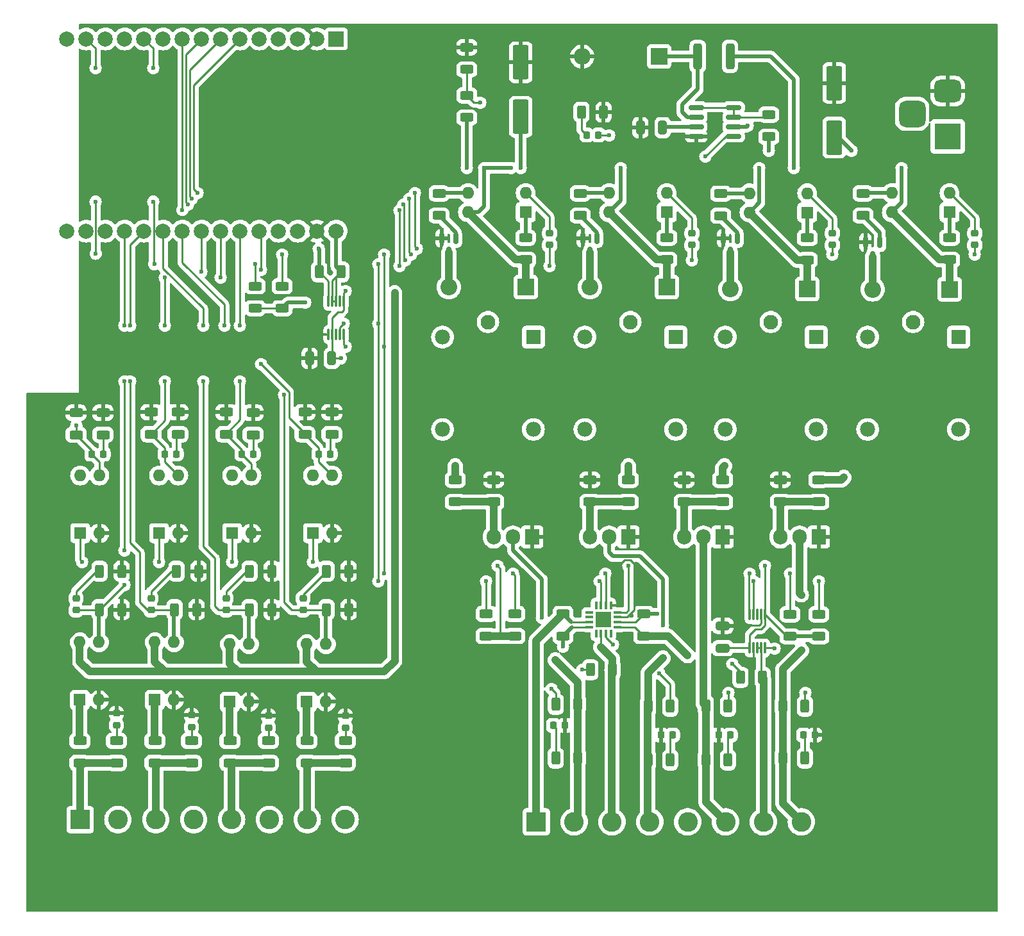
<source format=gbr>
%TF.GenerationSoftware,KiCad,Pcbnew,7.0.5*%
%TF.CreationDate,2023-06-06T14:49:00-07:00*%
%TF.ProjectId,halloween vending machine,68616c6c-6f77-4656-956e-2076656e6469,rev?*%
%TF.SameCoordinates,Original*%
%TF.FileFunction,Copper,L1,Top*%
%TF.FilePolarity,Positive*%
%FSLAX46Y46*%
G04 Gerber Fmt 4.6, Leading zero omitted, Abs format (unit mm)*
G04 Created by KiCad (PCBNEW 7.0.5) date 2023-06-06 14:49:00*
%MOMM*%
%LPD*%
G01*
G04 APERTURE LIST*
G04 Aperture macros list*
%AMRoundRect*
0 Rectangle with rounded corners*
0 $1 Rounding radius*
0 $2 $3 $4 $5 $6 $7 $8 $9 X,Y pos of 4 corners*
0 Add a 4 corners polygon primitive as box body*
4,1,4,$2,$3,$4,$5,$6,$7,$8,$9,$2,$3,0*
0 Add four circle primitives for the rounded corners*
1,1,$1+$1,$2,$3*
1,1,$1+$1,$4,$5*
1,1,$1+$1,$6,$7*
1,1,$1+$1,$8,$9*
0 Add four rect primitives between the rounded corners*
20,1,$1+$1,$2,$3,$4,$5,0*
20,1,$1+$1,$4,$5,$6,$7,0*
20,1,$1+$1,$6,$7,$8,$9,0*
20,1,$1+$1,$8,$9,$2,$3,0*%
G04 Aperture macros list end*
%TA.AperFunction,ComponentPad*%
%ADD10R,1.980000X1.980000*%
%TD*%
%TA.AperFunction,ComponentPad*%
%ADD11C,1.935000*%
%TD*%
%TA.AperFunction,ComponentPad*%
%ADD12C,1.980000*%
%TD*%
%TA.AperFunction,ComponentPad*%
%ADD13R,2.600000X2.600000*%
%TD*%
%TA.AperFunction,ComponentPad*%
%ADD14C,2.600000*%
%TD*%
%TA.AperFunction,SMDPad,CuDef*%
%ADD15RoundRect,0.250000X-0.625000X0.312500X-0.625000X-0.312500X0.625000X-0.312500X0.625000X0.312500X0*%
%TD*%
%TA.AperFunction,SMDPad,CuDef*%
%ADD16RoundRect,0.218750X-0.218750X-0.256250X0.218750X-0.256250X0.218750X0.256250X-0.218750X0.256250X0*%
%TD*%
%TA.AperFunction,SMDPad,CuDef*%
%ADD17RoundRect,0.250000X-0.312500X-0.625000X0.312500X-0.625000X0.312500X0.625000X-0.312500X0.625000X0*%
%TD*%
%TA.AperFunction,SMDPad,CuDef*%
%ADD18RoundRect,0.218750X0.256250X-0.218750X0.256250X0.218750X-0.256250X0.218750X-0.256250X-0.218750X0*%
%TD*%
%TA.AperFunction,SMDPad,CuDef*%
%ADD19RoundRect,0.250000X0.650000X-0.325000X0.650000X0.325000X-0.650000X0.325000X-0.650000X-0.325000X0*%
%TD*%
%TA.AperFunction,ComponentPad*%
%ADD20R,1.600000X1.600000*%
%TD*%
%TA.AperFunction,ComponentPad*%
%ADD21O,1.600000X1.600000*%
%TD*%
%TA.AperFunction,SMDPad,CuDef*%
%ADD22RoundRect,0.250000X0.625000X-0.312500X0.625000X0.312500X-0.625000X0.312500X-0.625000X-0.312500X0*%
%TD*%
%TA.AperFunction,SMDPad,CuDef*%
%ADD23RoundRect,0.075000X0.075000X-0.650000X0.075000X0.650000X-0.075000X0.650000X-0.075000X-0.650000X0*%
%TD*%
%TA.AperFunction,SMDPad,CuDef*%
%ADD24RoundRect,0.218750X0.218750X0.256250X-0.218750X0.256250X-0.218750X-0.256250X0.218750X-0.256250X0*%
%TD*%
%TA.AperFunction,SMDPad,CuDef*%
%ADD25RoundRect,0.150000X-0.150000X0.587500X-0.150000X-0.587500X0.150000X-0.587500X0.150000X0.587500X0*%
%TD*%
%TA.AperFunction,SMDPad,CuDef*%
%ADD26RoundRect,0.087500X0.425000X0.087500X-0.425000X0.087500X-0.425000X-0.087500X0.425000X-0.087500X0*%
%TD*%
%TA.AperFunction,SMDPad,CuDef*%
%ADD27RoundRect,0.087500X0.087500X0.425000X-0.087500X0.425000X-0.087500X-0.425000X0.087500X-0.425000X0*%
%TD*%
%TA.AperFunction,SMDPad,CuDef*%
%ADD28R,2.100000X2.100000*%
%TD*%
%TA.AperFunction,ComponentPad*%
%ADD29R,2.200000X2.200000*%
%TD*%
%TA.AperFunction,ComponentPad*%
%ADD30O,2.200000X2.200000*%
%TD*%
%TA.AperFunction,SMDPad,CuDef*%
%ADD31RoundRect,0.218750X-0.256250X0.218750X-0.256250X-0.218750X0.256250X-0.218750X0.256250X0.218750X0*%
%TD*%
%TA.AperFunction,SMDPad,CuDef*%
%ADD32RoundRect,0.150000X-0.825000X-0.150000X0.825000X-0.150000X0.825000X0.150000X-0.825000X0.150000X0*%
%TD*%
%TA.AperFunction,SMDPad,CuDef*%
%ADD33RoundRect,0.250001X0.799999X-1.999999X0.799999X1.999999X-0.799999X1.999999X-0.799999X-1.999999X0*%
%TD*%
%TA.AperFunction,SMDPad,CuDef*%
%ADD34RoundRect,0.250000X0.325000X0.650000X-0.325000X0.650000X-0.325000X-0.650000X0.325000X-0.650000X0*%
%TD*%
%TA.AperFunction,SMDPad,CuDef*%
%ADD35RoundRect,0.250000X0.312500X0.625000X-0.312500X0.625000X-0.312500X-0.625000X0.312500X-0.625000X0*%
%TD*%
%TA.AperFunction,ComponentPad*%
%ADD36R,2.000000X2.000000*%
%TD*%
%TA.AperFunction,ComponentPad*%
%ADD37C,2.000000*%
%TD*%
%TA.AperFunction,ComponentPad*%
%ADD38R,1.905000X2.000000*%
%TD*%
%TA.AperFunction,ComponentPad*%
%ADD39O,1.905000X2.000000*%
%TD*%
%TA.AperFunction,SMDPad,CuDef*%
%ADD40RoundRect,0.250000X-0.312500X-1.450000X0.312500X-1.450000X0.312500X1.450000X-0.312500X1.450000X0*%
%TD*%
%TA.AperFunction,ComponentPad*%
%ADD41R,3.500000X3.500000*%
%TD*%
%TA.AperFunction,ComponentPad*%
%ADD42RoundRect,0.750000X-1.000000X0.750000X-1.000000X-0.750000X1.000000X-0.750000X1.000000X0.750000X0*%
%TD*%
%TA.AperFunction,ComponentPad*%
%ADD43RoundRect,0.875000X-0.875000X0.875000X-0.875000X-0.875000X0.875000X-0.875000X0.875000X0.875000X0*%
%TD*%
%TA.AperFunction,SMDPad,CuDef*%
%ADD44RoundRect,0.075000X-0.075000X0.650000X-0.075000X-0.650000X0.075000X-0.650000X0.075000X0.650000X0*%
%TD*%
%TA.AperFunction,ViaPad*%
%ADD45C,0.600000*%
%TD*%
%TA.AperFunction,ViaPad*%
%ADD46C,1.000000*%
%TD*%
%TA.AperFunction,Conductor*%
%ADD47C,0.254000*%
%TD*%
%TA.AperFunction,Conductor*%
%ADD48C,0.508000*%
%TD*%
%TA.AperFunction,Conductor*%
%ADD49C,1.000000*%
%TD*%
G04 APERTURE END LIST*
D10*
%TO.P,K4,A1*%
%TO.N,+5V*%
X144176000Y-61210000D03*
D11*
%TO.P,K4,COM*%
%TO.N,+12V*%
X138176000Y-59210000D03*
D12*
%TO.P,K4,A2*%
%TO.N,Net-(D17-A)*%
X132176000Y-61210000D03*
%TO.P,K4,NO*%
%TO.N,Net-(JP4-A)*%
X132176000Y-73410000D03*
%TO.P,K4,NC*%
%TO.N,Net-(JP4-B)*%
X144176000Y-73410000D03*
%TD*%
D10*
%TO.P,K3,A1*%
%TO.N,+5V*%
X125380000Y-61210000D03*
D11*
%TO.P,K3,COM*%
%TO.N,+12V*%
X119380000Y-59210000D03*
D12*
%TO.P,K3,A2*%
%TO.N,Net-(D16-A)*%
X113380000Y-61210000D03*
%TO.P,K3,NO*%
%TO.N,Net-(JP3-A)*%
X113380000Y-73410000D03*
%TO.P,K3,NC*%
%TO.N,Net-(JP3-B)*%
X125380000Y-73410000D03*
%TD*%
D10*
%TO.P,K2,A1*%
%TO.N,+5V*%
X106838000Y-61210000D03*
D11*
%TO.P,K2,COM*%
%TO.N,+12V*%
X100838000Y-59210000D03*
D12*
%TO.P,K2,A2*%
%TO.N,Net-(D15-A)*%
X94838000Y-61210000D03*
%TO.P,K2,NO*%
%TO.N,Net-(JP2-A)*%
X94838000Y-73410000D03*
%TO.P,K2,NC*%
%TO.N,Net-(JP2-B)*%
X106838000Y-73410000D03*
%TD*%
D10*
%TO.P,K1,A1*%
%TO.N,+5V*%
X88042000Y-61210000D03*
D11*
%TO.P,K1,COM*%
%TO.N,+12V*%
X82042000Y-59210000D03*
D12*
%TO.P,K1,A2*%
%TO.N,Net-(D11-A)*%
X76042000Y-61210000D03*
%TO.P,K1,NO*%
%TO.N,Net-(JP1-A)*%
X76042000Y-73410000D03*
%TO.P,K1,NC*%
%TO.N,Net-(JP1-B)*%
X88042000Y-73410000D03*
%TD*%
D13*
%TO.P,J2,1,Pin_1*%
%TO.N,/Pedal_Return_1*%
X28180000Y-124968000D03*
D14*
%TO.P,J2,2,Pin_2*%
%TO.N,+12V*%
X33180000Y-124968000D03*
%TO.P,J2,3,Pin_3*%
%TO.N,/Pedal_Return_2*%
X38180000Y-124968000D03*
%TO.P,J2,4,Pin_4*%
%TO.N,+12V*%
X43180000Y-124968000D03*
%TO.P,J2,5,Pin_5*%
%TO.N,/Pedal_Return_3*%
X48180000Y-124968000D03*
%TO.P,J2,6,Pin_6*%
%TO.N,+12V*%
X53180000Y-124968000D03*
%TO.P,J2,7,Pin_7*%
%TO.N,/Pedal_Return_4*%
X58180000Y-124968000D03*
%TO.P,J2,8,Pin_8*%
%TO.N,+12V*%
X63180000Y-124968000D03*
%TD*%
D15*
%TO.P,R24,1*%
%TO.N,Net-(R24-Pad1)*%
X87026000Y-48063500D03*
%TO.P,R24,2*%
%TO.N,+5V*%
X87026000Y-50988500D03*
%TD*%
D16*
%TO.P,D19,1,K*%
%TO.N,GND*%
X104876500Y-113792000D03*
%TO.P,D19,2,A*%
%TO.N,Net-(D19-A)*%
X106451500Y-113792000D03*
%TD*%
D17*
%TO.P,R21,1*%
%TO.N,Net-(D7-K)*%
X40915500Y-92151000D03*
%TO.P,R21,2*%
%TO.N,GND*%
X43840500Y-92151000D03*
%TD*%
D18*
%TO.P,D13,1,K*%
%TO.N,/Relay3*%
X127508000Y-49047500D03*
%TO.P,D13,2,A*%
%TO.N,Net-(D13-A)*%
X127508000Y-47472500D03*
%TD*%
D19*
%TO.P,C4,1*%
%TO.N,+3.3V*%
X113030000Y-102313000D03*
%TO.P,C4,2*%
%TO.N,GND*%
X113030000Y-99363000D03*
%TD*%
D20*
%TO.P,U5,1*%
%TO.N,Net-(R8-Pad2)*%
X28149000Y-109159000D03*
D21*
%TO.P,U5,2*%
%TO.N,GND*%
X30689000Y-109159000D03*
%TO.P,U5,3*%
%TO.N,/Pedal_1_GPIO*%
X30689000Y-101539000D03*
%TO.P,U5,4*%
%TO.N,+3.3V*%
X28149000Y-101539000D03*
%TD*%
D22*
%TO.P,R50,1*%
%TO.N,/MOTOR_RUNNING_3*%
X47458000Y-74055500D03*
%TO.P,R50,2*%
%TO.N,GND*%
X47458000Y-71130500D03*
%TD*%
D23*
%TO.P,U17,1,A1*%
%TO.N,GND*%
X60976000Y-60874000D03*
%TO.P,U17,2,A0*%
%TO.N,+3.3V*%
X61476000Y-60874000D03*
%TO.P,U17,3,~{Alert}*%
%TO.N,unconnected-(U17-~{Alert}-Pad3)*%
X61976000Y-60874000D03*
%TO.P,U17,4,SDA*%
%TO.N,/SDA*%
X62476000Y-60874000D03*
%TO.P,U17,5,SCL*%
%TO.N,/SCL*%
X62976000Y-60874000D03*
%TO.P,U17,6,VS*%
%TO.N,+3.3V*%
X62976000Y-56474000D03*
%TO.P,U17,7,GND*%
%TO.N,unconnected-(U17-GND-Pad7)*%
X62476000Y-56474000D03*
%TO.P,U17,8,Vbus*%
%TO.N,/ESP32_5V+*%
X61976000Y-56474000D03*
%TO.P,U17,9,Vin-*%
X61476000Y-56474000D03*
%TO.P,U17,10,Vin+*%
%TO.N,+5V*%
X60976000Y-56474000D03*
%TD*%
D13*
%TO.P,J3,1,Pin_1*%
%TO.N,/MOTOR_12V+_1*%
X88418000Y-125273000D03*
D14*
%TO.P,J3,2,Pin_2*%
%TO.N,/Motor-_1*%
X93418000Y-125273000D03*
%TO.P,J3,3,Pin_3*%
%TO.N,/MOTOR_12V+_2*%
X98418000Y-125273000D03*
%TO.P,J3,4,Pin_4*%
%TO.N,/Motor-_2*%
X103418000Y-125273000D03*
%TO.P,J3,5,Pin_5*%
%TO.N,/MOTOR_12V+_3*%
X108418000Y-125273000D03*
%TO.P,J3,6,Pin_6*%
%TO.N,/Motor-_3*%
X113418000Y-125273000D03*
%TO.P,J3,7,Pin_7*%
%TO.N,/MOTOR_12V+_4*%
X118418000Y-125273000D03*
%TO.P,J3,8,Pin_8*%
%TO.N,/Motor-_4*%
X123418000Y-125273000D03*
%TD*%
D24*
%TO.P,D18,1,K*%
%TO.N,GND*%
X92227500Y-112522000D03*
%TO.P,D18,2,A*%
%TO.N,Net-(D18-A)*%
X90652500Y-112522000D03*
%TD*%
D17*
%TO.P,R17,1*%
%TO.N,/Pedal_2_GPIO*%
X40661500Y-97231000D03*
%TO.P,R17,2*%
%TO.N,GND*%
X43586500Y-97231000D03*
%TD*%
D20*
%TO.P,U12,1*%
%TO.N,Net-(R28-Pad1)*%
X142992000Y-44709000D03*
D21*
%TO.P,U12,2*%
%TO.N,Net-(D14-A)*%
X142992000Y-42169000D03*
%TO.P,U12,3*%
%TO.N,Net-(R31-Pad1)*%
X135372000Y-42169000D03*
%TO.P,U12,4*%
%TO.N,+5V*%
X135372000Y-44709000D03*
%TD*%
D25*
%TO.P,Q1,1,B*%
%TO.N,Net-(Q1-B)*%
X77816000Y-48159000D03*
%TO.P,Q1,2,E*%
%TO.N,GND*%
X75916000Y-48159000D03*
%TO.P,Q1,3,C*%
%TO.N,Net-(D11-A)*%
X76866000Y-50034000D03*
%TD*%
D15*
%TO.P,R27,1*%
%TO.N,Net-(R27-Pad1)*%
X124206000Y-48095500D03*
%TO.P,R27,2*%
%TO.N,+5V*%
X124206000Y-51020500D03*
%TD*%
D17*
%TO.P,R18,1*%
%TO.N,/Pedal_3_GPIO*%
X50567500Y-97231000D03*
%TO.P,R18,2*%
%TO.N,GND*%
X53492500Y-97231000D03*
%TD*%
D18*
%TO.P,D10,1,K*%
%TO.N,/Relay1*%
X90170000Y-49047500D03*
%TO.P,D10,2,A*%
%TO.N,Net-(D10-A)*%
X90170000Y-47472500D03*
%TD*%
D15*
%TO.P,R31,1*%
%TO.N,Net-(R31-Pad1)*%
X131572000Y-42225500D03*
%TO.P,R31,2*%
%TO.N,Net-(Q4-B)*%
X131572000Y-45150500D03*
%TD*%
D17*
%TO.P,R20,1*%
%TO.N,Net-(D6-K)*%
X30755500Y-92151000D03*
%TO.P,R20,2*%
%TO.N,GND*%
X33680500Y-92151000D03*
%TD*%
D26*
%TO.P,U3,1,IN-3*%
%TO.N,/MOTOR_12V+_3*%
X99144500Y-99527000D03*
%TO.P,U3,2,IN+3*%
%TO.N,+12V*%
X99144500Y-98877000D03*
%TO.P,U3,3,GND*%
%TO.N,GND*%
X99144500Y-98227000D03*
%TO.P,U3,4,VS*%
%TO.N,+3.3V*%
X99144500Y-97577000D03*
D27*
%TO.P,U3,5,A0*%
%TO.N,GND*%
X98257000Y-96689500D03*
%TO.P,U3,6,SCL*%
%TO.N,/SCL*%
X97607000Y-96689500D03*
%TO.P,U3,7,SDA*%
%TO.N,/SDA*%
X96957000Y-96689500D03*
%TO.P,U3,8,WARNING*%
%TO.N,unconnected-(U3-WARNING-Pad8)*%
X96307000Y-96689500D03*
D26*
%TO.P,U3,9,CRITICAL*%
%TO.N,unconnected-(U3-CRITICAL-Pad9)*%
X95419500Y-97577000D03*
%TO.P,U3,10,PV*%
%TO.N,unconnected-(U3-PV-Pad10)*%
X95419500Y-98227000D03*
%TO.P,U3,11,IN-1*%
%TO.N,/MOTOR_12V+_1*%
X95419500Y-98877000D03*
%TO.P,U3,12,IN+1*%
%TO.N,+12V*%
X95419500Y-99527000D03*
D27*
%TO.P,U3,13,TC*%
%TO.N,unconnected-(U3-TC-Pad13)*%
X96307000Y-100414500D03*
%TO.P,U3,14,IN-2*%
%TO.N,/MOTOR_12V+_2*%
X96957000Y-100414500D03*
%TO.P,U3,15,IN+2*%
%TO.N,+12V*%
X97607000Y-100414500D03*
%TO.P,U3,16,VPU*%
%TO.N,unconnected-(U3-VPU-Pad16)*%
X98257000Y-100414500D03*
D28*
%TO.P,U3,17,EP*%
%TO.N,unconnected-(U3-EP-Pad17)*%
X97282000Y-98552000D03*
%TD*%
D29*
%TO.P,D15,1,K*%
%TO.N,+5V*%
X105664000Y-54610000D03*
D30*
%TO.P,D15,2,A*%
%TO.N,Net-(D15-A)*%
X95504000Y-54610000D03*
%TD*%
D31*
%TO.P,D6,1,K*%
%TO.N,Net-(D6-K)*%
X27646000Y-95732500D03*
%TO.P,D6,2,A*%
%TO.N,/Pedal_1_GPIO*%
X27646000Y-97307500D03*
%TD*%
D32*
%TO.P,U2,1,SwC*%
%TO.N,Net-(U2-DC)*%
X109539000Y-30861000D03*
%TO.P,U2,2,SwE*%
%TO.N,Net-(D1-K)*%
X109539000Y-32131000D03*
%TO.P,U2,3,TC*%
%TO.N,Net-(U2-TC)*%
X109539000Y-33401000D03*
%TO.P,U2,4,GND*%
%TO.N,GND*%
X109539000Y-34671000D03*
%TO.P,U2,5,Vfb*%
%TO.N,Net-(U2-Vfb)*%
X114489000Y-34671000D03*
%TO.P,U2,6,Vin*%
%TO.N,+12V*%
X114489000Y-33401000D03*
%TO.P,U2,7,Ipk*%
%TO.N,Net-(U2-DC)*%
X114489000Y-32131000D03*
%TO.P,U2,8,DC*%
X114489000Y-30861000D03*
%TD*%
D17*
%TO.P,R44,1*%
%TO.N,/Motor-_3*%
X110805500Y-109982000D03*
%TO.P,R44,2*%
%TO.N,Net-(R44-Pad2)*%
X113730500Y-109982000D03*
%TD*%
D33*
%TO.P,C3,1*%
%TO.N,+5V*%
X86360000Y-32092000D03*
%TO.P,C3,2*%
%TO.N,GND*%
X86360000Y-24892000D03*
%TD*%
D22*
%TO.P,R51,1*%
%TO.N,/MOTOR_RUNNING_4*%
X57872000Y-74055500D03*
%TO.P,R51,2*%
%TO.N,GND*%
X57872000Y-71130500D03*
%TD*%
D31*
%TO.P,D8,1,K*%
%TO.N,Net-(D8-K)*%
X47458000Y-95732500D03*
%TO.P,D8,2,A*%
%TO.N,/Pedal_3_GPIO*%
X47458000Y-97307500D03*
%TD*%
D24*
%TO.P,D23,1,K*%
%TO.N,Net-(D23-K)*%
X40919500Y-76657000D03*
%TO.P,D23,2,A*%
%TO.N,/MOTOR_RUNNING_2*%
X39344500Y-76657000D03*
%TD*%
D22*
%TO.P,R8,1*%
%TO.N,/Pedal_Return_1*%
X28154000Y-117489500D03*
%TO.P,R8,2*%
%TO.N,Net-(R8-Pad2)*%
X28154000Y-114564500D03*
%TD*%
%TO.P,R5,1*%
%TO.N,+12V*%
X91948000Y-100715000D03*
%TO.P,R5,2*%
%TO.N,/MOTOR_12V+_1*%
X91948000Y-97790000D03*
%TD*%
%TO.P,R13,1*%
%TO.N,/Pedal_Return_3*%
X53046000Y-117489500D03*
%TO.P,R13,2*%
%TO.N,Net-(D4-A)*%
X53046000Y-114564500D03*
%TD*%
D15*
%TO.P,R26,1*%
%TO.N,Net-(R26-Pad1)*%
X105664000Y-48067500D03*
%TO.P,R26,2*%
%TO.N,+5V*%
X105664000Y-50992500D03*
%TD*%
D22*
%TO.P,R59,1*%
%TO.N,+3.3V*%
X51308000Y-57404000D03*
%TO.P,R59,2*%
%TO.N,/SDA*%
X51308000Y-54479000D03*
%TD*%
D15*
%TO.P,R30,1*%
%TO.N,Net-(R30-Pad1)*%
X112776000Y-42253500D03*
%TO.P,R30,2*%
%TO.N,Net-(Q3-B)*%
X112776000Y-45178500D03*
%TD*%
D20*
%TO.P,U13,1*%
%TO.N,Net-(R40-Pad2)*%
X28189000Y-87112000D03*
D21*
%TO.P,U13,2*%
%TO.N,GND*%
X30729000Y-87112000D03*
%TO.P,U13,3*%
%TO.N,/MOTOR_RUNNING_1*%
X30729000Y-79492000D03*
%TO.P,U13,4*%
%TO.N,+3.3V*%
X28189000Y-79492000D03*
%TD*%
D31*
%TO.P,D4,1,K*%
%TO.N,GND*%
X53046000Y-111266500D03*
%TO.P,D4,2,A*%
%TO.N,Net-(D4-A)*%
X53046000Y-112841500D03*
%TD*%
D22*
%TO.P,R12,1*%
%TO.N,/Pedal_Return_3*%
X47966000Y-117489500D03*
%TO.P,R12,2*%
%TO.N,Net-(R12-Pad2)*%
X47966000Y-114564500D03*
%TD*%
D17*
%TO.P,R23,1*%
%TO.N,Net-(D9-K)*%
X60727500Y-92151000D03*
%TO.P,R23,2*%
%TO.N,GND*%
X63652500Y-92151000D03*
%TD*%
D31*
%TO.P,D7,1,K*%
%TO.N,Net-(D7-K)*%
X37552000Y-95732500D03*
%TO.P,D7,2,A*%
%TO.N,/Pedal_2_GPIO*%
X37552000Y-97307500D03*
%TD*%
D15*
%TO.P,R35,1*%
%TO.N,/Motor_Start+_2*%
X100584000Y-80071500D03*
%TO.P,R35,2*%
%TO.N,Net-(Q8-G)*%
X100584000Y-82996500D03*
%TD*%
D17*
%TO.P,R42,1*%
%TO.N,/Motor-_2*%
X103185500Y-109982000D03*
%TO.P,R42,2*%
%TO.N,Net-(R42-Pad2)*%
X106110500Y-109982000D03*
%TD*%
D15*
%TO.P,R33,1*%
%TO.N,/Motor_Start+_4*%
X125730000Y-80071500D03*
%TO.P,R33,2*%
%TO.N,Net-(Q6-G)*%
X125730000Y-82996500D03*
%TD*%
D18*
%TO.P,D14,1,K*%
%TO.N,/Relay4*%
X146304000Y-49047500D03*
%TO.P,D14,2,A*%
%TO.N,Net-(D14-A)*%
X146304000Y-47472500D03*
%TD*%
D22*
%TO.P,R60,1*%
%TO.N,+3.3V*%
X125730000Y-100776500D03*
%TO.P,R60,2*%
%TO.N,/SDA*%
X125730000Y-97851500D03*
%TD*%
D17*
%TO.P,R46,1*%
%TO.N,/Motor-_4*%
X120965500Y-109982000D03*
%TO.P,R46,2*%
%TO.N,Net-(R46-Pad2)*%
X123890500Y-109982000D03*
%TD*%
D31*
%TO.P,D2,1,K*%
%TO.N,GND*%
X32980000Y-110921500D03*
%TO.P,D2,2,A*%
%TO.N,Net-(D2-A)*%
X32980000Y-112496500D03*
%TD*%
D15*
%TO.P,R2,1*%
%TO.N,GND*%
X79248000Y-22921500D03*
%TO.P,R2,2*%
%TO.N,Net-(U2-Vfb)*%
X79248000Y-25846500D03*
%TD*%
D31*
%TO.P,D9,1,K*%
%TO.N,Net-(D9-K)*%
X57618000Y-95732500D03*
%TO.P,D9,2,A*%
%TO.N,/Pedal_4_GPIO*%
X57618000Y-97307500D03*
%TD*%
D24*
%TO.P,D25,1,K*%
%TO.N,Net-(D25-K)*%
X61239500Y-76657000D03*
%TO.P,D25,2,A*%
%TO.N,/MOTOR_RUNNING_4*%
X59664500Y-76657000D03*
%TD*%
D34*
%TO.P,C5,1*%
%TO.N,+3.3V*%
X61419000Y-64008000D03*
%TO.P,C5,2*%
%TO.N,GND*%
X58469000Y-64008000D03*
%TD*%
D22*
%TO.P,R39,1*%
%TO.N,Net-(Q8-G)*%
X95504000Y-82996500D03*
%TO.P,R39,2*%
%TO.N,GND*%
X95504000Y-80071500D03*
%TD*%
%TO.P,R49,1*%
%TO.N,/MOTOR_RUNNING_2*%
X37552000Y-74055500D03*
%TO.P,R49,2*%
%TO.N,GND*%
X37552000Y-71130500D03*
%TD*%
D35*
%TO.P,R57,1*%
%TO.N,/MOTOR_12V+_4*%
X118302500Y-106172000D03*
%TO.P,R57,2*%
%TO.N,+12V*%
X115377500Y-106172000D03*
%TD*%
D22*
%TO.P,R11,1*%
%TO.N,/Pedal_Return_2*%
X42886000Y-117489500D03*
%TO.P,R11,2*%
%TO.N,Net-(D3-A)*%
X42886000Y-114564500D03*
%TD*%
D31*
%TO.P,D3,1,K*%
%TO.N,GND*%
X42886000Y-111175500D03*
%TO.P,D3,2,A*%
%TO.N,Net-(D3-A)*%
X42886000Y-112750500D03*
%TD*%
D36*
%TO.P,U1,1,3V3*%
%TO.N,+3.3V*%
X62015000Y-21800000D03*
D37*
%TO.P,U1,2,GND*%
%TO.N,GND*%
X59475000Y-21800000D03*
%TO.P,U1,3,D15*%
%TO.N,unconnected-(U1-D15-Pad3)*%
X56935000Y-21800000D03*
%TO.P,U1,4,D2*%
%TO.N,unconnected-(U1-D2-Pad4)*%
X54395000Y-21800000D03*
%TO.P,U1,5,D4*%
%TO.N,unconnected-(U1-D4-Pad5)*%
X51855000Y-21800000D03*
%TO.P,U1,6,RX2*%
%TO.N,/Relay4*%
X49315000Y-21800000D03*
%TO.P,U1,7,TX2*%
%TO.N,/Relay3*%
X46775000Y-21800000D03*
%TO.P,U1,8,D5*%
%TO.N,/Relay2*%
X44235000Y-21800000D03*
%TO.P,U1,9,D18*%
%TO.N,/Relay1*%
X41695000Y-21800000D03*
%TO.P,U1,10,D19*%
%TO.N,unconnected-(U1-D19-Pad10)*%
X39155000Y-21800000D03*
%TO.P,U1,11,D21*%
%TO.N,/SDA*%
X36615000Y-21800000D03*
%TO.P,U1,12,RX0*%
%TO.N,unconnected-(U1-RX0-Pad12)*%
X34075000Y-21800000D03*
%TO.P,U1,13,TX0*%
%TO.N,unconnected-(U1-TX0-Pad13)*%
X31535000Y-21800000D03*
%TO.P,U1,14,D22*%
%TO.N,/SCL*%
X28995000Y-21800000D03*
%TO.P,U1,15,D23*%
%TO.N,unconnected-(U1-D23-Pad15)*%
X26455000Y-21800000D03*
%TO.P,U1,16,EN*%
%TO.N,unconnected-(U1-EN-Pad16)*%
X26455000Y-47200000D03*
%TO.P,U1,17,VP*%
%TO.N,unconnected-(U1-VP-Pad17)*%
X28995000Y-47200000D03*
%TO.P,U1,18,VN*%
%TO.N,unconnected-(U1-VN-Pad18)*%
X31535000Y-47200000D03*
%TO.P,U1,19,D34*%
%TO.N,/Pedal_1_GPIO*%
X34075000Y-47200000D03*
%TO.P,U1,20,D35*%
%TO.N,/Pedal_2_GPIO*%
X36615000Y-47200000D03*
%TO.P,U1,21,D32*%
%TO.N,/Pedal_3_GPIO*%
X39155000Y-47200000D03*
%TO.P,U1,22,D33*%
%TO.N,/Pedal_4_GPIO*%
X41695000Y-47200000D03*
%TO.P,U1,23,D25*%
%TO.N,/MOTOR_RUNNING_1*%
X44235000Y-47200000D03*
%TO.P,U1,24,D26*%
%TO.N,/MOTOR_RUNNING_2*%
X46775000Y-47200000D03*
%TO.P,U1,25,D27*%
%TO.N,/MOTOR_RUNNING_3*%
X49315000Y-47200000D03*
%TO.P,U1,26,D14*%
%TO.N,/MOTOR_RUNNING_4*%
X51855000Y-47200000D03*
%TO.P,U1,27,D12*%
%TO.N,unconnected-(U1-D12-Pad27)*%
X54395000Y-47200000D03*
%TO.P,U1,28,D13*%
%TO.N,unconnected-(U1-D13-Pad28)*%
X56935000Y-47200000D03*
%TO.P,U1,29,GND*%
%TO.N,GND*%
X59475000Y-47200000D03*
%TO.P,U1,30,VIN*%
%TO.N,/ESP32_5V+*%
X62015000Y-47200000D03*
%TD*%
D17*
%TO.P,R43,1*%
%TO.N,/Motor-_2*%
X103185500Y-117094000D03*
%TO.P,R43,2*%
%TO.N,Net-(D19-A)*%
X106110500Y-117094000D03*
%TD*%
%TO.P,R19,1*%
%TO.N,/Pedal_4_GPIO*%
X60727500Y-97231000D03*
%TO.P,R19,2*%
%TO.N,GND*%
X63652500Y-97231000D03*
%TD*%
D22*
%TO.P,R62,1*%
%TO.N,+3.3V*%
X54864000Y-57404000D03*
%TO.P,R62,2*%
%TO.N,/SCL*%
X54864000Y-54479000D03*
%TD*%
D15*
%TO.P,R25,1*%
%TO.N,Net-(R25-Pad1)*%
X75596000Y-42221500D03*
%TO.P,R25,2*%
%TO.N,Net-(Q1-B)*%
X75596000Y-45146500D03*
%TD*%
D16*
%TO.P,D26,1,K*%
%TO.N,Net-(D26-K)*%
X95057500Y-34500000D03*
%TO.P,D26,2,A*%
%TO.N,+12V*%
X96632500Y-34500000D03*
%TD*%
D29*
%TO.P,D17,1,K*%
%TO.N,+5V*%
X143002000Y-54892000D03*
D30*
%TO.P,D17,2,A*%
%TO.N,Net-(D17-A)*%
X132842000Y-54892000D03*
%TD*%
D35*
%TO.P,R40,1*%
%TO.N,/Motor-_1*%
X93918500Y-109728000D03*
%TO.P,R40,2*%
%TO.N,Net-(R40-Pad2)*%
X90993500Y-109728000D03*
%TD*%
D22*
%TO.P,R6,1*%
%TO.N,+3.3V*%
X85598000Y-100715000D03*
%TO.P,R6,2*%
%TO.N,/SCL*%
X85598000Y-97790000D03*
%TD*%
D31*
%TO.P,D5,1,K*%
%TO.N,GND*%
X63206000Y-111266500D03*
%TO.P,D5,2,A*%
%TO.N,Net-(D5-A)*%
X63206000Y-112841500D03*
%TD*%
D20*
%TO.P,U7,1*%
%TO.N,Net-(R12-Pad2)*%
X47961000Y-109413000D03*
D21*
%TO.P,U7,2*%
%TO.N,GND*%
X50501000Y-109413000D03*
%TO.P,U7,3*%
%TO.N,/Pedal_3_GPIO*%
X50501000Y-101793000D03*
%TO.P,U7,4*%
%TO.N,+3.3V*%
X47961000Y-101793000D03*
%TD*%
D20*
%TO.P,U11,1*%
%TO.N,Net-(R27-Pad1)*%
X124196000Y-44737000D03*
D21*
%TO.P,U11,2*%
%TO.N,Net-(D13-A)*%
X124196000Y-42197000D03*
%TO.P,U11,3*%
%TO.N,Net-(R30-Pad1)*%
X116576000Y-42197000D03*
%TO.P,U11,4*%
%TO.N,+5V*%
X116576000Y-44737000D03*
%TD*%
D24*
%TO.P,D22,1,K*%
%TO.N,Net-(D22-K)*%
X31267500Y-76667000D03*
%TO.P,D22,2,A*%
%TO.N,/MOTOR_RUNNING_1*%
X29692500Y-76667000D03*
%TD*%
D35*
%TO.P,R41,1*%
%TO.N,/Motor-_1*%
X93918500Y-116840000D03*
%TO.P,R41,2*%
%TO.N,Net-(D18-A)*%
X90993500Y-116840000D03*
%TD*%
D17*
%TO.P,R63,1*%
%TO.N,Net-(D26-K)*%
X94382500Y-31480000D03*
%TO.P,R63,2*%
%TO.N,GND*%
X97307500Y-31480000D03*
%TD*%
%TO.P,R56,1*%
%TO.N,+12V*%
X95565500Y-105156000D03*
%TO.P,R56,2*%
%TO.N,/MOTOR_12V+_2*%
X98490500Y-105156000D03*
%TD*%
D25*
%TO.P,Q3,1,B*%
%TO.N,Net-(Q3-B)*%
X114996000Y-48163000D03*
%TO.P,Q3,2,E*%
%TO.N,GND*%
X113096000Y-48163000D03*
%TO.P,Q3,3,C*%
%TO.N,Net-(D16-A)*%
X114046000Y-50038000D03*
%TD*%
D24*
%TO.P,D24,1,K*%
%TO.N,Net-(D24-K)*%
X51079500Y-76657000D03*
%TO.P,D24,2,A*%
%TO.N,/MOTOR_RUNNING_3*%
X49504500Y-76657000D03*
%TD*%
D38*
%TO.P,Q5,1,A1*%
%TO.N,GND*%
X113030000Y-87630000D03*
D39*
%TO.P,Q5,2,A2*%
%TO.N,/Motor-_3*%
X110490000Y-87630000D03*
%TO.P,Q5,3,G*%
%TO.N,Net-(Q5-G)*%
X107950000Y-87630000D03*
%TD*%
D15*
%TO.P,R32,1*%
%TO.N,/Motor_Start+_3*%
X113030000Y-80071500D03*
%TO.P,R32,2*%
%TO.N,Net-(Q5-G)*%
X113030000Y-82996500D03*
%TD*%
D25*
%TO.P,Q4,1,B*%
%TO.N,Net-(Q4-B)*%
X133792000Y-48699000D03*
%TO.P,Q4,2,E*%
%TO.N,GND*%
X131892000Y-48699000D03*
%TO.P,Q4,3,C*%
%TO.N,Net-(D17-A)*%
X132842000Y-50574000D03*
%TD*%
D15*
%TO.P,R29,1*%
%TO.N,Net-(R29-Pad1)*%
X94234000Y-42225500D03*
%TO.P,R29,2*%
%TO.N,Net-(Q2-B)*%
X94234000Y-45150500D03*
%TD*%
%TO.P,R34,1*%
%TO.N,/Motor_Start+_1*%
X77724000Y-80071500D03*
%TO.P,R34,2*%
%TO.N,Net-(Q7-G)*%
X77724000Y-82996500D03*
%TD*%
D40*
%TO.P,L1,1,1*%
%TO.N,Net-(D1-K)*%
X109728000Y-24130000D03*
%TO.P,L1,2,2*%
%TO.N,+5V*%
X114003000Y-24130000D03*
%TD*%
D20*
%TO.P,U10,1*%
%TO.N,Net-(R26-Pad1)*%
X105654000Y-44709000D03*
D21*
%TO.P,U10,2*%
%TO.N,Net-(D12-A)*%
X105654000Y-42169000D03*
%TO.P,U10,3*%
%TO.N,Net-(R29-Pad1)*%
X98034000Y-42169000D03*
%TO.P,U10,4*%
%TO.N,+5V*%
X98034000Y-44709000D03*
%TD*%
D18*
%TO.P,D12,1,K*%
%TO.N,/Relay2*%
X108966000Y-49047500D03*
%TO.P,D12,2,A*%
%TO.N,Net-(D12-A)*%
X108966000Y-47472500D03*
%TD*%
D15*
%TO.P,R7,1*%
%TO.N,+12V*%
X102616000Y-97790000D03*
%TO.P,R7,2*%
%TO.N,/MOTOR_12V+_3*%
X102616000Y-100715000D03*
%TD*%
D22*
%TO.P,R48,1*%
%TO.N,/MOTOR_RUNNING_1*%
X27646000Y-74117000D03*
%TO.P,R48,2*%
%TO.N,GND*%
X27646000Y-71192000D03*
%TD*%
D20*
%TO.P,U6,1*%
%TO.N,Net-(R10-Pad2)*%
X38055000Y-109159000D03*
D21*
%TO.P,U6,2*%
%TO.N,GND*%
X40595000Y-109159000D03*
%TO.P,U6,3*%
%TO.N,/Pedal_2_GPIO*%
X40595000Y-101539000D03*
%TO.P,U6,4*%
%TO.N,+3.3V*%
X38055000Y-101539000D03*
%TD*%
D29*
%TO.P,D1,1,K*%
%TO.N,Net-(D1-K)*%
X104648000Y-24130000D03*
D30*
%TO.P,D1,2,A*%
%TO.N,GND*%
X94488000Y-24130000D03*
%TD*%
D34*
%TO.P,C2,1*%
%TO.N,Net-(U2-TC)*%
X105107000Y-33528000D03*
%TO.P,C2,2*%
%TO.N,GND*%
X102157000Y-33528000D03*
%TD*%
D20*
%TO.P,U9,1*%
%TO.N,Net-(R24-Pad1)*%
X87026000Y-44700000D03*
D21*
%TO.P,U9,2*%
%TO.N,Net-(D10-A)*%
X87026000Y-42160000D03*
%TO.P,U9,3*%
%TO.N,Net-(R25-Pad1)*%
X79406000Y-42160000D03*
%TO.P,U9,4*%
%TO.N,+5V*%
X79406000Y-44700000D03*
%TD*%
D22*
%TO.P,R38,1*%
%TO.N,Net-(Q7-G)*%
X82804000Y-82996500D03*
%TO.P,R38,2*%
%TO.N,GND*%
X82804000Y-80071500D03*
%TD*%
D15*
%TO.P,R28,1*%
%TO.N,Net-(R28-Pad1)*%
X143002000Y-48067500D03*
%TO.P,R28,2*%
%TO.N,+5V*%
X143002000Y-50992500D03*
%TD*%
D24*
%TO.P,D21,1,K*%
%TO.N,GND*%
X125247500Y-113792000D03*
%TO.P,D21,2,A*%
%TO.N,Net-(D21-A)*%
X123672500Y-113792000D03*
%TD*%
D22*
%TO.P,R52,1*%
%TO.N,Net-(D22-K)*%
X31202000Y-74117000D03*
%TO.P,R52,2*%
%TO.N,GND*%
X31202000Y-71192000D03*
%TD*%
D17*
%TO.P,R45,1*%
%TO.N,/Motor-_3*%
X110805500Y-117094000D03*
%TO.P,R45,2*%
%TO.N,Net-(D20-A)*%
X113730500Y-117094000D03*
%TD*%
D20*
%TO.P,U8,1*%
%TO.N,Net-(R14-Pad2)*%
X58121000Y-109413000D03*
D21*
%TO.P,U8,2*%
%TO.N,GND*%
X60661000Y-109413000D03*
%TO.P,U8,3*%
%TO.N,/Pedal_4_GPIO*%
X60661000Y-101793000D03*
%TO.P,U8,4*%
%TO.N,+3.3V*%
X58121000Y-101793000D03*
%TD*%
D16*
%TO.P,D20,1,K*%
%TO.N,GND*%
X112496500Y-113792000D03*
%TO.P,D20,2,A*%
%TO.N,Net-(D20-A)*%
X114071500Y-113792000D03*
%TD*%
D29*
%TO.P,D11,1,K*%
%TO.N,+5V*%
X87026000Y-54606000D03*
D30*
%TO.P,D11,2,A*%
%TO.N,Net-(D11-A)*%
X76866000Y-54606000D03*
%TD*%
D22*
%TO.P,R54,1*%
%TO.N,Net-(D24-K)*%
X51014000Y-74117000D03*
%TO.P,R54,2*%
%TO.N,GND*%
X51014000Y-71192000D03*
%TD*%
D41*
%TO.P,J1,1*%
%TO.N,+12V*%
X142748000Y-34702000D03*
D42*
%TO.P,J1,2*%
%TO.N,GND*%
X142748000Y-28702000D03*
D43*
%TO.P,J1,3*%
%TO.N,N/C*%
X138048000Y-31702000D03*
%TD*%
D22*
%TO.P,R61,1*%
%TO.N,+3.3V*%
X121920000Y-100776500D03*
%TO.P,R61,2*%
%TO.N,/SCL*%
X121920000Y-97851500D03*
%TD*%
%TO.P,R36,1*%
%TO.N,Net-(Q5-G)*%
X107950000Y-82996500D03*
%TO.P,R36,2*%
%TO.N,GND*%
X107950000Y-80071500D03*
%TD*%
D20*
%TO.P,U15,1*%
%TO.N,Net-(R44-Pad2)*%
X48260000Y-87112000D03*
D21*
%TO.P,U15,2*%
%TO.N,GND*%
X50800000Y-87112000D03*
%TO.P,U15,3*%
%TO.N,/MOTOR_RUNNING_3*%
X50800000Y-79492000D03*
%TO.P,U15,4*%
%TO.N,+3.3V*%
X48260000Y-79492000D03*
%TD*%
D22*
%TO.P,R37,1*%
%TO.N,Net-(Q6-G)*%
X120650000Y-82996500D03*
%TO.P,R37,2*%
%TO.N,GND*%
X120650000Y-80071500D03*
%TD*%
D35*
%TO.P,R58,1*%
%TO.N,/ESP32_5V+*%
X62676500Y-52578000D03*
%TO.P,R58,2*%
%TO.N,+5V*%
X59751500Y-52578000D03*
%TD*%
D38*
%TO.P,Q7,1,A1*%
%TO.N,GND*%
X87884000Y-87630000D03*
D39*
%TO.P,Q7,2,A2*%
%TO.N,/Motor-_1*%
X85344000Y-87630000D03*
%TO.P,Q7,3,G*%
%TO.N,Net-(Q7-G)*%
X82804000Y-87630000D03*
%TD*%
D33*
%TO.P,C1,1*%
%TO.N,+12V*%
X127762000Y-34842000D03*
%TO.P,C1,2*%
%TO.N,GND*%
X127762000Y-27642000D03*
%TD*%
D22*
%TO.P,R55,1*%
%TO.N,Net-(D25-K)*%
X61428000Y-74055500D03*
%TO.P,R55,2*%
%TO.N,GND*%
X61428000Y-71130500D03*
%TD*%
%TO.P,R9,1*%
%TO.N,/Pedal_Return_1*%
X32980000Y-117489500D03*
%TO.P,R9,2*%
%TO.N,Net-(D2-A)*%
X32980000Y-114564500D03*
%TD*%
D25*
%TO.P,Q2,1,B*%
%TO.N,Net-(Q2-B)*%
X96454000Y-48163000D03*
%TO.P,Q2,2,E*%
%TO.N,GND*%
X94554000Y-48163000D03*
%TO.P,Q2,3,C*%
%TO.N,Net-(D15-A)*%
X95504000Y-50038000D03*
%TD*%
D22*
%TO.P,R15,1*%
%TO.N,/Pedal_Return_4*%
X63206000Y-117489500D03*
%TO.P,R15,2*%
%TO.N,Net-(D5-A)*%
X63206000Y-114564500D03*
%TD*%
%TO.P,R1,1*%
%TO.N,+12V*%
X119126000Y-34736500D03*
%TO.P,R1,2*%
%TO.N,Net-(U2-DC)*%
X119126000Y-31811500D03*
%TD*%
D38*
%TO.P,Q8,1,A1*%
%TO.N,GND*%
X100584000Y-87630000D03*
D39*
%TO.P,Q8,2,A2*%
%TO.N,/Motor-_2*%
X98044000Y-87630000D03*
%TO.P,Q8,3,G*%
%TO.N,Net-(Q8-G)*%
X95504000Y-87630000D03*
%TD*%
D20*
%TO.P,U14,1*%
%TO.N,Net-(R42-Pad2)*%
X38608000Y-87112000D03*
D21*
%TO.P,U14,2*%
%TO.N,GND*%
X41148000Y-87112000D03*
%TO.P,U14,3*%
%TO.N,/MOTOR_RUNNING_2*%
X41148000Y-79492000D03*
%TO.P,U14,4*%
%TO.N,+3.3V*%
X38608000Y-79492000D03*
%TD*%
D44*
%TO.P,U4,1,A1*%
%TO.N,+3.3V*%
X118602000Y-97876000D03*
%TO.P,U4,2,A0*%
%TO.N,GND*%
X118102000Y-97876000D03*
%TO.P,U4,3,~{Alert}*%
%TO.N,unconnected-(U4-~{Alert}-Pad3)*%
X117602000Y-97876000D03*
%TO.P,U4,4,SDA*%
%TO.N,/SDA*%
X117102000Y-97876000D03*
%TO.P,U4,5,SCL*%
%TO.N,/SCL*%
X116602000Y-97876000D03*
%TO.P,U4,6,VS*%
%TO.N,+3.3V*%
X116602000Y-102276000D03*
%TO.P,U4,7,GND*%
%TO.N,GND*%
X117102000Y-102276000D03*
%TO.P,U4,8,Vbus*%
%TO.N,/MOTOR_12V+_4*%
X117602000Y-102276000D03*
%TO.P,U4,9,Vin-*%
X118102000Y-102276000D03*
%TO.P,U4,10,Vin+*%
%TO.N,+12V*%
X118602000Y-102276000D03*
%TD*%
D17*
%TO.P,R16,1*%
%TO.N,/Pedal_1_GPIO*%
X30755500Y-97231000D03*
%TO.P,R16,2*%
%TO.N,GND*%
X33680500Y-97231000D03*
%TD*%
D15*
%TO.P,R3,1*%
%TO.N,Net-(U2-Vfb)*%
X79248000Y-29271500D03*
%TO.P,R3,2*%
%TO.N,+5V*%
X79248000Y-32196500D03*
%TD*%
D22*
%TO.P,R4,1*%
%TO.N,+3.3V*%
X81788000Y-100715000D03*
%TO.P,R4,2*%
%TO.N,/SDA*%
X81788000Y-97790000D03*
%TD*%
D17*
%TO.P,R22,1*%
%TO.N,Net-(D8-K)*%
X50567500Y-92151000D03*
%TO.P,R22,2*%
%TO.N,GND*%
X53492500Y-92151000D03*
%TD*%
%TO.P,R47,1*%
%TO.N,/Motor-_4*%
X120965500Y-116840000D03*
%TO.P,R47,2*%
%TO.N,Net-(D21-A)*%
X123890500Y-116840000D03*
%TD*%
D22*
%TO.P,R10,1*%
%TO.N,/Pedal_Return_2*%
X38060000Y-117489500D03*
%TO.P,R10,2*%
%TO.N,Net-(R10-Pad2)*%
X38060000Y-114564500D03*
%TD*%
%TO.P,R53,1*%
%TO.N,Net-(D23-K)*%
X41108000Y-74055500D03*
%TO.P,R53,2*%
%TO.N,GND*%
X41108000Y-71130500D03*
%TD*%
%TO.P,R14,1*%
%TO.N,/Pedal_Return_4*%
X58126000Y-117489500D03*
%TO.P,R14,2*%
%TO.N,Net-(R14-Pad2)*%
X58126000Y-114564500D03*
%TD*%
D29*
%TO.P,D16,1,K*%
%TO.N,+5V*%
X124206000Y-54864000D03*
D30*
%TO.P,D16,2,A*%
%TO.N,Net-(D16-A)*%
X114046000Y-54864000D03*
%TD*%
D20*
%TO.P,U16,1*%
%TO.N,Net-(R46-Pad2)*%
X58928000Y-87112000D03*
D21*
%TO.P,U16,2*%
%TO.N,GND*%
X61468000Y-87112000D03*
%TO.P,U16,3*%
%TO.N,/MOTOR_RUNNING_4*%
X61468000Y-79492000D03*
%TO.P,U16,4*%
%TO.N,+3.3V*%
X58928000Y-79492000D03*
%TD*%
D38*
%TO.P,Q6,1,A1*%
%TO.N,GND*%
X125730000Y-87630000D03*
D39*
%TO.P,Q6,2,A2*%
%TO.N,/Motor-_4*%
X123190000Y-87630000D03*
%TO.P,Q6,3,G*%
%TO.N,Net-(Q6-G)*%
X120650000Y-87630000D03*
%TD*%
D45*
%TO.N,+12V*%
X119126000Y-36576000D03*
X98044000Y-34544000D03*
X116332000Y-33274000D03*
X130048000Y-36576000D03*
X98552000Y-101854000D03*
X114300000Y-104394000D03*
X94488000Y-105156000D03*
X91948000Y-102108000D03*
X104394000Y-97790000D03*
X119888000Y-102362000D03*
%TO.N,+5V*%
X136652000Y-38862000D03*
X85090000Y-38862000D03*
X99568000Y-38862000D03*
X59690000Y-49530000D03*
X79248000Y-38862000D03*
X122428000Y-38862000D03*
X81534000Y-38862000D03*
X86360000Y-38862000D03*
X117856000Y-38862000D03*
%TO.N,Net-(U2-Vfb)*%
X81026000Y-30226000D03*
X110744000Y-37338000D03*
%TO.N,+3.3V*%
X57912000Y-56642000D03*
X100584000Y-91440000D03*
X118618000Y-91440000D03*
X83312000Y-91440000D03*
X69723000Y-55372000D03*
X69723000Y-91440000D03*
X62611000Y-64008000D03*
X63246000Y-55118000D03*
%TO.N,/SDA*%
X81788000Y-93472000D03*
X125730000Y-93472000D03*
X67564000Y-51562000D03*
X37846000Y-25654000D03*
X96774000Y-93472000D03*
X67564000Y-59436000D03*
X62992000Y-59436000D03*
X37973000Y-51562000D03*
X37846000Y-43307000D03*
X51308000Y-51562000D03*
X67564000Y-93472000D03*
X117094000Y-93472000D03*
%TO.N,/SCL*%
X68326000Y-50292000D03*
X121920000Y-92456000D03*
X116586000Y-92456000D03*
X68326000Y-92456000D03*
X54864000Y-50292000D03*
X63246000Y-62484000D03*
X30226000Y-43307000D03*
X97536000Y-92456000D03*
X68326000Y-62484000D03*
X85344000Y-92456000D03*
X30249000Y-50188000D03*
X30226000Y-25654000D03*
%TO.N,/MOTOR_12V+_3*%
X108396500Y-103316500D03*
%TO.N,/Pedal_1_GPIO*%
X34036000Y-59690000D03*
X34036000Y-89408000D03*
X34036000Y-67056000D03*
X34036000Y-93980000D03*
%TO.N,/Pedal_2_GPIO*%
X34798000Y-67056000D03*
X34798000Y-59690000D03*
%TO.N,/Pedal_3_GPIO*%
X44450000Y-67056000D03*
X44450000Y-59690000D03*
%TO.N,/Pedal_4_GPIO*%
X55118000Y-68834000D03*
X47244000Y-59690000D03*
%TO.N,/Relay1*%
X70358000Y-44450000D03*
X90170000Y-51816000D03*
X70358000Y-51816000D03*
X41695000Y-44411000D03*
%TO.N,/Motor-_1*%
X89154000Y-98298000D03*
X90932000Y-103886000D03*
%TO.N,/Motor-_2*%
X105156000Y-103632000D03*
X105156000Y-99314000D03*
%TO.N,/Motor-_4*%
X123444000Y-102616000D03*
X123418000Y-95276000D03*
D46*
%TO.N,/Motor_Start+_1*%
X77724000Y-78232000D03*
%TO.N,/Motor_Start+_2*%
X100584000Y-78232000D03*
%TO.N,/Motor_Start+_3*%
X113284000Y-78232000D03*
%TO.N,/Motor_Start+_4*%
X129032000Y-79756000D03*
D45*
%TO.N,/Relay2*%
X42418000Y-43688000D03*
X71120000Y-51054000D03*
X70866000Y-43688000D03*
X108966000Y-51054000D03*
%TO.N,/Relay3*%
X71882000Y-50292000D03*
X71628000Y-42926000D03*
X127508000Y-50292000D03*
X42926000Y-42926000D03*
%TO.N,/Relay4*%
X146304000Y-50292000D03*
X72390000Y-42164000D03*
X43688000Y-42164000D03*
X72644000Y-49530000D03*
%TO.N,/MOTOR_RUNNING_1*%
X27686000Y-72898000D03*
X44196000Y-52578000D03*
%TO.N,/MOTOR_RUNNING_2*%
X46736000Y-53340000D03*
X39370000Y-67056000D03*
X39370000Y-59690000D03*
X39370000Y-53340000D03*
%TO.N,/MOTOR_RUNNING_3*%
X49276000Y-59690000D03*
X49276000Y-67056000D03*
%TO.N,/MOTOR_RUNNING_4*%
X52070000Y-52324000D03*
X52070000Y-64770000D03*
%TO.N,Net-(R40-Pad2)*%
X28448000Y-90932000D03*
X90424000Y-107696000D03*
%TO.N,Net-(R42-Pad2)*%
X38608000Y-90932000D03*
X104648000Y-105664000D03*
%TO.N,Net-(R44-Pad2)*%
X113792000Y-108204000D03*
X48260000Y-90932000D03*
%TO.N,Net-(R46-Pad2)*%
X58928000Y-90932000D03*
X123952000Y-108204000D03*
%TD*%
D47*
%TO.N,+12V*%
X98000000Y-34500000D02*
X98044000Y-34544000D01*
D48*
X91948000Y-100715000D02*
X91948000Y-102108000D01*
D47*
X115377500Y-105471500D02*
X114300000Y-104394000D01*
X99144500Y-98877000D02*
X101529000Y-98877000D01*
D48*
X128314000Y-34842000D02*
X130048000Y-36576000D01*
D47*
X97607000Y-100414500D02*
X97607000Y-100909000D01*
D48*
X114489000Y-33401000D02*
X116205000Y-33401000D01*
D47*
X119802000Y-102276000D02*
X119888000Y-102362000D01*
D48*
X102616000Y-97790000D02*
X104394000Y-97790000D01*
D47*
X96632500Y-34500000D02*
X98000000Y-34500000D01*
X97607000Y-100909000D02*
X98552000Y-101854000D01*
X95419500Y-99527000D02*
X93136000Y-99527000D01*
D48*
X119126000Y-34736500D02*
X119126000Y-36576000D01*
X116205000Y-33401000D02*
X116332000Y-33274000D01*
X93136000Y-99527000D02*
X91948000Y-100715000D01*
D47*
X101529000Y-98877000D02*
X102616000Y-97790000D01*
X95565500Y-105156000D02*
X94488000Y-105156000D01*
X118602000Y-102276000D02*
X119802000Y-102276000D01*
%TO.N,GND*%
X117102000Y-103624000D02*
X117102000Y-102276000D01*
X98257000Y-96689500D02*
X98890500Y-96689500D01*
X118102000Y-97876000D02*
X118102000Y-99052000D01*
X101346000Y-91186000D02*
X100838000Y-90678000D01*
X117840000Y-99314000D02*
X116078000Y-99314000D01*
X118102000Y-99052000D02*
X117840000Y-99314000D01*
X101346000Y-97282000D02*
X101346000Y-91186000D01*
X100838000Y-90678000D02*
X100076000Y-90678000D01*
X100401000Y-98227000D02*
X101346000Y-97282000D01*
X100076000Y-90678000D02*
X99568000Y-91186000D01*
X99144500Y-98227000D02*
X100401000Y-98227000D01*
X60976000Y-60874000D02*
X60284000Y-60874000D01*
D48*
%TO.N,Net-(U2-TC)*%
X109539000Y-33401000D02*
X105234000Y-33401000D01*
%TO.N,+5V*%
X119380000Y-24130000D02*
X122428000Y-27178000D01*
X81534000Y-38862000D02*
X85090000Y-38862000D01*
D49*
X122859500Y-51020500D02*
X124206000Y-51020500D01*
X85694500Y-50988500D02*
X87026000Y-50988500D01*
D47*
X60976000Y-53802500D02*
X59751500Y-52578000D01*
D49*
X104317500Y-50992500D02*
X105664000Y-50992500D01*
X124206000Y-51020500D02*
X124206000Y-54864000D01*
D48*
X116576000Y-44737000D02*
X117856000Y-43457000D01*
X79406000Y-44700000D02*
X80776000Y-44700000D01*
X86360000Y-32092000D02*
X86360000Y-38862000D01*
X135372000Y-44709000D02*
X136652000Y-43429000D01*
X81534000Y-43942000D02*
X81534000Y-38862000D01*
D49*
X141655500Y-50992500D02*
X143002000Y-50992500D01*
D48*
X59751500Y-52578000D02*
X59751500Y-49591500D01*
D49*
X87026000Y-50988500D02*
X87026000Y-54606000D01*
D47*
X59751500Y-49591500D02*
X59690000Y-49530000D01*
D49*
X116576000Y-44737000D02*
X122859500Y-51020500D01*
X135372000Y-44709000D02*
X141655500Y-50992500D01*
D48*
X99568000Y-43175000D02*
X99568000Y-38862000D01*
X136652000Y-43429000D02*
X136652000Y-38862000D01*
D49*
X143002000Y-50992500D02*
X143002000Y-54892000D01*
D48*
X79248000Y-32196500D02*
X79248000Y-38862000D01*
X80776000Y-44700000D02*
X81534000Y-43942000D01*
X122428000Y-27178000D02*
X122428000Y-38862000D01*
X117856000Y-43457000D02*
X117856000Y-38862000D01*
D47*
X60976000Y-56474000D02*
X60976000Y-53802500D01*
D48*
X114003000Y-24130000D02*
X119380000Y-24130000D01*
D49*
X98034000Y-44709000D02*
X104317500Y-50992500D01*
X105664000Y-50992500D02*
X105664000Y-54610000D01*
D48*
X98034000Y-44709000D02*
X99568000Y-43175000D01*
D49*
X79406000Y-44700000D02*
X85694500Y-50988500D01*
D48*
%TO.N,Net-(D1-K)*%
X109728000Y-24130000D02*
X109728000Y-28448000D01*
X108331000Y-32131000D02*
X109539000Y-32131000D01*
X109728000Y-24130000D02*
X104648000Y-24130000D01*
X107696000Y-31496000D02*
X108331000Y-32131000D01*
X109728000Y-28448000D02*
X107696000Y-30480000D01*
X107696000Y-30480000D02*
X107696000Y-31496000D01*
D47*
%TO.N,Net-(U2-DC)*%
X114489000Y-30861000D02*
X114489000Y-32131000D01*
X109539000Y-30861000D02*
X114489000Y-30861000D01*
X114489000Y-32131000D02*
X118806500Y-32131000D01*
%TO.N,Net-(U2-Vfb)*%
X113411000Y-34671000D02*
X110744000Y-37338000D01*
X81026000Y-30226000D02*
X80202500Y-30226000D01*
X79248000Y-29271500D02*
X79248000Y-25846500D01*
X114489000Y-34671000D02*
X113411000Y-34671000D01*
X80202500Y-30226000D02*
X79248000Y-29271500D01*
%TO.N,+3.3V*%
X100584000Y-97282000D02*
X100584000Y-91440000D01*
D49*
X58121000Y-104095000D02*
X59436000Y-105410000D01*
D47*
X118602000Y-99330000D02*
X118110000Y-99822000D01*
D49*
X69723000Y-104013000D02*
X68326000Y-105410000D01*
D47*
X62976000Y-57674000D02*
X62976000Y-56474000D01*
X62976000Y-55388000D02*
X63246000Y-55118000D01*
X83689000Y-91817000D02*
X83312000Y-91440000D01*
D49*
X47961000Y-104349000D02*
X49022000Y-105410000D01*
X69723000Y-55372000D02*
X69723000Y-91440000D01*
D48*
X125730000Y-100776500D02*
X121920000Y-100776500D01*
D49*
X47961000Y-101793000D02*
X47961000Y-104349000D01*
D47*
X61476000Y-58666000D02*
X62230000Y-57912000D01*
X62976000Y-56474000D02*
X62976000Y-55388000D01*
X99144500Y-97577000D02*
X100289000Y-97577000D01*
X100289000Y-97577000D02*
X100584000Y-97282000D01*
X61476000Y-60874000D02*
X61476000Y-63951000D01*
X118110000Y-99822000D02*
X117348000Y-99822000D01*
X116602000Y-102276000D02*
X113067000Y-102276000D01*
X121502500Y-100776500D02*
X118602000Y-97876000D01*
X83689000Y-100715000D02*
X83689000Y-91817000D01*
D49*
X69723000Y-91440000D02*
X69723000Y-104013000D01*
X49022000Y-105410000D02*
X59436000Y-105410000D01*
D47*
X62738000Y-57912000D02*
X62976000Y-57674000D01*
D48*
X55626000Y-56642000D02*
X57912000Y-56642000D01*
D47*
X117348000Y-99822000D02*
X116602000Y-100568000D01*
D49*
X68326000Y-105410000D02*
X59436000Y-105410000D01*
D47*
X116602000Y-100568000D02*
X116602000Y-102276000D01*
X61476000Y-60874000D02*
X61476000Y-58666000D01*
X118618000Y-91440000D02*
X118618000Y-97860000D01*
D49*
X39370000Y-105410000D02*
X49022000Y-105410000D01*
D47*
X118602000Y-97876000D02*
X118602000Y-99330000D01*
D49*
X81788000Y-100715000D02*
X83689000Y-100715000D01*
X28149000Y-101539000D02*
X28149000Y-104095000D01*
X28149000Y-104095000D02*
X29464000Y-105410000D01*
D47*
X62230000Y-57912000D02*
X62738000Y-57912000D01*
X54864000Y-57404000D02*
X51308000Y-57404000D01*
D48*
X54864000Y-57404000D02*
X55626000Y-56642000D01*
D49*
X83689000Y-100715000D02*
X85598000Y-100715000D01*
D47*
X61419000Y-64008000D02*
X62611000Y-64008000D01*
D49*
X29464000Y-105410000D02*
X39370000Y-105410000D01*
X38055000Y-104095000D02*
X39370000Y-105410000D01*
X58121000Y-101793000D02*
X58121000Y-104095000D01*
X38055000Y-101539000D02*
X38055000Y-104095000D01*
D47*
%TO.N,/SDA*%
X96957000Y-93655000D02*
X96774000Y-93472000D01*
X37869000Y-25631000D02*
X37846000Y-25654000D01*
X117102000Y-93480000D02*
X117094000Y-93472000D01*
X96957000Y-96689500D02*
X96957000Y-93655000D01*
X62476000Y-59952000D02*
X62992000Y-59436000D01*
X37869000Y-51458000D02*
X37973000Y-51562000D01*
X51308000Y-54479000D02*
X51308000Y-51562000D01*
X125730000Y-97851500D02*
X125730000Y-93472000D01*
X37846000Y-23031000D02*
X37869000Y-23054000D01*
X36615000Y-21800000D02*
X37846000Y-23031000D01*
X67564000Y-59436000D02*
X67564000Y-93472000D01*
X37901000Y-43362000D02*
X37901000Y-51490000D01*
X62476000Y-60874000D02*
X62476000Y-59952000D01*
X37846000Y-43307000D02*
X37901000Y-43362000D01*
X37901000Y-51490000D02*
X37973000Y-51562000D01*
X37869000Y-23054000D02*
X37869000Y-25631000D01*
X81788000Y-97790000D02*
X81788000Y-93472000D01*
X117102000Y-97876000D02*
X117102000Y-93480000D01*
X67564000Y-51562000D02*
X67564000Y-59436000D01*
%TO.N,/SCL*%
X68326000Y-62484000D02*
X68326000Y-50292000D01*
X54864000Y-54479000D02*
X54864000Y-50292000D01*
X85598000Y-92710000D02*
X85344000Y-92456000D01*
X116540000Y-97814000D02*
X116540000Y-92502000D01*
X97607000Y-92527000D02*
X97536000Y-92456000D01*
X30226000Y-23077000D02*
X30249000Y-23054000D01*
X30249000Y-43330000D02*
X30226000Y-43307000D01*
X85598000Y-97790000D02*
X85598000Y-92710000D01*
X116602000Y-97876000D02*
X116540000Y-97814000D01*
X28995000Y-21800000D02*
X30249000Y-23054000D01*
X68326000Y-62484000D02*
X68326000Y-92456000D01*
X30226000Y-25654000D02*
X30226000Y-23077000D01*
X62976000Y-62214000D02*
X63246000Y-62484000D01*
X116540000Y-92502000D02*
X116586000Y-92456000D01*
X121920000Y-92456000D02*
X121920000Y-97851500D01*
X62976000Y-60874000D02*
X62976000Y-62214000D01*
X30249000Y-50188000D02*
X30249000Y-43330000D01*
X97607000Y-96689500D02*
X97607000Y-92527000D01*
%TO.N,/MOTOR_12V+_3*%
X99144500Y-99527000D02*
X101428000Y-99527000D01*
D49*
X102616000Y-100715000D02*
X105795000Y-100715000D01*
X105795000Y-100715000D02*
X108396500Y-103316500D01*
D47*
X101428000Y-99527000D02*
X102616000Y-100715000D01*
D49*
%TO.N,/MOTOR_12V+_1*%
X88418000Y-101320000D02*
X91948000Y-97790000D01*
X88418000Y-125273000D02*
X88418000Y-101320000D01*
D47*
X95419500Y-98877000D02*
X93035000Y-98877000D01*
D48*
X93035000Y-98877000D02*
X91948000Y-97790000D01*
D49*
%TO.N,/MOTOR_12V+_2*%
X98418000Y-125273000D02*
X98418000Y-105228500D01*
X98490500Y-103712500D02*
X96957000Y-102179000D01*
D47*
X96957000Y-100414500D02*
X96957000Y-102179000D01*
D49*
X98418000Y-105228500D02*
X98490500Y-105156000D01*
X98490500Y-105156000D02*
X98490500Y-103712500D01*
D47*
%TO.N,/ESP32_5V+*%
X61976000Y-53278500D02*
X62676500Y-52578000D01*
D48*
X62015000Y-51916500D02*
X62015000Y-47200000D01*
D47*
X61476000Y-56474000D02*
X61976000Y-56474000D01*
X61976000Y-56474000D02*
X61976000Y-53278500D01*
D48*
X62676500Y-52578000D02*
X62015000Y-51916500D01*
D47*
X61476000Y-56474000D02*
X61476000Y-53778500D01*
X61476000Y-53778500D02*
X62676500Y-52578000D01*
D49*
%TO.N,/MOTOR_12V+_4*%
X118302500Y-106172000D02*
X118418000Y-106287500D01*
D47*
X117602000Y-102276000D02*
X118102000Y-102276000D01*
X118102000Y-102276000D02*
X118102000Y-105971500D01*
D49*
X118418000Y-106287500D02*
X118418000Y-125273000D01*
%TO.N,/Pedal_Return_1*%
X28180000Y-117515500D02*
X28180000Y-124968000D01*
X28154000Y-117489500D02*
X32980000Y-117489500D01*
%TO.N,/Pedal_Return_2*%
X38180000Y-124968000D02*
X38180000Y-117609500D01*
X38060000Y-117489500D02*
X42886000Y-117489500D01*
%TO.N,/Pedal_Return_3*%
X47966000Y-117489500D02*
X53046000Y-117489500D01*
X48180000Y-124968000D02*
X48180000Y-117703500D01*
%TO.N,/Pedal_Return_4*%
X58126000Y-117489500D02*
X63206000Y-117489500D01*
X58180000Y-124968000D02*
X58180000Y-117543500D01*
D47*
%TO.N,Net-(D2-A)*%
X32980000Y-114564500D02*
X32980000Y-112496500D01*
%TO.N,Net-(D3-A)*%
X42886000Y-114564500D02*
X42886000Y-112750500D01*
%TO.N,Net-(D4-A)*%
X53046000Y-114564500D02*
X53046000Y-112841500D01*
%TO.N,Net-(D5-A)*%
X63206000Y-114564500D02*
X63206000Y-112841500D01*
%TO.N,Net-(D6-K)*%
X30755500Y-92151000D02*
X30277000Y-92151000D01*
X27646000Y-95732500D02*
X27646000Y-94782000D01*
X30277000Y-92151000D02*
X27646000Y-94782000D01*
%TO.N,/Pedal_1_GPIO*%
X30679000Y-97307500D02*
X27646000Y-97307500D01*
X30755500Y-97231000D02*
X30679000Y-97307500D01*
X30755500Y-97231000D02*
X34006500Y-93980000D01*
X34075000Y-53301000D02*
X34075000Y-47200000D01*
X34006500Y-93980000D02*
X34036000Y-93980000D01*
D48*
X30689000Y-97297500D02*
X30689000Y-101539000D01*
D47*
X34036000Y-89408000D02*
X34036000Y-67056000D01*
X34036000Y-59690000D02*
X34075000Y-53301000D01*
%TO.N,Net-(D7-K)*%
X40915500Y-92151000D02*
X40183000Y-92151000D01*
X40183000Y-92151000D02*
X37552000Y-94782000D01*
X37552000Y-95732500D02*
X37552000Y-94782000D01*
%TO.N,/Pedal_2_GPIO*%
X37552000Y-97307500D02*
X37109500Y-97307500D01*
X40661500Y-97231000D02*
X40585000Y-97307500D01*
X40585000Y-97307500D02*
X37552000Y-97307500D01*
X34798000Y-67056000D02*
X34798000Y-88392000D01*
X36615000Y-47200000D02*
X34798000Y-49017000D01*
D48*
X40595000Y-97297500D02*
X40595000Y-101539000D01*
D47*
X37109500Y-97307500D02*
X36068000Y-96266000D01*
X34798000Y-88392000D02*
X36068000Y-89662000D01*
X36068000Y-89662000D02*
X36068000Y-96266000D01*
X34798000Y-49017000D02*
X34798000Y-59690000D01*
%TO.N,Net-(D8-K)*%
X50089000Y-92151000D02*
X47458000Y-94782000D01*
X50567500Y-92151000D02*
X50089000Y-92151000D01*
X47458000Y-94782000D02*
X47458000Y-95732500D01*
%TO.N,/Pedal_3_GPIO*%
X44450000Y-88900000D02*
X44450000Y-67056000D01*
X46507500Y-97307500D02*
X45974000Y-96774000D01*
X44450000Y-88900000D02*
X45974000Y-90424000D01*
X50567500Y-97231000D02*
X50491000Y-97307500D01*
X50491000Y-97307500D02*
X47458000Y-97307500D01*
X39155000Y-47200000D02*
X39155000Y-52109000D01*
X39155000Y-52109000D02*
X44450000Y-57404000D01*
D48*
X50501000Y-97297500D02*
X50501000Y-101793000D01*
D47*
X47458000Y-97307500D02*
X46507500Y-97307500D01*
X44450000Y-59690000D02*
X44450000Y-57404000D01*
X45974000Y-90424000D02*
X45974000Y-96774000D01*
%TO.N,Net-(D9-K)*%
X60727500Y-92151000D02*
X57618000Y-95260500D01*
X57618000Y-95260500D02*
X57618000Y-95732500D01*
%TO.N,/Pedal_4_GPIO*%
X47244000Y-59690000D02*
X47244000Y-56896000D01*
X57618000Y-97307500D02*
X56159500Y-97307500D01*
X55118000Y-96266000D02*
X55118000Y-68834000D01*
X41695000Y-51347000D02*
X41695000Y-47200000D01*
D48*
X60661000Y-97297500D02*
X60661000Y-101793000D01*
D47*
X57694500Y-97231000D02*
X57618000Y-97307500D01*
X55118000Y-96266000D02*
X56159500Y-97307500D01*
X47244000Y-56896000D02*
X41695000Y-51347000D01*
X60727500Y-97231000D02*
X57694500Y-97231000D01*
%TO.N,/Relay1*%
X41695000Y-21800000D02*
X41695000Y-44411000D01*
X90170000Y-51816000D02*
X90170000Y-49047500D01*
X70358000Y-44450000D02*
X70358000Y-51816000D01*
D49*
%TO.N,Net-(R10-Pad2)*%
X38055000Y-109159000D02*
X38055000Y-114559500D01*
%TO.N,Net-(R12-Pad2)*%
X47961000Y-109413000D02*
X47961000Y-114559500D01*
%TO.N,Net-(R14-Pad2)*%
X58121000Y-109413000D02*
X58121000Y-114559500D01*
D47*
%TO.N,Net-(D10-A)*%
X90170000Y-47472500D02*
X90170000Y-45304000D01*
X90170000Y-45304000D02*
X87026000Y-42160000D01*
D49*
%TO.N,Net-(D11-A)*%
X76866000Y-50034000D02*
X76866000Y-54606000D01*
D48*
%TO.N,Net-(R24-Pad1)*%
X87026000Y-44700000D02*
X87026000Y-48063500D01*
%TO.N,Net-(R25-Pad1)*%
X79406000Y-42160000D02*
X75657500Y-42160000D01*
D47*
%TO.N,Net-(D12-A)*%
X105654000Y-42169000D02*
X108966000Y-45481000D01*
X108966000Y-45481000D02*
X108966000Y-47472500D01*
%TO.N,Net-(D13-A)*%
X124196000Y-42197000D02*
X127508000Y-45509000D01*
X127508000Y-45509000D02*
X127508000Y-47472500D01*
%TO.N,Net-(D14-A)*%
X142992000Y-42169000D02*
X146304000Y-45481000D01*
X146304000Y-45481000D02*
X146304000Y-47472500D01*
D49*
%TO.N,Net-(D15-A)*%
X95504000Y-50038000D02*
X95504000Y-54610000D01*
%TO.N,Net-(D16-A)*%
X114046000Y-50038000D02*
X114046000Y-54864000D01*
%TO.N,Net-(D17-A)*%
X132842000Y-50574000D02*
X132842000Y-54892000D01*
D48*
%TO.N,Net-(R26-Pad1)*%
X105654000Y-44709000D02*
X105654000Y-48057500D01*
%TO.N,Net-(R27-Pad1)*%
X124196000Y-44737000D02*
X124196000Y-48085500D01*
%TO.N,Net-(R28-Pad1)*%
X142992000Y-44709000D02*
X142992000Y-48057500D01*
%TO.N,Net-(R29-Pad1)*%
X98034000Y-42169000D02*
X94290500Y-42169000D01*
%TO.N,Net-(R30-Pad1)*%
X112832500Y-42197000D02*
X116576000Y-42197000D01*
%TO.N,Net-(R31-Pad1)*%
X135372000Y-42169000D02*
X131628500Y-42169000D01*
D49*
%TO.N,/Motor-_1*%
X93918500Y-116840000D02*
X93918500Y-109728000D01*
D48*
X89154000Y-93218000D02*
X85344000Y-89408000D01*
X85344000Y-89408000D02*
X85344000Y-87630000D01*
D49*
X93918500Y-106872500D02*
X90932000Y-103886000D01*
X93918500Y-109728000D02*
X93918500Y-106872500D01*
X93918500Y-116840000D02*
X93918500Y-124772500D01*
X93918500Y-124772500D02*
X93418000Y-125273000D01*
D48*
X89154000Y-98298000D02*
X89154000Y-93218000D01*
%TO.N,/Motor-_2*%
X98552000Y-90170000D02*
X98044000Y-89662000D01*
X105156000Y-99314000D02*
X105156000Y-93218000D01*
X102108000Y-90170000D02*
X98552000Y-90170000D01*
D49*
X103185500Y-105602500D02*
X105156000Y-103632000D01*
X103124000Y-124979000D02*
X103418000Y-125273000D01*
X103124000Y-117032500D02*
X103185500Y-117094000D01*
X103185500Y-109982000D02*
X103124000Y-110043500D01*
X103185500Y-109982000D02*
X103185500Y-105602500D01*
X103124000Y-117155500D02*
X103124000Y-124979000D01*
D48*
X98044000Y-89662000D02*
X98044000Y-87630000D01*
D49*
X103185500Y-117094000D02*
X103124000Y-117155500D01*
X103124000Y-110043500D02*
X103124000Y-117032500D01*
D48*
X105156000Y-93218000D02*
X102108000Y-90170000D01*
D49*
%TO.N,/Motor-_3*%
X110805500Y-117094000D02*
X110805500Y-122660500D01*
X110490000Y-87630000D02*
X110490000Y-109666500D01*
X110805500Y-109982000D02*
X110805500Y-117094000D01*
X110490000Y-109666500D02*
X110805500Y-109982000D01*
X110805500Y-122660500D02*
X113418000Y-125273000D01*
%TO.N,/Motor-_4*%
X120965500Y-109982000D02*
X120965500Y-105094500D01*
X120965500Y-105094500D02*
X123444000Y-102616000D01*
X120965500Y-122820500D02*
X123418000Y-125273000D01*
X123190000Y-87630000D02*
X123190000Y-95048000D01*
X120965500Y-109982000D02*
X120965500Y-116840000D01*
X123190000Y-95048000D02*
X123418000Y-95276000D01*
X120965500Y-116840000D02*
X120965500Y-122820500D01*
%TO.N,/Motor_Start+_1*%
X77724000Y-78232000D02*
X77724000Y-80071500D01*
%TO.N,/Motor_Start+_2*%
X100584000Y-78232000D02*
X100584000Y-80071500D01*
%TO.N,/Motor_Start+_3*%
X113030000Y-78486000D02*
X113284000Y-78232000D01*
X113030000Y-80071500D02*
X113030000Y-78486000D01*
%TO.N,/Motor_Start+_4*%
X128716500Y-80071500D02*
X129032000Y-79756000D01*
X125730000Y-80071500D02*
X128716500Y-80071500D01*
%TO.N,Net-(Q5-G)*%
X113030000Y-82996500D02*
X107950000Y-82996500D01*
X107950000Y-87630000D02*
X107950000Y-82996500D01*
%TO.N,Net-(Q6-G)*%
X120650000Y-82996500D02*
X125730000Y-82996500D01*
X120650000Y-87630000D02*
X120650000Y-82996500D01*
%TO.N,Net-(Q7-G)*%
X82804000Y-82996500D02*
X82804000Y-87630000D01*
X77724000Y-82996500D02*
X82804000Y-82996500D01*
%TO.N,Net-(Q8-G)*%
X95504000Y-87630000D02*
X95504000Y-82996500D01*
X95504000Y-82996500D02*
X100584000Y-82996500D01*
D47*
%TO.N,/Relay2*%
X70866000Y-43688000D02*
X70912000Y-43734000D01*
X44235000Y-21800000D02*
X42164000Y-23871000D01*
X42164000Y-23871000D02*
X42164000Y-43434000D01*
X70912000Y-50846000D02*
X71120000Y-51054000D01*
X42164000Y-43434000D02*
X42418000Y-43688000D01*
X70912000Y-43734000D02*
X70912000Y-50846000D01*
X108966000Y-49047500D02*
X108966000Y-51054000D01*
%TO.N,/Relay3*%
X71628000Y-42926000D02*
X71628000Y-50038000D01*
X42672000Y-25903000D02*
X42672000Y-42672000D01*
X127508000Y-49047500D02*
X127508000Y-50292000D01*
X71628000Y-50038000D02*
X71882000Y-50292000D01*
X42672000Y-42672000D02*
X42926000Y-42926000D01*
X46775000Y-21800000D02*
X42672000Y-25903000D01*
%TO.N,/Relay4*%
X43180000Y-41656000D02*
X43688000Y-42164000D01*
X43180000Y-27935000D02*
X43180000Y-41656000D01*
X49315000Y-21800000D02*
X43180000Y-27935000D01*
X72390000Y-42164000D02*
X72390000Y-49276000D01*
X72390000Y-49276000D02*
X72644000Y-49530000D01*
X146304000Y-50292000D02*
X146304000Y-49047500D01*
%TO.N,Net-(D18-A)*%
X90993500Y-116840000D02*
X90993500Y-112863000D01*
X90993500Y-112863000D02*
X90652500Y-112522000D01*
%TO.N,Net-(D19-A)*%
X106110500Y-117094000D02*
X106110500Y-114133000D01*
X106110500Y-114133000D02*
X106451500Y-113792000D01*
%TO.N,Net-(D20-A)*%
X113730500Y-117094000D02*
X113730500Y-114133000D01*
X113730500Y-114133000D02*
X114071500Y-113792000D01*
%TO.N,Net-(D21-A)*%
X123890500Y-116840000D02*
X123890500Y-114010000D01*
X123890500Y-114010000D02*
X123672500Y-113792000D01*
%TO.N,Net-(D22-K)*%
X31267500Y-74182500D02*
X31202000Y-74117000D01*
X31267500Y-76667000D02*
X31267500Y-74182500D01*
%TO.N,/MOTOR_RUNNING_1*%
X29692500Y-76667000D02*
X29692500Y-76163500D01*
X27646000Y-72938000D02*
X27686000Y-72898000D01*
X30729000Y-79492000D02*
X30729000Y-77703500D01*
X30729000Y-77703500D02*
X29692500Y-76667000D01*
X44235000Y-47200000D02*
X44235000Y-52539000D01*
X29692500Y-76163500D02*
X27646000Y-74117000D01*
X27646000Y-74117000D02*
X27646000Y-72938000D01*
X44235000Y-52539000D02*
X44196000Y-52578000D01*
%TO.N,Net-(D23-K)*%
X40919500Y-74244000D02*
X41108000Y-74055500D01*
X40919500Y-76657000D02*
X40919500Y-74244000D01*
%TO.N,/MOTOR_RUNNING_2*%
X46775000Y-47200000D02*
X46775000Y-53301000D01*
X39370000Y-72237500D02*
X39370000Y-67056000D01*
X41148000Y-79492000D02*
X39344500Y-77688500D01*
X39370000Y-59690000D02*
X39370000Y-53340000D01*
X39344500Y-77688500D02*
X39344500Y-76657000D01*
X39370000Y-72237500D02*
X37552000Y-74055500D01*
X39344500Y-76657000D02*
X39344500Y-75848000D01*
X46775000Y-53301000D02*
X46736000Y-53340000D01*
X39344500Y-75848000D02*
X37552000Y-74055500D01*
%TO.N,Net-(D24-K)*%
X51014000Y-74117000D02*
X51014000Y-76591500D01*
X51014000Y-76591500D02*
X51079500Y-76657000D01*
%TO.N,/MOTOR_RUNNING_3*%
X49276000Y-72136000D02*
X49276000Y-67056000D01*
X49504500Y-76657000D02*
X49504500Y-76102000D01*
X49504500Y-76102000D02*
X47458000Y-74055500D01*
X50800000Y-77952500D02*
X49504500Y-76657000D01*
X49315000Y-47200000D02*
X49315000Y-59651000D01*
X49315000Y-59651000D02*
X49276000Y-59690000D01*
X47458000Y-73954000D02*
X49276000Y-72136000D01*
X50800000Y-79492000D02*
X50800000Y-77952500D01*
%TO.N,Net-(D25-K)*%
X61239500Y-76657000D02*
X61239500Y-74244000D01*
X61239500Y-74244000D02*
X61428000Y-74055500D01*
%TO.N,/MOTOR_RUNNING_4*%
X51855000Y-47200000D02*
X52070000Y-47415000D01*
X52070000Y-64770000D02*
X55753000Y-68453000D01*
X59664500Y-77688500D02*
X59664500Y-76657000D01*
X61468000Y-79492000D02*
X59664500Y-77688500D01*
X59664500Y-75848000D02*
X57872000Y-74055500D01*
X52070000Y-47415000D02*
X52070000Y-52324000D01*
X55753000Y-68453000D02*
X55753000Y-71882000D01*
X57872000Y-74001000D02*
X57872000Y-74055500D01*
X55753000Y-71882000D02*
X57872000Y-74001000D01*
X59664500Y-76657000D02*
X59664500Y-75848000D01*
%TO.N,Net-(R40-Pad2)*%
X90993500Y-109728000D02*
X90993500Y-108265500D01*
X28189000Y-90673000D02*
X28448000Y-90932000D01*
X28189000Y-87112000D02*
X28189000Y-90673000D01*
X90993500Y-108265500D02*
X90424000Y-107696000D01*
%TO.N,Net-(R42-Pad2)*%
X106110500Y-107126500D02*
X104648000Y-105664000D01*
X38608000Y-87112000D02*
X38608000Y-90932000D01*
X106110500Y-109982000D02*
X106110500Y-107126500D01*
%TO.N,Net-(R44-Pad2)*%
X113792000Y-109920500D02*
X113792000Y-108204000D01*
X48260000Y-87112000D02*
X48260000Y-90932000D01*
X113730500Y-109982000D02*
X113792000Y-109920500D01*
%TO.N,Net-(R46-Pad2)*%
X123890500Y-109982000D02*
X123890500Y-108265500D01*
X58928000Y-90932000D02*
X58928000Y-87112000D01*
X123890500Y-108265500D02*
X123952000Y-108204000D01*
D49*
%TO.N,Net-(R8-Pad2)*%
X28149000Y-109159000D02*
X28149000Y-114559500D01*
D47*
%TO.N,Net-(D26-K)*%
X94382500Y-33825000D02*
X95057500Y-34500000D01*
X94382500Y-31480000D02*
X94382500Y-33825000D01*
D48*
%TO.N,Net-(Q1-B)*%
X77816000Y-47366500D02*
X77816000Y-48159000D01*
X75596000Y-45146500D02*
X77816000Y-47366500D01*
%TO.N,Net-(Q2-B)*%
X94234000Y-45150500D02*
X96454000Y-47370500D01*
X96454000Y-47370500D02*
X96454000Y-48163000D01*
%TO.N,Net-(Q3-B)*%
X114996000Y-47398500D02*
X114996000Y-48163000D01*
X112776000Y-45178500D02*
X114996000Y-47398500D01*
%TO.N,Net-(Q4-B)*%
X133792000Y-47370500D02*
X133792000Y-48699000D01*
X131572000Y-45150500D02*
X133792000Y-47370500D01*
%TD*%
%TA.AperFunction,Conductor*%
%TO.N,GND*%
G36*
X101146799Y-97718625D02*
G01*
X101204944Y-97759364D01*
X101231834Y-97825071D01*
X101232500Y-97838007D01*
X101232501Y-98115500D01*
X101212499Y-98183620D01*
X101158844Y-98230113D01*
X101106501Y-98241500D01*
X100831816Y-98241500D01*
X100763695Y-98221498D01*
X100717202Y-98167842D01*
X100707098Y-98097568D01*
X100734729Y-98035187D01*
X100757677Y-98007447D01*
X100761644Y-98003087D01*
X100973919Y-97790812D01*
X100986378Y-97780833D01*
X100986192Y-97780608D01*
X100992294Y-97775558D01*
X100992303Y-97775553D01*
X101014650Y-97751755D01*
X101075859Y-97715789D01*
X101146799Y-97718625D01*
G37*
%TD.AperFunction*%
%TA.AperFunction,Conductor*%
G36*
X101808094Y-90952502D02*
G01*
X101829068Y-90969405D01*
X104356595Y-93496932D01*
X104390621Y-93559244D01*
X104393500Y-93586027D01*
X104393500Y-96863839D01*
X104373498Y-96931960D01*
X104319842Y-96978453D01*
X104281610Y-96989047D01*
X104271529Y-96990183D01*
X104212953Y-96996783D01*
X104212950Y-96996783D01*
X104212949Y-96996784D01*
X104145377Y-97020429D01*
X104103762Y-97027500D01*
X103915873Y-97027500D01*
X103847752Y-97007498D01*
X103826778Y-96990595D01*
X103714658Y-96878475D01*
X103714652Y-96878470D01*
X103707737Y-96874205D01*
X103563738Y-96785385D01*
X103422246Y-96738500D01*
X103395427Y-96729613D01*
X103395420Y-96729612D01*
X103291553Y-96719000D01*
X101940455Y-96719000D01*
X101836574Y-96729612D01*
X101668261Y-96785385D01*
X101517347Y-96878470D01*
X101517341Y-96878475D01*
X101434595Y-96961222D01*
X101372283Y-96995248D01*
X101301468Y-96990183D01*
X101244632Y-96947636D01*
X101219821Y-96881116D01*
X101219500Y-96872127D01*
X101219500Y-91984553D01*
X101238812Y-91917517D01*
X101317043Y-91793015D01*
X101377217Y-91621047D01*
X101397616Y-91440000D01*
X101377217Y-91258953D01*
X101321636Y-91100113D01*
X101318017Y-91029211D01*
X101353306Y-90967606D01*
X101416300Y-90934859D01*
X101440566Y-90932500D01*
X101739973Y-90932500D01*
X101808094Y-90952502D01*
G37*
%TD.AperFunction*%
%TA.AperFunction,Conductor*%
G36*
X149293621Y-19832502D02*
G01*
X149340114Y-19886158D01*
X149351500Y-19938500D01*
X149351500Y-137033500D01*
X149331498Y-137101621D01*
X149277842Y-137148114D01*
X149225500Y-137159500D01*
X21208500Y-137159500D01*
X21140379Y-137139498D01*
X21093886Y-137085842D01*
X21082500Y-137033500D01*
X21082500Y-126316649D01*
X26371500Y-126316649D01*
X26378009Y-126377196D01*
X26378011Y-126377204D01*
X26429110Y-126514202D01*
X26429112Y-126514207D01*
X26516738Y-126631261D01*
X26633792Y-126718887D01*
X26633794Y-126718888D01*
X26633796Y-126718889D01*
X26679935Y-126736098D01*
X26770795Y-126769988D01*
X26770803Y-126769990D01*
X26831350Y-126776499D01*
X26831355Y-126776499D01*
X26831362Y-126776500D01*
X26831368Y-126776500D01*
X29528632Y-126776500D01*
X29528638Y-126776500D01*
X29528645Y-126776499D01*
X29528649Y-126776499D01*
X29589196Y-126769990D01*
X29589199Y-126769989D01*
X29589201Y-126769989D01*
X29726204Y-126718889D01*
X29763584Y-126690907D01*
X29843261Y-126631261D01*
X29930887Y-126514207D01*
X29930887Y-126514206D01*
X29930889Y-126514204D01*
X29981989Y-126377201D01*
X29988500Y-126316638D01*
X29988500Y-124968000D01*
X31366429Y-124968000D01*
X31371493Y-125035574D01*
X31386685Y-125238302D01*
X31447001Y-125502560D01*
X31447002Y-125502562D01*
X31546027Y-125754875D01*
X31546030Y-125754883D01*
X31681554Y-125989617D01*
X31850561Y-126201546D01*
X31974596Y-126316632D01*
X32049257Y-126385907D01*
X32049263Y-126385911D01*
X32273205Y-126538593D01*
X32273212Y-126538597D01*
X32273215Y-126538599D01*
X32414003Y-126606399D01*
X32517423Y-126656204D01*
X32517436Y-126656209D01*
X32776431Y-126736098D01*
X32776433Y-126736098D01*
X32776442Y-126736101D01*
X33044472Y-126776500D01*
X33044476Y-126776500D01*
X33315524Y-126776500D01*
X33315528Y-126776500D01*
X33583558Y-126736101D01*
X33730074Y-126690907D01*
X33842563Y-126656209D01*
X33842565Y-126656207D01*
X33842572Y-126656206D01*
X33842577Y-126656203D01*
X33842581Y-126656202D01*
X34086780Y-126538602D01*
X34086780Y-126538601D01*
X34086786Y-126538599D01*
X34310743Y-126385907D01*
X34509442Y-126201542D01*
X34678443Y-125989621D01*
X34813971Y-125754879D01*
X34912999Y-125502559D01*
X34973315Y-125238299D01*
X34993571Y-124968000D01*
X36366429Y-124968000D01*
X36371493Y-125035574D01*
X36386685Y-125238302D01*
X36447001Y-125502560D01*
X36447002Y-125502562D01*
X36546027Y-125754875D01*
X36546030Y-125754883D01*
X36681554Y-125989617D01*
X36850561Y-126201546D01*
X36974596Y-126316632D01*
X37049257Y-126385907D01*
X37049263Y-126385911D01*
X37273205Y-126538593D01*
X37273212Y-126538597D01*
X37273215Y-126538599D01*
X37414003Y-126606399D01*
X37517423Y-126656204D01*
X37517436Y-126656209D01*
X37776431Y-126736098D01*
X37776433Y-126736098D01*
X37776442Y-126736101D01*
X38044472Y-126776500D01*
X38044476Y-126776500D01*
X38315524Y-126776500D01*
X38315528Y-126776500D01*
X38583558Y-126736101D01*
X38730074Y-126690907D01*
X38842563Y-126656209D01*
X38842565Y-126656207D01*
X38842572Y-126656206D01*
X38842577Y-126656203D01*
X38842581Y-126656202D01*
X39086780Y-126538602D01*
X39086780Y-126538601D01*
X39086786Y-126538599D01*
X39310743Y-126385907D01*
X39509442Y-126201542D01*
X39678443Y-125989621D01*
X39813971Y-125754879D01*
X39912999Y-125502559D01*
X39973315Y-125238299D01*
X39993571Y-124968000D01*
X41366429Y-124968000D01*
X41386685Y-125238302D01*
X41447001Y-125502560D01*
X41447002Y-125502562D01*
X41546027Y-125754875D01*
X41546030Y-125754883D01*
X41681554Y-125989617D01*
X41850561Y-126201546D01*
X41974596Y-126316632D01*
X42049257Y-126385907D01*
X42049263Y-126385911D01*
X42273205Y-126538593D01*
X42273212Y-126538597D01*
X42273215Y-126538599D01*
X42414003Y-126606399D01*
X42517423Y-126656204D01*
X42517436Y-126656209D01*
X42776431Y-126736098D01*
X42776433Y-126736098D01*
X42776442Y-126736101D01*
X43044472Y-126776500D01*
X43044476Y-126776500D01*
X43315524Y-126776500D01*
X43315528Y-126776500D01*
X43583558Y-126736101D01*
X43730074Y-126690907D01*
X43842563Y-126656209D01*
X43842565Y-126656207D01*
X43842572Y-126656206D01*
X43842577Y-126656203D01*
X43842581Y-126656202D01*
X44086780Y-126538602D01*
X44086780Y-126538601D01*
X44086786Y-126538599D01*
X44310743Y-126385907D01*
X44509442Y-126201542D01*
X44678443Y-125989621D01*
X44813971Y-125754879D01*
X44912999Y-125502559D01*
X44973315Y-125238299D01*
X44993571Y-124968000D01*
X46366429Y-124968000D01*
X46371493Y-125035574D01*
X46386685Y-125238302D01*
X46447001Y-125502560D01*
X46447002Y-125502562D01*
X46546027Y-125754875D01*
X46546030Y-125754883D01*
X46681554Y-125989617D01*
X46850561Y-126201546D01*
X46974596Y-126316632D01*
X47049257Y-126385907D01*
X47049263Y-126385911D01*
X47273205Y-126538593D01*
X47273212Y-126538597D01*
X47273215Y-126538599D01*
X47414003Y-126606399D01*
X47517423Y-126656204D01*
X47517436Y-126656209D01*
X47776431Y-126736098D01*
X47776433Y-126736098D01*
X47776442Y-126736101D01*
X48044472Y-126776500D01*
X48044476Y-126776500D01*
X48315524Y-126776500D01*
X48315528Y-126776500D01*
X48583558Y-126736101D01*
X48730074Y-126690907D01*
X48842563Y-126656209D01*
X48842565Y-126656207D01*
X48842572Y-126656206D01*
X48842577Y-126656203D01*
X48842581Y-126656202D01*
X49086780Y-126538602D01*
X49086780Y-126538601D01*
X49086786Y-126538599D01*
X49310743Y-126385907D01*
X49509442Y-126201542D01*
X49678443Y-125989621D01*
X49813971Y-125754879D01*
X49912999Y-125502559D01*
X49973315Y-125238299D01*
X49993571Y-124968000D01*
X51366429Y-124968000D01*
X51371493Y-125035574D01*
X51386685Y-125238302D01*
X51447001Y-125502560D01*
X51447002Y-125502562D01*
X51546027Y-125754875D01*
X51546030Y-125754883D01*
X51681554Y-125989617D01*
X51850561Y-126201546D01*
X51974596Y-126316632D01*
X52049257Y-126385907D01*
X52049263Y-126385911D01*
X52273205Y-126538593D01*
X52273212Y-126538597D01*
X52273215Y-126538599D01*
X52414003Y-126606399D01*
X52517423Y-126656204D01*
X52517436Y-126656209D01*
X52776431Y-126736098D01*
X52776433Y-126736098D01*
X52776442Y-126736101D01*
X53044472Y-126776500D01*
X53044476Y-126776500D01*
X53315524Y-126776500D01*
X53315528Y-126776500D01*
X53583558Y-126736101D01*
X53730074Y-126690907D01*
X53842563Y-126656209D01*
X53842565Y-126656207D01*
X53842572Y-126656206D01*
X53842577Y-126656203D01*
X53842581Y-126656202D01*
X54086780Y-126538602D01*
X54086780Y-126538601D01*
X54086786Y-126538599D01*
X54310743Y-126385907D01*
X54509442Y-126201542D01*
X54678443Y-125989621D01*
X54813971Y-125754879D01*
X54912999Y-125502559D01*
X54973315Y-125238299D01*
X54993571Y-124968000D01*
X56366429Y-124968000D01*
X56386685Y-125238302D01*
X56447001Y-125502560D01*
X56447002Y-125502562D01*
X56546027Y-125754875D01*
X56546030Y-125754883D01*
X56681554Y-125989617D01*
X56850561Y-126201546D01*
X56974596Y-126316632D01*
X57049257Y-126385907D01*
X57049263Y-126385911D01*
X57273205Y-126538593D01*
X57273212Y-126538597D01*
X57273215Y-126538599D01*
X57414003Y-126606399D01*
X57517423Y-126656204D01*
X57517436Y-126656209D01*
X57776431Y-126736098D01*
X57776433Y-126736098D01*
X57776442Y-126736101D01*
X58044472Y-126776500D01*
X58044476Y-126776500D01*
X58315524Y-126776500D01*
X58315528Y-126776500D01*
X58583558Y-126736101D01*
X58730074Y-126690907D01*
X58842563Y-126656209D01*
X58842565Y-126656207D01*
X58842572Y-126656206D01*
X58842577Y-126656203D01*
X58842581Y-126656202D01*
X59086780Y-126538602D01*
X59086780Y-126538601D01*
X59086786Y-126538599D01*
X59310743Y-126385907D01*
X59509442Y-126201542D01*
X59678443Y-125989621D01*
X59813971Y-125754879D01*
X59912999Y-125502559D01*
X59973315Y-125238299D01*
X59993571Y-124968000D01*
X61366429Y-124968000D01*
X61371493Y-125035574D01*
X61386685Y-125238302D01*
X61447001Y-125502560D01*
X61447002Y-125502562D01*
X61546027Y-125754875D01*
X61546030Y-125754883D01*
X61681554Y-125989617D01*
X61850561Y-126201546D01*
X61974596Y-126316632D01*
X62049257Y-126385907D01*
X62049263Y-126385911D01*
X62273205Y-126538593D01*
X62273212Y-126538597D01*
X62273215Y-126538599D01*
X62414003Y-126606399D01*
X62517423Y-126656204D01*
X62517436Y-126656209D01*
X62776431Y-126736098D01*
X62776433Y-126736098D01*
X62776442Y-126736101D01*
X63044472Y-126776500D01*
X63044476Y-126776500D01*
X63315524Y-126776500D01*
X63315528Y-126776500D01*
X63583558Y-126736101D01*
X63730074Y-126690907D01*
X63842563Y-126656209D01*
X63842565Y-126656207D01*
X63842572Y-126656206D01*
X63842577Y-126656203D01*
X63842581Y-126656202D01*
X64086780Y-126538602D01*
X64086780Y-126538601D01*
X64086786Y-126538599D01*
X64310743Y-126385907D01*
X64509442Y-126201542D01*
X64678443Y-125989621D01*
X64813971Y-125754879D01*
X64912999Y-125502559D01*
X64973315Y-125238299D01*
X64993571Y-124968000D01*
X64973315Y-124697701D01*
X64912999Y-124433441D01*
X64813971Y-124181121D01*
X64813970Y-124181120D01*
X64813969Y-124181116D01*
X64678445Y-123946382D01*
X64612584Y-123863795D01*
X64509442Y-123734458D01*
X64509441Y-123734457D01*
X64509438Y-123734453D01*
X64320126Y-123558799D01*
X64310743Y-123550093D01*
X64291706Y-123537114D01*
X64204580Y-123477712D01*
X64086786Y-123397401D01*
X64086783Y-123397400D01*
X64086781Y-123397398D01*
X64086780Y-123397397D01*
X63842581Y-123279797D01*
X63842563Y-123279790D01*
X63583568Y-123199901D01*
X63583560Y-123199899D01*
X63583558Y-123199899D01*
X63315528Y-123159500D01*
X63044472Y-123159500D01*
X62776442Y-123199899D01*
X62776440Y-123199899D01*
X62776431Y-123199901D01*
X62517436Y-123279790D01*
X62517423Y-123279795D01*
X62273212Y-123397402D01*
X62273205Y-123397406D01*
X62049263Y-123550088D01*
X62049251Y-123550098D01*
X61850561Y-123734453D01*
X61681554Y-123946382D01*
X61546030Y-124181116D01*
X61546027Y-124181124D01*
X61447002Y-124433437D01*
X61447001Y-124433439D01*
X61386685Y-124697697D01*
X61368754Y-124936974D01*
X61366429Y-124968000D01*
X59993571Y-124968000D01*
X59973315Y-124697701D01*
X59912999Y-124433441D01*
X59813971Y-124181121D01*
X59813970Y-124181120D01*
X59813969Y-124181116D01*
X59678445Y-123946382D01*
X59612584Y-123863795D01*
X59509442Y-123734458D01*
X59509441Y-123734457D01*
X59509438Y-123734453D01*
X59320126Y-123558799D01*
X59310743Y-123550093D01*
X59291707Y-123537114D01*
X59243520Y-123504260D01*
X59198505Y-123449359D01*
X59188500Y-123400155D01*
X59188500Y-118624000D01*
X59208502Y-118555879D01*
X59262158Y-118509386D01*
X59314500Y-118498000D01*
X62249654Y-118498000D01*
X62289284Y-118504394D01*
X62426574Y-118549887D01*
X62530455Y-118560500D01*
X63881544Y-118560499D01*
X63985426Y-118549887D01*
X64153738Y-118494115D01*
X64304652Y-118401030D01*
X64430030Y-118275652D01*
X64523115Y-118124738D01*
X64578887Y-117956426D01*
X64589500Y-117852545D01*
X64589499Y-117126456D01*
X64578887Y-117022574D01*
X64523115Y-116854262D01*
X64430030Y-116703348D01*
X64430029Y-116703347D01*
X64430024Y-116703341D01*
X64304658Y-116577975D01*
X64304652Y-116577970D01*
X64304651Y-116577969D01*
X64153738Y-116484885D01*
X64069581Y-116456998D01*
X63985427Y-116429113D01*
X63985420Y-116429112D01*
X63881553Y-116418500D01*
X62530455Y-116418500D01*
X62426573Y-116429113D01*
X62289285Y-116474605D01*
X62249653Y-116481000D01*
X59082346Y-116481000D01*
X59042715Y-116474605D01*
X58905426Y-116429113D01*
X58905424Y-116429112D01*
X58905422Y-116429112D01*
X58801553Y-116418500D01*
X57450455Y-116418500D01*
X57346574Y-116429112D01*
X57178261Y-116484885D01*
X57027347Y-116577970D01*
X57027341Y-116577975D01*
X56901975Y-116703341D01*
X56901970Y-116703347D01*
X56808885Y-116854262D01*
X56753113Y-117022572D01*
X56753112Y-117022579D01*
X56742500Y-117126446D01*
X56742500Y-117852544D01*
X56753112Y-117956425D01*
X56808885Y-118124738D01*
X56901970Y-118275652D01*
X56901975Y-118275658D01*
X57027341Y-118401024D01*
X57027349Y-118401031D01*
X57111647Y-118453027D01*
X57159124Y-118505813D01*
X57171499Y-118560267D01*
X57171500Y-123400156D01*
X57151498Y-123468277D01*
X57116479Y-123504261D01*
X57104773Y-123512243D01*
X57049257Y-123550092D01*
X57049251Y-123550098D01*
X56850561Y-123734453D01*
X56681554Y-123946382D01*
X56546030Y-124181116D01*
X56546027Y-124181124D01*
X56447002Y-124433437D01*
X56447001Y-124433439D01*
X56386685Y-124697697D01*
X56366429Y-124968000D01*
X54993571Y-124968000D01*
X54973315Y-124697701D01*
X54912999Y-124433441D01*
X54813971Y-124181121D01*
X54813970Y-124181120D01*
X54813969Y-124181116D01*
X54678445Y-123946382D01*
X54612584Y-123863795D01*
X54509442Y-123734458D01*
X54509441Y-123734457D01*
X54509438Y-123734453D01*
X54320126Y-123558799D01*
X54310743Y-123550093D01*
X54291706Y-123537114D01*
X54204580Y-123477712D01*
X54086786Y-123397401D01*
X54086783Y-123397400D01*
X54086781Y-123397398D01*
X54086780Y-123397397D01*
X53842581Y-123279797D01*
X53842563Y-123279790D01*
X53583568Y-123199901D01*
X53583560Y-123199899D01*
X53583558Y-123199899D01*
X53315528Y-123159500D01*
X53044472Y-123159500D01*
X52776442Y-123199899D01*
X52776440Y-123199899D01*
X52776431Y-123199901D01*
X52517436Y-123279790D01*
X52517423Y-123279795D01*
X52273212Y-123397402D01*
X52273205Y-123397406D01*
X52049263Y-123550088D01*
X52049251Y-123550098D01*
X51850561Y-123734453D01*
X51681554Y-123946382D01*
X51546030Y-124181116D01*
X51546027Y-124181124D01*
X51447002Y-124433437D01*
X51447001Y-124433439D01*
X51386685Y-124697697D01*
X51368754Y-124936974D01*
X51366429Y-124968000D01*
X49993571Y-124968000D01*
X49973315Y-124697701D01*
X49912999Y-124433441D01*
X49813971Y-124181121D01*
X49813970Y-124181120D01*
X49813969Y-124181116D01*
X49678445Y-123946382D01*
X49612584Y-123863795D01*
X49509442Y-123734458D01*
X49509441Y-123734457D01*
X49509438Y-123734453D01*
X49320126Y-123558799D01*
X49310743Y-123550093D01*
X49291707Y-123537114D01*
X49243520Y-123504260D01*
X49198505Y-123449359D01*
X49188500Y-123400155D01*
X49188500Y-118624000D01*
X49208502Y-118555879D01*
X49262158Y-118509386D01*
X49314500Y-118498000D01*
X52089654Y-118498000D01*
X52129284Y-118504394D01*
X52266574Y-118549887D01*
X52370455Y-118560500D01*
X53721544Y-118560499D01*
X53825426Y-118549887D01*
X53993738Y-118494115D01*
X54144652Y-118401030D01*
X54270030Y-118275652D01*
X54363115Y-118124738D01*
X54418887Y-117956426D01*
X54429500Y-117852545D01*
X54429499Y-117126456D01*
X54418887Y-117022574D01*
X54363115Y-116854262D01*
X54270030Y-116703348D01*
X54270029Y-116703347D01*
X54270024Y-116703341D01*
X54144658Y-116577975D01*
X54144652Y-116577970D01*
X54144651Y-116577970D01*
X53993738Y-116484885D01*
X53909581Y-116456998D01*
X53825427Y-116429113D01*
X53825420Y-116429112D01*
X53721553Y-116418500D01*
X52370455Y-116418500D01*
X52266573Y-116429113D01*
X52129285Y-116474605D01*
X52089653Y-116481000D01*
X48922346Y-116481000D01*
X48882715Y-116474605D01*
X48745426Y-116429113D01*
X48745424Y-116429112D01*
X48745422Y-116429112D01*
X48641553Y-116418500D01*
X47290455Y-116418500D01*
X47186574Y-116429112D01*
X47018261Y-116484885D01*
X46867347Y-116577970D01*
X46867341Y-116577975D01*
X46741975Y-116703341D01*
X46741970Y-116703347D01*
X46648885Y-116854262D01*
X46593113Y-117022572D01*
X46593112Y-117022579D01*
X46582500Y-117126446D01*
X46582500Y-117852544D01*
X46593112Y-117956425D01*
X46648885Y-118124738D01*
X46741970Y-118275652D01*
X46741975Y-118275658D01*
X46867341Y-118401024D01*
X46867347Y-118401029D01*
X46867348Y-118401030D01*
X47018262Y-118494115D01*
X47085133Y-118516273D01*
X47143503Y-118556685D01*
X47170760Y-118622241D01*
X47171500Y-118635877D01*
X47171500Y-123400156D01*
X47151498Y-123468277D01*
X47116479Y-123504261D01*
X47104773Y-123512243D01*
X47049257Y-123550092D01*
X47049251Y-123550098D01*
X46850561Y-123734453D01*
X46681554Y-123946382D01*
X46546030Y-124181116D01*
X46546027Y-124181124D01*
X46447002Y-124433437D01*
X46447001Y-124433439D01*
X46386685Y-124697697D01*
X46368754Y-124936974D01*
X46366429Y-124968000D01*
X44993571Y-124968000D01*
X44973315Y-124697701D01*
X44912999Y-124433441D01*
X44813971Y-124181121D01*
X44813970Y-124181120D01*
X44813969Y-124181116D01*
X44678445Y-123946382D01*
X44612584Y-123863795D01*
X44509442Y-123734458D01*
X44509441Y-123734457D01*
X44509438Y-123734453D01*
X44320126Y-123558799D01*
X44310743Y-123550093D01*
X44291706Y-123537114D01*
X44204580Y-123477712D01*
X44086786Y-123397401D01*
X44086783Y-123397400D01*
X44086781Y-123397398D01*
X44086780Y-123397397D01*
X43842581Y-123279797D01*
X43842563Y-123279790D01*
X43583568Y-123199901D01*
X43583560Y-123199899D01*
X43583558Y-123199899D01*
X43315528Y-123159500D01*
X43044472Y-123159500D01*
X42776442Y-123199899D01*
X42776440Y-123199899D01*
X42776431Y-123199901D01*
X42517436Y-123279790D01*
X42517423Y-123279795D01*
X42273212Y-123397402D01*
X42273205Y-123397406D01*
X42049263Y-123550088D01*
X42049251Y-123550098D01*
X41850561Y-123734453D01*
X41681554Y-123946382D01*
X41546030Y-124181116D01*
X41546027Y-124181124D01*
X41447002Y-124433437D01*
X41447001Y-124433439D01*
X41386685Y-124697697D01*
X41366429Y-124968000D01*
X39993571Y-124968000D01*
X39973315Y-124697701D01*
X39912999Y-124433441D01*
X39813971Y-124181121D01*
X39813970Y-124181120D01*
X39813969Y-124181116D01*
X39678445Y-123946382D01*
X39612584Y-123863795D01*
X39509442Y-123734458D01*
X39509441Y-123734457D01*
X39509438Y-123734453D01*
X39320126Y-123558799D01*
X39310743Y-123550093D01*
X39291707Y-123537114D01*
X39243520Y-123504260D01*
X39198505Y-123449359D01*
X39188500Y-123400155D01*
X39188500Y-118624000D01*
X39208502Y-118555879D01*
X39262158Y-118509386D01*
X39314500Y-118498000D01*
X41929654Y-118498000D01*
X41969284Y-118504394D01*
X42106574Y-118549887D01*
X42210455Y-118560500D01*
X43561544Y-118560499D01*
X43665426Y-118549887D01*
X43833738Y-118494115D01*
X43984652Y-118401030D01*
X44110030Y-118275652D01*
X44203115Y-118124738D01*
X44258887Y-117956426D01*
X44269500Y-117852545D01*
X44269499Y-117126456D01*
X44258887Y-117022574D01*
X44203115Y-116854262D01*
X44110030Y-116703348D01*
X44110029Y-116703347D01*
X44110024Y-116703341D01*
X43984658Y-116577975D01*
X43984652Y-116577970D01*
X43984651Y-116577969D01*
X43833738Y-116484885D01*
X43749581Y-116456998D01*
X43665427Y-116429113D01*
X43665420Y-116429112D01*
X43561553Y-116418500D01*
X42210455Y-116418500D01*
X42106573Y-116429113D01*
X41969285Y-116474605D01*
X41929653Y-116481000D01*
X39016346Y-116481000D01*
X38976715Y-116474605D01*
X38839426Y-116429113D01*
X38839424Y-116429112D01*
X38839422Y-116429112D01*
X38735553Y-116418500D01*
X37384455Y-116418500D01*
X37280574Y-116429112D01*
X37112261Y-116484885D01*
X36961347Y-116577970D01*
X36961341Y-116577975D01*
X36835975Y-116703341D01*
X36835970Y-116703347D01*
X36742885Y-116854262D01*
X36687113Y-117022572D01*
X36687112Y-117022579D01*
X36676500Y-117126446D01*
X36676500Y-117852544D01*
X36687112Y-117956425D01*
X36742885Y-118124738D01*
X36835970Y-118275652D01*
X36835975Y-118275658D01*
X36961341Y-118401024D01*
X36961347Y-118401029D01*
X36961348Y-118401030D01*
X37111648Y-118493736D01*
X37159125Y-118546521D01*
X37171500Y-118600976D01*
X37171500Y-123400156D01*
X37151498Y-123468277D01*
X37116479Y-123504261D01*
X37104773Y-123512243D01*
X37049257Y-123550092D01*
X37049251Y-123550098D01*
X36850561Y-123734453D01*
X36681554Y-123946382D01*
X36546030Y-124181116D01*
X36546027Y-124181124D01*
X36447002Y-124433437D01*
X36447001Y-124433439D01*
X36386685Y-124697697D01*
X36368754Y-124936974D01*
X36366429Y-124968000D01*
X34993571Y-124968000D01*
X34973315Y-124697701D01*
X34912999Y-124433441D01*
X34813971Y-124181121D01*
X34813970Y-124181120D01*
X34813969Y-124181116D01*
X34678445Y-123946382D01*
X34612584Y-123863795D01*
X34509442Y-123734458D01*
X34509441Y-123734457D01*
X34509438Y-123734453D01*
X34320126Y-123558799D01*
X34310743Y-123550093D01*
X34291706Y-123537114D01*
X34204580Y-123477712D01*
X34086786Y-123397401D01*
X34086783Y-123397400D01*
X34086781Y-123397398D01*
X34086780Y-123397397D01*
X33842581Y-123279797D01*
X33842563Y-123279790D01*
X33583568Y-123199901D01*
X33583560Y-123199899D01*
X33583558Y-123199899D01*
X33315528Y-123159500D01*
X33044472Y-123159500D01*
X32776442Y-123199899D01*
X32776440Y-123199899D01*
X32776431Y-123199901D01*
X32517436Y-123279790D01*
X32517423Y-123279795D01*
X32273212Y-123397402D01*
X32273205Y-123397406D01*
X32049263Y-123550088D01*
X32049251Y-123550098D01*
X31850561Y-123734453D01*
X31681554Y-123946382D01*
X31546030Y-124181116D01*
X31546027Y-124181124D01*
X31447002Y-124433437D01*
X31447001Y-124433439D01*
X31386685Y-124697697D01*
X31368754Y-124936974D01*
X31366429Y-124968000D01*
X29988500Y-124968000D01*
X29988500Y-123619362D01*
X29987472Y-123609801D01*
X29981990Y-123558803D01*
X29981988Y-123558795D01*
X29942095Y-123451840D01*
X29930889Y-123421796D01*
X29930888Y-123421794D01*
X29930887Y-123421792D01*
X29843261Y-123304738D01*
X29726207Y-123217112D01*
X29726202Y-123217110D01*
X29589204Y-123166011D01*
X29589196Y-123166009D01*
X29528649Y-123159500D01*
X29528638Y-123159500D01*
X29314500Y-123159500D01*
X29246379Y-123139498D01*
X29199886Y-123085842D01*
X29188500Y-123033500D01*
X29188500Y-118624000D01*
X29208502Y-118555879D01*
X29262158Y-118509386D01*
X29314500Y-118498000D01*
X32023654Y-118498000D01*
X32063284Y-118504394D01*
X32200574Y-118549887D01*
X32304455Y-118560500D01*
X33655544Y-118560499D01*
X33759426Y-118549887D01*
X33927738Y-118494115D01*
X34078652Y-118401030D01*
X34204030Y-118275652D01*
X34297115Y-118124738D01*
X34352887Y-117956426D01*
X34363500Y-117852545D01*
X34363499Y-117126456D01*
X34352887Y-117022574D01*
X34297115Y-116854262D01*
X34204030Y-116703348D01*
X34204029Y-116703347D01*
X34204024Y-116703341D01*
X34078658Y-116577975D01*
X34078652Y-116577970D01*
X34078652Y-116577969D01*
X33927738Y-116484885D01*
X33843581Y-116456998D01*
X33759427Y-116429113D01*
X33759420Y-116429112D01*
X33655553Y-116418500D01*
X32304455Y-116418500D01*
X32200573Y-116429113D01*
X32063285Y-116474605D01*
X32023653Y-116481000D01*
X29110346Y-116481000D01*
X29070715Y-116474605D01*
X28933426Y-116429113D01*
X28933424Y-116429112D01*
X28933422Y-116429112D01*
X28829553Y-116418500D01*
X27478455Y-116418500D01*
X27374574Y-116429112D01*
X27206261Y-116484885D01*
X27055347Y-116577970D01*
X27055341Y-116577975D01*
X26929975Y-116703341D01*
X26929970Y-116703347D01*
X26836885Y-116854262D01*
X26781113Y-117022572D01*
X26781112Y-117022579D01*
X26770500Y-117126446D01*
X26770500Y-117852544D01*
X26781112Y-117956425D01*
X26836885Y-118124738D01*
X26929970Y-118275652D01*
X26929975Y-118275658D01*
X27055341Y-118401024D01*
X27055347Y-118401029D01*
X27055348Y-118401030D01*
X27111647Y-118435755D01*
X27159125Y-118488541D01*
X27171500Y-118542996D01*
X27171500Y-123033500D01*
X27151498Y-123101621D01*
X27097842Y-123148114D01*
X27045500Y-123159500D01*
X26831350Y-123159500D01*
X26770803Y-123166009D01*
X26770795Y-123166011D01*
X26633797Y-123217110D01*
X26633792Y-123217112D01*
X26516738Y-123304738D01*
X26429112Y-123421792D01*
X26429110Y-123421797D01*
X26378011Y-123558795D01*
X26378009Y-123558803D01*
X26371500Y-123619350D01*
X26371500Y-126316649D01*
X21082500Y-126316649D01*
X21082500Y-114927544D01*
X26770500Y-114927544D01*
X26781112Y-115031425D01*
X26836885Y-115199738D01*
X26929970Y-115350652D01*
X26929975Y-115350658D01*
X27055341Y-115476024D01*
X27055347Y-115476029D01*
X27055348Y-115476030D01*
X27206262Y-115569115D01*
X27374574Y-115624887D01*
X27478455Y-115635500D01*
X28829544Y-115635499D01*
X28933426Y-115624887D01*
X29101738Y-115569115D01*
X29252652Y-115476030D01*
X29378030Y-115350652D01*
X29471115Y-115199738D01*
X29526887Y-115031426D01*
X29537500Y-114927545D01*
X29537500Y-114927544D01*
X31596500Y-114927544D01*
X31607112Y-115031425D01*
X31662885Y-115199738D01*
X31755970Y-115350652D01*
X31755975Y-115350658D01*
X31881341Y-115476024D01*
X31881347Y-115476029D01*
X31881348Y-115476030D01*
X32032262Y-115569115D01*
X32200574Y-115624887D01*
X32304455Y-115635500D01*
X33655544Y-115635499D01*
X33759426Y-115624887D01*
X33927738Y-115569115D01*
X34078652Y-115476030D01*
X34204030Y-115350652D01*
X34297115Y-115199738D01*
X34352887Y-115031426D01*
X34363500Y-114927545D01*
X34363500Y-114927544D01*
X36676500Y-114927544D01*
X36687112Y-115031425D01*
X36742885Y-115199738D01*
X36835970Y-115350652D01*
X36835975Y-115350658D01*
X36961341Y-115476024D01*
X36961347Y-115476029D01*
X36961348Y-115476030D01*
X37112262Y-115569115D01*
X37280574Y-115624887D01*
X37384455Y-115635500D01*
X38735544Y-115635499D01*
X38839426Y-115624887D01*
X39007738Y-115569115D01*
X39158652Y-115476030D01*
X39284030Y-115350652D01*
X39377115Y-115199738D01*
X39432887Y-115031426D01*
X39443500Y-114927545D01*
X39443500Y-114927544D01*
X41502500Y-114927544D01*
X41513112Y-115031425D01*
X41568885Y-115199738D01*
X41661970Y-115350652D01*
X41661975Y-115350658D01*
X41787341Y-115476024D01*
X41787347Y-115476029D01*
X41787348Y-115476030D01*
X41938262Y-115569115D01*
X42106574Y-115624887D01*
X42210455Y-115635500D01*
X43561544Y-115635499D01*
X43665426Y-115624887D01*
X43833738Y-115569115D01*
X43984652Y-115476030D01*
X44110030Y-115350652D01*
X44203115Y-115199738D01*
X44258887Y-115031426D01*
X44269500Y-114927545D01*
X44269500Y-114927544D01*
X46582500Y-114927544D01*
X46593112Y-115031425D01*
X46648885Y-115199738D01*
X46741970Y-115350652D01*
X46741975Y-115350658D01*
X46867341Y-115476024D01*
X46867347Y-115476029D01*
X46867348Y-115476030D01*
X47018262Y-115569115D01*
X47186574Y-115624887D01*
X47290455Y-115635500D01*
X48641544Y-115635499D01*
X48745426Y-115624887D01*
X48913738Y-115569115D01*
X49064652Y-115476030D01*
X49190030Y-115350652D01*
X49283115Y-115199738D01*
X49338887Y-115031426D01*
X49349500Y-114927545D01*
X49349500Y-114927544D01*
X51662500Y-114927544D01*
X51673112Y-115031425D01*
X51728885Y-115199738D01*
X51821970Y-115350652D01*
X51821975Y-115350658D01*
X51947341Y-115476024D01*
X51947347Y-115476029D01*
X51947348Y-115476030D01*
X52098262Y-115569115D01*
X52266574Y-115624887D01*
X52370455Y-115635500D01*
X53721544Y-115635499D01*
X53825426Y-115624887D01*
X53993738Y-115569115D01*
X54144652Y-115476030D01*
X54270030Y-115350652D01*
X54363115Y-115199738D01*
X54418887Y-115031426D01*
X54429500Y-114927545D01*
X54429500Y-114927544D01*
X56742500Y-114927544D01*
X56753112Y-115031425D01*
X56808885Y-115199738D01*
X56901970Y-115350652D01*
X56901975Y-115350658D01*
X57027341Y-115476024D01*
X57027347Y-115476029D01*
X57027348Y-115476030D01*
X57178262Y-115569115D01*
X57346574Y-115624887D01*
X57450455Y-115635500D01*
X58801544Y-115635499D01*
X58905426Y-115624887D01*
X59073738Y-115569115D01*
X59224652Y-115476030D01*
X59350030Y-115350652D01*
X59443115Y-115199738D01*
X59498887Y-115031426D01*
X59509500Y-114927545D01*
X59509500Y-114927544D01*
X61822500Y-114927544D01*
X61833112Y-115031425D01*
X61888885Y-115199738D01*
X61981970Y-115350652D01*
X61981975Y-115350658D01*
X62107341Y-115476024D01*
X62107347Y-115476029D01*
X62107348Y-115476030D01*
X62258262Y-115569115D01*
X62426574Y-115624887D01*
X62530455Y-115635500D01*
X63881544Y-115635499D01*
X63985426Y-115624887D01*
X64153738Y-115569115D01*
X64304652Y-115476030D01*
X64430030Y-115350652D01*
X64523115Y-115199738D01*
X64578887Y-115031426D01*
X64589500Y-114927545D01*
X64589499Y-114201456D01*
X64578887Y-114097574D01*
X64523115Y-113929262D01*
X64430030Y-113778348D01*
X64430029Y-113778347D01*
X64430024Y-113778341D01*
X64304658Y-113652975D01*
X64304652Y-113652970D01*
X64155794Y-113561153D01*
X64108316Y-113508367D01*
X64096913Y-113438292D01*
X64114700Y-113387766D01*
X64125849Y-113369692D01*
X64179324Y-113208314D01*
X64189500Y-113108711D01*
X64189499Y-112574290D01*
X64179324Y-112474686D01*
X64125849Y-112313308D01*
X64036600Y-112168613D01*
X64010727Y-112142740D01*
X63976703Y-112080431D01*
X63981767Y-112009615D01*
X64010729Y-111964549D01*
X64036204Y-111939074D01*
X64125392Y-111794479D01*
X64178830Y-111633210D01*
X64178831Y-111633206D01*
X64188999Y-111533681D01*
X64189000Y-111533681D01*
X64189000Y-111520500D01*
X62223001Y-111520500D01*
X62223001Y-111533673D01*
X62233168Y-111633208D01*
X62286607Y-111794478D01*
X62375796Y-111939075D01*
X62375799Y-111939079D01*
X62401270Y-111964550D01*
X62435296Y-112026862D01*
X62430231Y-112097677D01*
X62401273Y-112142738D01*
X62375402Y-112168609D01*
X62375400Y-112168612D01*
X62286151Y-112313307D01*
X62232675Y-112474690D01*
X62222500Y-112574280D01*
X62222500Y-113108710D01*
X62232675Y-113208309D01*
X62232676Y-113208314D01*
X62280503Y-113352647D01*
X62286152Y-113369694D01*
X62297299Y-113387766D01*
X62316036Y-113456245D01*
X62294776Y-113523984D01*
X62256206Y-113561152D01*
X62107349Y-113652968D01*
X62107341Y-113652975D01*
X61981975Y-113778341D01*
X61981970Y-113778347D01*
X61888885Y-113929262D01*
X61833113Y-114097572D01*
X61833112Y-114097579D01*
X61822500Y-114201446D01*
X61822500Y-114927544D01*
X59509500Y-114927544D01*
X59509499Y-114201456D01*
X59498887Y-114097574D01*
X59443115Y-113929262D01*
X59350030Y-113778348D01*
X59350029Y-113778347D01*
X59350024Y-113778341D01*
X59224658Y-113652975D01*
X59224649Y-113652968D01*
X59189352Y-113631196D01*
X59141874Y-113578410D01*
X59129500Y-113523956D01*
X59129500Y-111012500D01*
X62223000Y-111012500D01*
X62952000Y-111012500D01*
X62951999Y-110321000D01*
X63460000Y-110321000D01*
X63460000Y-111012500D01*
X64188999Y-111012500D01*
X64188999Y-110999326D01*
X64178831Y-110899791D01*
X64125392Y-110738521D01*
X64036204Y-110593925D01*
X64036199Y-110593919D01*
X63916080Y-110473800D01*
X63916074Y-110473795D01*
X63771479Y-110384607D01*
X63610210Y-110331169D01*
X63610206Y-110331168D01*
X63510681Y-110321000D01*
X63460000Y-110321000D01*
X62951999Y-110321000D01*
X62951998Y-110320999D01*
X62901327Y-110321000D01*
X62801791Y-110331168D01*
X62640521Y-110384607D01*
X62495925Y-110473795D01*
X62495919Y-110473800D01*
X62375800Y-110593919D01*
X62375795Y-110593925D01*
X62286607Y-110738520D01*
X62233169Y-110899789D01*
X62233168Y-110899793D01*
X62223000Y-110999318D01*
X62223000Y-111012500D01*
X59129500Y-111012500D01*
X59129500Y-110755185D01*
X59149502Y-110687064D01*
X59179991Y-110654317D01*
X59284261Y-110576261D01*
X59371887Y-110459207D01*
X59371887Y-110459206D01*
X59371889Y-110459204D01*
X59419644Y-110331169D01*
X59422988Y-110322204D01*
X59422990Y-110322196D01*
X59424081Y-110312048D01*
X59451248Y-110246455D01*
X59509565Y-110205963D01*
X59580517Y-110203427D01*
X59641576Y-110239653D01*
X59652575Y-110253247D01*
X59655186Y-110256977D01*
X59817019Y-110418810D01*
X59817025Y-110418815D01*
X60004501Y-110550087D01*
X60211926Y-110646811D01*
X60211931Y-110646813D01*
X60407000Y-110699081D01*
X60406999Y-109724685D01*
X60422955Y-109740641D01*
X60535852Y-109798165D01*
X60629519Y-109813000D01*
X60692481Y-109813000D01*
X60786148Y-109798165D01*
X60899045Y-109740641D01*
X60915000Y-109724686D01*
X60915000Y-110699081D01*
X61110068Y-110646813D01*
X61110073Y-110646811D01*
X61317498Y-110550087D01*
X61504974Y-110418815D01*
X61504980Y-110418810D01*
X61666810Y-110256980D01*
X61666815Y-110256974D01*
X61798087Y-110069498D01*
X61894811Y-109862073D01*
X61894813Y-109862068D01*
X61947082Y-109667000D01*
X60972686Y-109667000D01*
X60988641Y-109651045D01*
X61046165Y-109538148D01*
X61065986Y-109413000D01*
X61046165Y-109287852D01*
X60988641Y-109174955D01*
X60972686Y-109159000D01*
X61947082Y-109159000D01*
X61894813Y-108963931D01*
X61894811Y-108963926D01*
X61798087Y-108756501D01*
X61666815Y-108569025D01*
X61666810Y-108569019D01*
X61504980Y-108407189D01*
X61504974Y-108407184D01*
X61317498Y-108275912D01*
X61110073Y-108179188D01*
X61110071Y-108179187D01*
X60915000Y-108126917D01*
X60915000Y-109101314D01*
X60899045Y-109085359D01*
X60786148Y-109027835D01*
X60692481Y-109013000D01*
X60629519Y-109013000D01*
X60535852Y-109027835D01*
X60422955Y-109085359D01*
X60406999Y-109101314D01*
X60406999Y-108126917D01*
X60211928Y-108179187D01*
X60211926Y-108179188D01*
X60004501Y-108275912D01*
X59817025Y-108407184D01*
X59817019Y-108407189D01*
X59655189Y-108569019D01*
X59655179Y-108569031D01*
X59652570Y-108572758D01*
X59597112Y-108617085D01*
X59526493Y-108624393D01*
X59463133Y-108592360D01*
X59427150Y-108531158D01*
X59424081Y-108513951D01*
X59422990Y-108503804D01*
X59422988Y-108503795D01*
X59393924Y-108425875D01*
X59371889Y-108366796D01*
X59371888Y-108366794D01*
X59371887Y-108366792D01*
X59284261Y-108249738D01*
X59167207Y-108162112D01*
X59167202Y-108162110D01*
X59030204Y-108111011D01*
X59030196Y-108111009D01*
X58969649Y-108104500D01*
X58969638Y-108104500D01*
X57272362Y-108104500D01*
X57272350Y-108104500D01*
X57211803Y-108111009D01*
X57211795Y-108111011D01*
X57074797Y-108162110D01*
X57074792Y-108162112D01*
X56957738Y-108249738D01*
X56870112Y-108366792D01*
X56870110Y-108366797D01*
X56819011Y-108503795D01*
X56819009Y-108503803D01*
X56812500Y-108564350D01*
X56812500Y-110261649D01*
X56819009Y-110322196D01*
X56819011Y-110322204D01*
X56870110Y-110459202D01*
X56870112Y-110459207D01*
X56957738Y-110576261D01*
X57062009Y-110654317D01*
X57104556Y-110711153D01*
X57112500Y-110755185D01*
X57112500Y-113530124D01*
X57092498Y-113598245D01*
X57052649Y-113637364D01*
X57027346Y-113652971D01*
X57027341Y-113652975D01*
X56901975Y-113778341D01*
X56901970Y-113778347D01*
X56808885Y-113929262D01*
X56753113Y-114097572D01*
X56753112Y-114097579D01*
X56742500Y-114201446D01*
X56742500Y-114927544D01*
X54429500Y-114927544D01*
X54429499Y-114201456D01*
X54418887Y-114097574D01*
X54363115Y-113929262D01*
X54270030Y-113778348D01*
X54270029Y-113778347D01*
X54270024Y-113778341D01*
X54144658Y-113652975D01*
X54144652Y-113652970D01*
X53995794Y-113561153D01*
X53948316Y-113508367D01*
X53936913Y-113438292D01*
X53954700Y-113387766D01*
X53965849Y-113369692D01*
X54019324Y-113208314D01*
X54029500Y-113108711D01*
X54029499Y-112574290D01*
X54019324Y-112474686D01*
X53965849Y-112313308D01*
X53876600Y-112168613D01*
X53850727Y-112142740D01*
X53816703Y-112080431D01*
X53821767Y-112009615D01*
X53850729Y-111964549D01*
X53876204Y-111939074D01*
X53965392Y-111794479D01*
X54018830Y-111633210D01*
X54018831Y-111633206D01*
X54028999Y-111533681D01*
X54029000Y-111533681D01*
X54029000Y-111520500D01*
X52063001Y-111520500D01*
X52063001Y-111533673D01*
X52073168Y-111633208D01*
X52126607Y-111794478D01*
X52215796Y-111939075D01*
X52215799Y-111939079D01*
X52241270Y-111964550D01*
X52275296Y-112026862D01*
X52270231Y-112097677D01*
X52241273Y-112142738D01*
X52215402Y-112168609D01*
X52215400Y-112168612D01*
X52126151Y-112313307D01*
X52072675Y-112474690D01*
X52062500Y-112574280D01*
X52062500Y-113108710D01*
X52072675Y-113208309D01*
X52072676Y-113208314D01*
X52120503Y-113352647D01*
X52126152Y-113369694D01*
X52137299Y-113387766D01*
X52156036Y-113456245D01*
X52134776Y-113523984D01*
X52096206Y-113561152D01*
X51947349Y-113652968D01*
X51947341Y-113652975D01*
X51821975Y-113778341D01*
X51821970Y-113778347D01*
X51728885Y-113929262D01*
X51673113Y-114097572D01*
X51673112Y-114097579D01*
X51662500Y-114201446D01*
X51662500Y-114927544D01*
X49349500Y-114927544D01*
X49349499Y-114201456D01*
X49338887Y-114097574D01*
X49283115Y-113929262D01*
X49190030Y-113778348D01*
X49190029Y-113778347D01*
X49190024Y-113778341D01*
X49064658Y-113652975D01*
X49064649Y-113652968D01*
X49029352Y-113631196D01*
X48981874Y-113578410D01*
X48969500Y-113523956D01*
X48969500Y-112142738D01*
X48969500Y-111012500D01*
X52063000Y-111012500D01*
X52792000Y-111012500D01*
X52792000Y-110321000D01*
X53300000Y-110321000D01*
X53300000Y-111012500D01*
X54028999Y-111012500D01*
X54028999Y-110999326D01*
X54018831Y-110899791D01*
X53965392Y-110738521D01*
X53876204Y-110593925D01*
X53876199Y-110593919D01*
X53756080Y-110473800D01*
X53756074Y-110473795D01*
X53611479Y-110384607D01*
X53450210Y-110331169D01*
X53450206Y-110331168D01*
X53350681Y-110321000D01*
X53300000Y-110321000D01*
X52792000Y-110321000D01*
X52791999Y-110320999D01*
X52741327Y-110321000D01*
X52641791Y-110331168D01*
X52480521Y-110384607D01*
X52335925Y-110473795D01*
X52335919Y-110473800D01*
X52215800Y-110593919D01*
X52215795Y-110593925D01*
X52126607Y-110738520D01*
X52073169Y-110899789D01*
X52073168Y-110899793D01*
X52063000Y-110999318D01*
X52063000Y-111012500D01*
X48969500Y-111012500D01*
X48969500Y-110755181D01*
X48989501Y-110687064D01*
X49019988Y-110654318D01*
X49124261Y-110576261D01*
X49175790Y-110507427D01*
X49211887Y-110459207D01*
X49211887Y-110459206D01*
X49211889Y-110459204D01*
X49259644Y-110331169D01*
X49262988Y-110322204D01*
X49262990Y-110322196D01*
X49264081Y-110312048D01*
X49291248Y-110246455D01*
X49349565Y-110205963D01*
X49420517Y-110203427D01*
X49481576Y-110239653D01*
X49492575Y-110253247D01*
X49495186Y-110256977D01*
X49657019Y-110418810D01*
X49657025Y-110418815D01*
X49844501Y-110550087D01*
X50051926Y-110646811D01*
X50051931Y-110646813D01*
X50247000Y-110699081D01*
X50247000Y-109724685D01*
X50262955Y-109740641D01*
X50375852Y-109798165D01*
X50469519Y-109813000D01*
X50532481Y-109813000D01*
X50626148Y-109798165D01*
X50739045Y-109740641D01*
X50755000Y-109724686D01*
X50755000Y-110699081D01*
X50950068Y-110646813D01*
X50950073Y-110646811D01*
X51157498Y-110550087D01*
X51344974Y-110418815D01*
X51344980Y-110418810D01*
X51506810Y-110256980D01*
X51506815Y-110256974D01*
X51638087Y-110069498D01*
X51734811Y-109862073D01*
X51734813Y-109862068D01*
X51787082Y-109667000D01*
X50812686Y-109667000D01*
X50828641Y-109651045D01*
X50886165Y-109538148D01*
X50905986Y-109413000D01*
X50886165Y-109287852D01*
X50828641Y-109174955D01*
X50812686Y-109159000D01*
X51787082Y-109159000D01*
X51734813Y-108963931D01*
X51734811Y-108963926D01*
X51638087Y-108756501D01*
X51506815Y-108569025D01*
X51506810Y-108569019D01*
X51344980Y-108407189D01*
X51344974Y-108407184D01*
X51157498Y-108275912D01*
X50950073Y-108179188D01*
X50950071Y-108179187D01*
X50755000Y-108126917D01*
X50754999Y-109101314D01*
X50739045Y-109085359D01*
X50626148Y-109027835D01*
X50532481Y-109013000D01*
X50469519Y-109013000D01*
X50375852Y-109027835D01*
X50262955Y-109085359D01*
X50247000Y-109101314D01*
X50247000Y-108126917D01*
X50246999Y-108126917D01*
X50051928Y-108179187D01*
X50051926Y-108179188D01*
X49844501Y-108275912D01*
X49657025Y-108407184D01*
X49657019Y-108407189D01*
X49495189Y-108569019D01*
X49495179Y-108569031D01*
X49492570Y-108572758D01*
X49437112Y-108617085D01*
X49366493Y-108624393D01*
X49303133Y-108592360D01*
X49267150Y-108531158D01*
X49264081Y-108513951D01*
X49262990Y-108503804D01*
X49262988Y-108503795D01*
X49233924Y-108425875D01*
X49211889Y-108366796D01*
X49211888Y-108366794D01*
X49211887Y-108366792D01*
X49124261Y-108249738D01*
X49007207Y-108162112D01*
X49007202Y-108162110D01*
X48870204Y-108111011D01*
X48870196Y-108111009D01*
X48809649Y-108104500D01*
X48809638Y-108104500D01*
X47112362Y-108104500D01*
X47112350Y-108104500D01*
X47051803Y-108111009D01*
X47051795Y-108111011D01*
X46914797Y-108162110D01*
X46914792Y-108162112D01*
X46797738Y-108249738D01*
X46710112Y-108366792D01*
X46710110Y-108366797D01*
X46659011Y-108503795D01*
X46659009Y-108503803D01*
X46652500Y-108564350D01*
X46652500Y-110261649D01*
X46659009Y-110322196D01*
X46659011Y-110322204D01*
X46710110Y-110459202D01*
X46710112Y-110459207D01*
X46797738Y-110576261D01*
X46902009Y-110654317D01*
X46944556Y-110711153D01*
X46952500Y-110755185D01*
X46952499Y-113530124D01*
X46932497Y-113598245D01*
X46892649Y-113637363D01*
X46867349Y-113652968D01*
X46867341Y-113652975D01*
X46741975Y-113778341D01*
X46741970Y-113778347D01*
X46648885Y-113929262D01*
X46593113Y-114097572D01*
X46593112Y-114097579D01*
X46582500Y-114201446D01*
X46582500Y-114927544D01*
X44269500Y-114927544D01*
X44269499Y-114201456D01*
X44258887Y-114097574D01*
X44203115Y-113929262D01*
X44110030Y-113778348D01*
X44110029Y-113778347D01*
X44110024Y-113778341D01*
X43984658Y-113652975D01*
X43984652Y-113652970D01*
X43984646Y-113652966D01*
X43833738Y-113559885D01*
X43833734Y-113559883D01*
X43817834Y-113554614D01*
X43759464Y-113514199D01*
X43732209Y-113448642D01*
X43744725Y-113378757D01*
X43750230Y-113368864D01*
X43760263Y-113352599D01*
X43805849Y-113278692D01*
X43859324Y-113117314D01*
X43869500Y-113017711D01*
X43869499Y-112483290D01*
X43868620Y-112474690D01*
X43859324Y-112383690D01*
X43859324Y-112383686D01*
X43805849Y-112222308D01*
X43716600Y-112077613D01*
X43690727Y-112051740D01*
X43656703Y-111989431D01*
X43661767Y-111918615D01*
X43690729Y-111873549D01*
X43716204Y-111848074D01*
X43805392Y-111703479D01*
X43858830Y-111542210D01*
X43858831Y-111542206D01*
X43868999Y-111442681D01*
X43869000Y-111442681D01*
X43869000Y-111429500D01*
X41903001Y-111429500D01*
X41903001Y-111442673D01*
X41913168Y-111542208D01*
X41966607Y-111703478D01*
X42055795Y-111848074D01*
X42055800Y-111848080D01*
X42081271Y-111873551D01*
X42115297Y-111935863D01*
X42110232Y-112006678D01*
X42081271Y-112051741D01*
X42055405Y-112077606D01*
X42055400Y-112077612D01*
X41966151Y-112222307D01*
X41912675Y-112383690D01*
X41902500Y-112483280D01*
X41902500Y-113017710D01*
X41912675Y-113117309D01*
X41912676Y-113117314D01*
X41966151Y-113278692D01*
X42011737Y-113352599D01*
X42021770Y-113368864D01*
X42040507Y-113437344D01*
X42019248Y-113505082D01*
X41964740Y-113550574D01*
X41954167Y-113554614D01*
X41938263Y-113559884D01*
X41787347Y-113652970D01*
X41787341Y-113652975D01*
X41661975Y-113778341D01*
X41661970Y-113778347D01*
X41568885Y-113929262D01*
X41513113Y-114097572D01*
X41513112Y-114097579D01*
X41502500Y-114201446D01*
X41502500Y-114927544D01*
X39443500Y-114927544D01*
X39443499Y-114201456D01*
X39432887Y-114097574D01*
X39377115Y-113929262D01*
X39284030Y-113778348D01*
X39284029Y-113778347D01*
X39284024Y-113778341D01*
X39158658Y-113652975D01*
X39158649Y-113652968D01*
X39123352Y-113631196D01*
X39075874Y-113578410D01*
X39063500Y-113523956D01*
X39063500Y-110921500D01*
X41903000Y-110921500D01*
X42632000Y-110921500D01*
X42632000Y-110230000D01*
X43140000Y-110230000D01*
X43140000Y-110921500D01*
X43868999Y-110921500D01*
X43868999Y-110908326D01*
X43858831Y-110808791D01*
X43805392Y-110647521D01*
X43716204Y-110502925D01*
X43716199Y-110502919D01*
X43596080Y-110382800D01*
X43596074Y-110382795D01*
X43451479Y-110293607D01*
X43290210Y-110240169D01*
X43290206Y-110240168D01*
X43190681Y-110230000D01*
X43140000Y-110230000D01*
X42632000Y-110230000D01*
X42631999Y-110229999D01*
X42581327Y-110230000D01*
X42481791Y-110240168D01*
X42320521Y-110293607D01*
X42175925Y-110382795D01*
X42175919Y-110382800D01*
X42055800Y-110502919D01*
X42055795Y-110502925D01*
X41966607Y-110647520D01*
X41913169Y-110808789D01*
X41913168Y-110808793D01*
X41903000Y-110908318D01*
X41903000Y-110921500D01*
X39063500Y-110921500D01*
X39063500Y-110501185D01*
X39083502Y-110433064D01*
X39113991Y-110400317D01*
X39218261Y-110322261D01*
X39305887Y-110205207D01*
X39305887Y-110205206D01*
X39305889Y-110205204D01*
X39356989Y-110068201D01*
X39358081Y-110058048D01*
X39385248Y-109992455D01*
X39443565Y-109951963D01*
X39514517Y-109949427D01*
X39575576Y-109985653D01*
X39586575Y-109999247D01*
X39589186Y-110002977D01*
X39751019Y-110164810D01*
X39751025Y-110164815D01*
X39938501Y-110296087D01*
X40145926Y-110392811D01*
X40145931Y-110392813D01*
X40341000Y-110445081D01*
X40341000Y-109470686D01*
X40356955Y-109486641D01*
X40469852Y-109544165D01*
X40563519Y-109559000D01*
X40626481Y-109559000D01*
X40720148Y-109544165D01*
X40833045Y-109486641D01*
X40849000Y-109470686D01*
X40849000Y-110445081D01*
X41044068Y-110392813D01*
X41044073Y-110392811D01*
X41251498Y-110296087D01*
X41438974Y-110164815D01*
X41438980Y-110164810D01*
X41600810Y-110002980D01*
X41600815Y-110002974D01*
X41732087Y-109815498D01*
X41828811Y-109608073D01*
X41828813Y-109608068D01*
X41881082Y-109413000D01*
X40906686Y-109413000D01*
X40922641Y-109397045D01*
X40980165Y-109284148D01*
X40999986Y-109159000D01*
X40980165Y-109033852D01*
X40922641Y-108920955D01*
X40906686Y-108905000D01*
X41881082Y-108905000D01*
X41828813Y-108709931D01*
X41828811Y-108709926D01*
X41732087Y-108502501D01*
X41600815Y-108315025D01*
X41600810Y-108315019D01*
X41438980Y-108153189D01*
X41438974Y-108153184D01*
X41251498Y-108021912D01*
X41044073Y-107925188D01*
X41044071Y-107925187D01*
X40849000Y-107872917D01*
X40849000Y-108847314D01*
X40833045Y-108831359D01*
X40720148Y-108773835D01*
X40626481Y-108759000D01*
X40563519Y-108759000D01*
X40469852Y-108773835D01*
X40356955Y-108831359D01*
X40341000Y-108847313D01*
X40341000Y-107872917D01*
X40340999Y-107872917D01*
X40145928Y-107925187D01*
X40145926Y-107925188D01*
X39938501Y-108021912D01*
X39751025Y-108153184D01*
X39751019Y-108153189D01*
X39589189Y-108315019D01*
X39589179Y-108315031D01*
X39586570Y-108318758D01*
X39531112Y-108363085D01*
X39460493Y-108370393D01*
X39397133Y-108338360D01*
X39361150Y-108277158D01*
X39358081Y-108259951D01*
X39356990Y-108249804D01*
X39356988Y-108249795D01*
X39305889Y-108112797D01*
X39305887Y-108112792D01*
X39218261Y-107995738D01*
X39101207Y-107908112D01*
X39101202Y-107908110D01*
X38964204Y-107857011D01*
X38964196Y-107857009D01*
X38903649Y-107850500D01*
X38903638Y-107850500D01*
X37206362Y-107850500D01*
X37206350Y-107850500D01*
X37145803Y-107857009D01*
X37145795Y-107857011D01*
X37008797Y-107908110D01*
X37008792Y-107908112D01*
X36891738Y-107995738D01*
X36804112Y-108112792D01*
X36804110Y-108112797D01*
X36753011Y-108249795D01*
X36753009Y-108249803D01*
X36746500Y-108310350D01*
X36746500Y-110007649D01*
X36753009Y-110068196D01*
X36753011Y-110068204D01*
X36804110Y-110205202D01*
X36804112Y-110205207D01*
X36891738Y-110322261D01*
X36996009Y-110400317D01*
X37038556Y-110457153D01*
X37046500Y-110501185D01*
X37046500Y-113530124D01*
X37026498Y-113598245D01*
X36986649Y-113637364D01*
X36961346Y-113652971D01*
X36961341Y-113652975D01*
X36835975Y-113778341D01*
X36835970Y-113778347D01*
X36742885Y-113929262D01*
X36687113Y-114097572D01*
X36687112Y-114097579D01*
X36676500Y-114201446D01*
X36676500Y-114927544D01*
X34363500Y-114927544D01*
X34363499Y-114201456D01*
X34352887Y-114097574D01*
X34297115Y-113929262D01*
X34204030Y-113778348D01*
X34204029Y-113778347D01*
X34204024Y-113778341D01*
X34078658Y-113652975D01*
X34078652Y-113652970D01*
X34043351Y-113631196D01*
X33927738Y-113559885D01*
X33819394Y-113523984D01*
X33759427Y-113504113D01*
X33752701Y-113502674D01*
X33753344Y-113499667D01*
X33700090Y-113477865D01*
X33659359Y-113419714D01*
X33656532Y-113348774D01*
X33689651Y-113290335D01*
X33690384Y-113289601D01*
X33690387Y-113289600D01*
X33810600Y-113169387D01*
X33899849Y-113024692D01*
X33953324Y-112863314D01*
X33963500Y-112763711D01*
X33963499Y-112229290D01*
X33953324Y-112129686D01*
X33899849Y-111968308D01*
X33810600Y-111823613D01*
X33784727Y-111797740D01*
X33750703Y-111735431D01*
X33755767Y-111664615D01*
X33784729Y-111619549D01*
X33810204Y-111594074D01*
X33899392Y-111449479D01*
X33952830Y-111288210D01*
X33952831Y-111288206D01*
X33962999Y-111188681D01*
X33963000Y-111188681D01*
X33963000Y-111175500D01*
X31997001Y-111175500D01*
X31997000Y-111188673D01*
X32007168Y-111288208D01*
X32060607Y-111449478D01*
X32149795Y-111594074D01*
X32149800Y-111594080D01*
X32175270Y-111619550D01*
X32209296Y-111681862D01*
X32204231Y-111752677D01*
X32175273Y-111797738D01*
X32149402Y-111823609D01*
X32149400Y-111823612D01*
X32060151Y-111968307D01*
X32046463Y-112009615D01*
X32010653Y-112117686D01*
X32006675Y-112129690D01*
X31996500Y-112229280D01*
X31996500Y-112763710D01*
X32006675Y-112863309D01*
X32006676Y-112863314D01*
X32039179Y-112961402D01*
X32060151Y-113024692D01*
X32149400Y-113169387D01*
X32149405Y-113169393D01*
X32270347Y-113290335D01*
X32304373Y-113352647D01*
X32299308Y-113423462D01*
X32256761Y-113480298D01*
X32206706Y-113499900D01*
X32207300Y-113502673D01*
X32200577Y-113504112D01*
X32032261Y-113559885D01*
X31881347Y-113652970D01*
X31881341Y-113652975D01*
X31755975Y-113778341D01*
X31755970Y-113778347D01*
X31662885Y-113929262D01*
X31607113Y-114097572D01*
X31607112Y-114097579D01*
X31596500Y-114201446D01*
X31596500Y-114927544D01*
X29537500Y-114927544D01*
X29537499Y-114201456D01*
X29526887Y-114097574D01*
X29471115Y-113929262D01*
X29378030Y-113778348D01*
X29378029Y-113778347D01*
X29378024Y-113778341D01*
X29252658Y-113652975D01*
X29252647Y-113652966D01*
X29217350Y-113631194D01*
X29169873Y-113578408D01*
X29157499Y-113523955D01*
X29157499Y-112009615D01*
X29157499Y-110667500D01*
X31997000Y-110667500D01*
X32726000Y-110667500D01*
X32726000Y-109976000D01*
X33234000Y-109976000D01*
X33234000Y-110667500D01*
X33962999Y-110667500D01*
X33962999Y-110654326D01*
X33952831Y-110554791D01*
X33899392Y-110393521D01*
X33810204Y-110248925D01*
X33810199Y-110248919D01*
X33690080Y-110128800D01*
X33690074Y-110128795D01*
X33545479Y-110039607D01*
X33384210Y-109986169D01*
X33384206Y-109986168D01*
X33284681Y-109976000D01*
X33234000Y-109976000D01*
X32726000Y-109976000D01*
X32725999Y-109975999D01*
X32675327Y-109976000D01*
X32575791Y-109986168D01*
X32414521Y-110039607D01*
X32269925Y-110128795D01*
X32269919Y-110128800D01*
X32149800Y-110248919D01*
X32149795Y-110248925D01*
X32060607Y-110393520D01*
X32007169Y-110554789D01*
X32007168Y-110554793D01*
X31997000Y-110654317D01*
X31997000Y-110667500D01*
X29157499Y-110667500D01*
X29157499Y-110501181D01*
X29177501Y-110433064D01*
X29207988Y-110400318D01*
X29312261Y-110322261D01*
X29361134Y-110256974D01*
X29399887Y-110205207D01*
X29399887Y-110205206D01*
X29399889Y-110205204D01*
X29450989Y-110068201D01*
X29452081Y-110058048D01*
X29479248Y-109992455D01*
X29537565Y-109951963D01*
X29608517Y-109949427D01*
X29669576Y-109985653D01*
X29680575Y-109999247D01*
X29683186Y-110002977D01*
X29845019Y-110164810D01*
X29845025Y-110164815D01*
X30032501Y-110296087D01*
X30239926Y-110392811D01*
X30239931Y-110392813D01*
X30435000Y-110445081D01*
X30434999Y-109470685D01*
X30450955Y-109486641D01*
X30563852Y-109544165D01*
X30657519Y-109559000D01*
X30720481Y-109559000D01*
X30814148Y-109544165D01*
X30927045Y-109486641D01*
X30942999Y-109470686D01*
X30942999Y-110445081D01*
X31138068Y-110392813D01*
X31138073Y-110392811D01*
X31345498Y-110296087D01*
X31532974Y-110164815D01*
X31532980Y-110164810D01*
X31694810Y-110002980D01*
X31694815Y-110002974D01*
X31826087Y-109815498D01*
X31922811Y-109608073D01*
X31922813Y-109608068D01*
X31975082Y-109413000D01*
X31000686Y-109413000D01*
X31016641Y-109397045D01*
X31074165Y-109284148D01*
X31093986Y-109159000D01*
X31074165Y-109033852D01*
X31016641Y-108920955D01*
X31000686Y-108905000D01*
X31975082Y-108905000D01*
X31922813Y-108709931D01*
X31922811Y-108709926D01*
X31826087Y-108502501D01*
X31694815Y-108315025D01*
X31694810Y-108315019D01*
X31532980Y-108153189D01*
X31532974Y-108153184D01*
X31345498Y-108021912D01*
X31138073Y-107925188D01*
X31138071Y-107925187D01*
X30942999Y-107872917D01*
X30942999Y-108847313D01*
X30927045Y-108831359D01*
X30814148Y-108773835D01*
X30720481Y-108759000D01*
X30657519Y-108759000D01*
X30563852Y-108773835D01*
X30450955Y-108831359D01*
X30434999Y-108847314D01*
X30434999Y-107872917D01*
X30239928Y-107925187D01*
X30239926Y-107925188D01*
X30032501Y-108021912D01*
X29845025Y-108153184D01*
X29845019Y-108153189D01*
X29683189Y-108315019D01*
X29683179Y-108315031D01*
X29680570Y-108318758D01*
X29625112Y-108363085D01*
X29554493Y-108370393D01*
X29491133Y-108338360D01*
X29455150Y-108277158D01*
X29452081Y-108259951D01*
X29450990Y-108249804D01*
X29450988Y-108249795D01*
X29399889Y-108112797D01*
X29399887Y-108112792D01*
X29312261Y-107995738D01*
X29195207Y-107908112D01*
X29195202Y-107908110D01*
X29058204Y-107857011D01*
X29058196Y-107857009D01*
X28997649Y-107850500D01*
X28997638Y-107850500D01*
X27300362Y-107850500D01*
X27300350Y-107850500D01*
X27239803Y-107857009D01*
X27239795Y-107857011D01*
X27102797Y-107908110D01*
X27102792Y-107908112D01*
X26985738Y-107995738D01*
X26898112Y-108112792D01*
X26898110Y-108112797D01*
X26847011Y-108249795D01*
X26847009Y-108249803D01*
X26840500Y-108310350D01*
X26840500Y-110007649D01*
X26847009Y-110068196D01*
X26847011Y-110068204D01*
X26898110Y-110205202D01*
X26898112Y-110205207D01*
X26985738Y-110322261D01*
X27090009Y-110400317D01*
X27132556Y-110457153D01*
X27140500Y-110501185D01*
X27140500Y-113530124D01*
X27120498Y-113598245D01*
X27080649Y-113637364D01*
X27055346Y-113652971D01*
X27055341Y-113652975D01*
X26929975Y-113778341D01*
X26929970Y-113778347D01*
X26836885Y-113929262D01*
X26781113Y-114097572D01*
X26781112Y-114097579D01*
X26770500Y-114201446D01*
X26770500Y-114927544D01*
X21082500Y-114927544D01*
X21082500Y-97574710D01*
X26662500Y-97574710D01*
X26671061Y-97658506D01*
X26672676Y-97674314D01*
X26712108Y-97793312D01*
X26726151Y-97835692D01*
X26815400Y-97980387D01*
X26815405Y-97980393D01*
X26935606Y-98100594D01*
X26935612Y-98100599D01*
X26935613Y-98100600D01*
X27080308Y-98189849D01*
X27241686Y-98243324D01*
X27341289Y-98253500D01*
X27950710Y-98253499D01*
X28050314Y-98243324D01*
X28211692Y-98189849D01*
X28356387Y-98100600D01*
X28414016Y-98042971D01*
X28477083Y-97979905D01*
X28539395Y-97945879D01*
X28566178Y-97943000D01*
X29581785Y-97943000D01*
X29649906Y-97963002D01*
X29696399Y-98016658D01*
X29701387Y-98029362D01*
X29750885Y-98178738D01*
X29819886Y-98290606D01*
X29843970Y-98329652D01*
X29843975Y-98329658D01*
X29889594Y-98375277D01*
X29923620Y-98437589D01*
X29926499Y-98464372D01*
X29926500Y-100409933D01*
X29906498Y-100478054D01*
X29872772Y-100513145D01*
X29844701Y-100532800D01*
X29844700Y-100532801D01*
X29682799Y-100694703D01*
X29551477Y-100882250D01*
X29533195Y-100921457D01*
X29486278Y-100974742D01*
X29418001Y-100994203D01*
X29350041Y-100973661D01*
X29304805Y-100921457D01*
X29296628Y-100903921D01*
X29286523Y-100882251D01*
X29155198Y-100694700D01*
X28993300Y-100532802D01*
X28972136Y-100517983D01*
X28805749Y-100401477D01*
X28598246Y-100304717D01*
X28598240Y-100304715D01*
X28462632Y-100268379D01*
X28377087Y-100245457D01*
X28149000Y-100225502D01*
X28148999Y-100225502D01*
X27920913Y-100245457D01*
X27699759Y-100304715D01*
X27699753Y-100304717D01*
X27492250Y-100401477D01*
X27304703Y-100532799D01*
X27304697Y-100532804D01*
X27142804Y-100694697D01*
X27142799Y-100694703D01*
X27011477Y-100882250D01*
X26914717Y-101089753D01*
X26914715Y-101089759D01*
X26877272Y-101229500D01*
X26855457Y-101310913D01*
X26835502Y-101539000D01*
X26855457Y-101767087D01*
X26878938Y-101854718D01*
X26914715Y-101988240D01*
X26914717Y-101988246D01*
X27011474Y-102195743D01*
X27011477Y-102195749D01*
X27117713Y-102347469D01*
X27140401Y-102414742D01*
X27140500Y-102419739D01*
X27140500Y-104042355D01*
X27140196Y-104048534D01*
X27135620Y-104094996D01*
X27135620Y-104095004D01*
X27155089Y-104292692D01*
X27155091Y-104292704D01*
X27206038Y-104460651D01*
X27206039Y-104460651D01*
X27206039Y-104460652D01*
X27212046Y-104480455D01*
X27212760Y-104482806D01*
X27306405Y-104658004D01*
X27422209Y-104799112D01*
X27432432Y-104811568D01*
X27468531Y-104841194D01*
X27473100Y-104845334D01*
X28713659Y-106085893D01*
X28717801Y-106090463D01*
X28747432Y-106126568D01*
X28900996Y-106252595D01*
X29076196Y-106346241D01*
X29120442Y-106359662D01*
X29266299Y-106403909D01*
X29266305Y-106403909D01*
X29266307Y-106403910D01*
X29463996Y-106423380D01*
X29464000Y-106423380D01*
X29464003Y-106423380D01*
X29510465Y-106418804D01*
X29516644Y-106418500D01*
X39317356Y-106418500D01*
X39323535Y-106418804D01*
X39369997Y-106423380D01*
X39370000Y-106423380D01*
X39370003Y-106423380D01*
X39416465Y-106418804D01*
X39422644Y-106418500D01*
X48969357Y-106418500D01*
X48975536Y-106418804D01*
X49021998Y-106423380D01*
X49022000Y-106423380D01*
X49022003Y-106423380D01*
X49068465Y-106418804D01*
X49074644Y-106418500D01*
X59383356Y-106418500D01*
X59389535Y-106418804D01*
X59435997Y-106423380D01*
X59436000Y-106423380D01*
X59436003Y-106423380D01*
X59482465Y-106418804D01*
X59488644Y-106418500D01*
X68273356Y-106418500D01*
X68279535Y-106418804D01*
X68325997Y-106423380D01*
X68326000Y-106423380D01*
X68326004Y-106423380D01*
X68523692Y-106403910D01*
X68523693Y-106403909D01*
X68523701Y-106403909D01*
X68713804Y-106346241D01*
X68800107Y-106300111D01*
X68889004Y-106252595D01*
X69042568Y-106126568D01*
X69072211Y-106090445D01*
X69076325Y-106085907D01*
X70398907Y-104763325D01*
X70403445Y-104759211D01*
X70439568Y-104729568D01*
X70565595Y-104576004D01*
X70659241Y-104400804D01*
X70716908Y-104210701D01*
X70717149Y-104208261D01*
X70729216Y-104085733D01*
X70736380Y-104013002D01*
X70736380Y-104012998D01*
X70731804Y-103966537D01*
X70731500Y-103960358D01*
X70731500Y-101078044D01*
X80404500Y-101078044D01*
X80415112Y-101181925D01*
X80470885Y-101350238D01*
X80563970Y-101501152D01*
X80563975Y-101501158D01*
X80689341Y-101626524D01*
X80689347Y-101626529D01*
X80689348Y-101626530D01*
X80840262Y-101719615D01*
X81008574Y-101775387D01*
X81112455Y-101786000D01*
X82463544Y-101785999D01*
X82567426Y-101775387D01*
X82704714Y-101729895D01*
X82744347Y-101723500D01*
X83639453Y-101723500D01*
X84641654Y-101723500D01*
X84681284Y-101729894D01*
X84818574Y-101775387D01*
X84922455Y-101786000D01*
X86273544Y-101785999D01*
X86377426Y-101775387D01*
X86545738Y-101719615D01*
X86696652Y-101626530D01*
X86822030Y-101501152D01*
X86915115Y-101350238D01*
X86970887Y-101181926D01*
X86981500Y-101078045D01*
X86981499Y-100351956D01*
X86979065Y-100328134D01*
X86970887Y-100248074D01*
X86968849Y-100241925D01*
X86915115Y-100079762D01*
X86822030Y-99928848D01*
X86822029Y-99928847D01*
X86822024Y-99928841D01*
X86696658Y-99803475D01*
X86696652Y-99803470D01*
X86646127Y-99772306D01*
X86545738Y-99710385D01*
X86419622Y-99668595D01*
X86377427Y-99654613D01*
X86377420Y-99654612D01*
X86273553Y-99644000D01*
X84922455Y-99644000D01*
X84818573Y-99654613D01*
X84681285Y-99700105D01*
X84641653Y-99706500D01*
X84450500Y-99706500D01*
X84382379Y-99686498D01*
X84335886Y-99632842D01*
X84324500Y-99580500D01*
X84324500Y-98819440D01*
X84344502Y-98751319D01*
X84398158Y-98704826D01*
X84468432Y-98694722D01*
X84516642Y-98712197D01*
X84650262Y-98794615D01*
X84818574Y-98850387D01*
X84922455Y-98861000D01*
X86273544Y-98860999D01*
X86377426Y-98850387D01*
X86545738Y-98794615D01*
X86696652Y-98701530D01*
X86822030Y-98576152D01*
X86915115Y-98425238D01*
X86970887Y-98256926D01*
X86981500Y-98153045D01*
X86981499Y-97426956D01*
X86977169Y-97384574D01*
X86970887Y-97323074D01*
X86947346Y-97252031D01*
X86915115Y-97154762D01*
X86822030Y-97003848D01*
X86822029Y-97003847D01*
X86822024Y-97003841D01*
X86696658Y-96878475D01*
X86696652Y-96878470D01*
X86689737Y-96874205D01*
X86545738Y-96785385D01*
X86404246Y-96738500D01*
X86377427Y-96729613D01*
X86377421Y-96729612D01*
X86346690Y-96726472D01*
X86280956Y-96699648D01*
X86240159Y-96641544D01*
X86233500Y-96601125D01*
X86233500Y-92794069D01*
X86235252Y-92778201D01*
X86234962Y-92778174D01*
X86235708Y-92770281D01*
X86233531Y-92700998D01*
X86233500Y-92699020D01*
X86233500Y-92670018D01*
X86233500Y-92670017D01*
X86232616Y-92663026D01*
X86232152Y-92657128D01*
X86230665Y-92609795D01*
X86224984Y-92590243D01*
X86220977Y-92570895D01*
X86218427Y-92550701D01*
X86200995Y-92506673D01*
X86199081Y-92501083D01*
X86185869Y-92455607D01*
X86175507Y-92438087D01*
X86166811Y-92420335D01*
X86159319Y-92401412D01*
X86156399Y-92394036D01*
X86157710Y-92393516D01*
X86146650Y-92358680D01*
X86137218Y-92274960D01*
X86137217Y-92274958D01*
X86137217Y-92274953D01*
X86077043Y-92102985D01*
X86077041Y-92102982D01*
X86077041Y-92102981D01*
X85980112Y-91948720D01*
X85980111Y-91948718D01*
X85851281Y-91819888D01*
X85851279Y-91819887D01*
X85697018Y-91722958D01*
X85697015Y-91722957D01*
X85525050Y-91662784D01*
X85525049Y-91662783D01*
X85525047Y-91662783D01*
X85344000Y-91642384D01*
X85162953Y-91662783D01*
X85162950Y-91662783D01*
X85162949Y-91662784D01*
X84990984Y-91722957D01*
X84990981Y-91722958D01*
X84836720Y-91819887D01*
X84836718Y-91819888D01*
X84707888Y-91948718D01*
X84707887Y-91948720D01*
X84610958Y-92102981D01*
X84610957Y-92102984D01*
X84569429Y-92221665D01*
X84528051Y-92279357D01*
X84462051Y-92305519D01*
X84392383Y-92291846D01*
X84341167Y-92242679D01*
X84324500Y-92180050D01*
X84324500Y-91901075D01*
X84326252Y-91885202D01*
X84325963Y-91885175D01*
X84326709Y-91877282D01*
X84324531Y-91807980D01*
X84324500Y-91806001D01*
X84324500Y-91777020D01*
X84324500Y-91777017D01*
X84323618Y-91770036D01*
X84323151Y-91764124D01*
X84321665Y-91716796D01*
X84315984Y-91697244D01*
X84311977Y-91677894D01*
X84309427Y-91657701D01*
X84291998Y-91613683D01*
X84290076Y-91608069D01*
X84287434Y-91598974D01*
X84276869Y-91562607D01*
X84266508Y-91545088D01*
X84257812Y-91527336D01*
X84250320Y-91508415D01*
X84250319Y-91508412D01*
X84222486Y-91470104D01*
X84219238Y-91465159D01*
X84195135Y-91424402D01*
X84195134Y-91424401D01*
X84195133Y-91424399D01*
X84180746Y-91410012D01*
X84167905Y-91394978D01*
X84155942Y-91378513D01*
X84155938Y-91378509D01*
X84154054Y-91376950D01*
X84152976Y-91375354D01*
X84150513Y-91372731D01*
X84150936Y-91372333D01*
X84114316Y-91318116D01*
X84109162Y-91293971D01*
X84108153Y-91285018D01*
X84105217Y-91258953D01*
X84045043Y-91086985D01*
X84045041Y-91086982D01*
X84045041Y-91086981D01*
X83948112Y-90932720D01*
X83948111Y-90932718D01*
X83819281Y-90803888D01*
X83819279Y-90803887D01*
X83665018Y-90706958D01*
X83665015Y-90706957D01*
X83493050Y-90646784D01*
X83493049Y-90646783D01*
X83493047Y-90646783D01*
X83312000Y-90626384D01*
X83130953Y-90646783D01*
X83130950Y-90646783D01*
X83130949Y-90646784D01*
X82958984Y-90706957D01*
X82958981Y-90706958D01*
X82804720Y-90803887D01*
X82804718Y-90803888D01*
X82675888Y-90932718D01*
X82675887Y-90932720D01*
X82578958Y-91086981D01*
X82578957Y-91086984D01*
X82518785Y-91258948D01*
X82518783Y-91258953D01*
X82498384Y-91440000D01*
X82518783Y-91621047D01*
X82518783Y-91621049D01*
X82518784Y-91621050D01*
X82578957Y-91793015D01*
X82578958Y-91793018D01*
X82675887Y-91947279D01*
X82675888Y-91947281D01*
X82804718Y-92076111D01*
X82804720Y-92076112D01*
X82958979Y-92173040D01*
X82958981Y-92173040D01*
X82958985Y-92173043D01*
X82969114Y-92176587D01*
X83026804Y-92217961D01*
X83052969Y-92283961D01*
X83053500Y-92295516D01*
X83053500Y-96755624D01*
X83033498Y-96823745D01*
X82979842Y-96870238D01*
X82909568Y-96880342D01*
X82861354Y-96862865D01*
X82735739Y-96785385D01*
X82567427Y-96729613D01*
X82567421Y-96729612D01*
X82536690Y-96726472D01*
X82470956Y-96699648D01*
X82430159Y-96641544D01*
X82423500Y-96601125D01*
X82423500Y-94016554D01*
X82442813Y-93949518D01*
X82485234Y-93882004D01*
X82521043Y-93825015D01*
X82581217Y-93653047D01*
X82601616Y-93472000D01*
X82581217Y-93290953D01*
X82521043Y-93118985D01*
X82521041Y-93118982D01*
X82521041Y-93118981D01*
X82424112Y-92964720D01*
X82424111Y-92964718D01*
X82295281Y-92835888D01*
X82295279Y-92835887D01*
X82141018Y-92738958D01*
X82141015Y-92738957D01*
X81969050Y-92678784D01*
X81969049Y-92678783D01*
X81969047Y-92678783D01*
X81788000Y-92658384D01*
X81606953Y-92678783D01*
X81606950Y-92678783D01*
X81606949Y-92678784D01*
X81434984Y-92738957D01*
X81434981Y-92738958D01*
X81280720Y-92835887D01*
X81280718Y-92835888D01*
X81151888Y-92964718D01*
X81151887Y-92964720D01*
X81054958Y-93118981D01*
X81054957Y-93118984D01*
X80997659Y-93282735D01*
X80994783Y-93290953D01*
X80974384Y-93472000D01*
X80994783Y-93653047D01*
X80994783Y-93653049D01*
X80994784Y-93653050D01*
X81054957Y-93825015D01*
X81054958Y-93825017D01*
X81133187Y-93949518D01*
X81152500Y-94016554D01*
X81152500Y-96601125D01*
X81132498Y-96669246D01*
X81078842Y-96715739D01*
X81039307Y-96726472D01*
X81008580Y-96729611D01*
X81008577Y-96729612D01*
X80840261Y-96785385D01*
X80689347Y-96878470D01*
X80689341Y-96878475D01*
X80563975Y-97003841D01*
X80563970Y-97003847D01*
X80470885Y-97154762D01*
X80415113Y-97323072D01*
X80415112Y-97323079D01*
X80404500Y-97426946D01*
X80404500Y-98153044D01*
X80415112Y-98256925D01*
X80470885Y-98425238D01*
X80563970Y-98576152D01*
X80563975Y-98576158D01*
X80689341Y-98701524D01*
X80689347Y-98701529D01*
X80689348Y-98701530D01*
X80840262Y-98794615D01*
X81008574Y-98850387D01*
X81112455Y-98861000D01*
X82463544Y-98860999D01*
X82567426Y-98850387D01*
X82735738Y-98794615D01*
X82861354Y-98717133D01*
X82929832Y-98698397D01*
X82997571Y-98719656D01*
X83043063Y-98774163D01*
X83053500Y-98824375D01*
X83053500Y-99580500D01*
X83033498Y-99648621D01*
X82979842Y-99695114D01*
X82927500Y-99706500D01*
X82744346Y-99706500D01*
X82704715Y-99700105D01*
X82567426Y-99654613D01*
X82567424Y-99654612D01*
X82567422Y-99654612D01*
X82463553Y-99644000D01*
X81112455Y-99644000D01*
X81008574Y-99654612D01*
X80840261Y-99710385D01*
X80689347Y-99803470D01*
X80689341Y-99803475D01*
X80563975Y-99928841D01*
X80563970Y-99928847D01*
X80477416Y-100069173D01*
X80470885Y-100079762D01*
X80419062Y-100236158D01*
X80415115Y-100248068D01*
X80415112Y-100248079D01*
X80404500Y-100351946D01*
X80404500Y-101078044D01*
X70731500Y-101078044D01*
X70731500Y-83359544D01*
X76340500Y-83359544D01*
X76351112Y-83463425D01*
X76406885Y-83631738D01*
X76499970Y-83782652D01*
X76499975Y-83782658D01*
X76625341Y-83908024D01*
X76625347Y-83908029D01*
X76625348Y-83908030D01*
X76776262Y-84001115D01*
X76944574Y-84056887D01*
X77048455Y-84067500D01*
X78399544Y-84067499D01*
X78503426Y-84056887D01*
X78640714Y-84011395D01*
X78680347Y-84005000D01*
X81669500Y-84005000D01*
X81737621Y-84025002D01*
X81784114Y-84078658D01*
X81795500Y-84131000D01*
X81795500Y-86471704D01*
X81775498Y-86539825D01*
X81762201Y-86557041D01*
X81647113Y-86682059D01*
X81514684Y-86884758D01*
X81417426Y-87106484D01*
X81417423Y-87106491D01*
X81357989Y-87341190D01*
X81357987Y-87341199D01*
X81343000Y-87522069D01*
X81343000Y-87737930D01*
X81357987Y-87918800D01*
X81357989Y-87918809D01*
X81417423Y-88153508D01*
X81417426Y-88153515D01*
X81514684Y-88375241D01*
X81647113Y-88577940D01*
X81811093Y-88756070D01*
X81811098Y-88756074D01*
X81811100Y-88756076D01*
X82002170Y-88904792D01*
X82215112Y-89020030D01*
X82444117Y-89098648D01*
X82682938Y-89138500D01*
X82682942Y-89138500D01*
X82925058Y-89138500D01*
X82925062Y-89138500D01*
X83163883Y-89098648D01*
X83392888Y-89020030D01*
X83605830Y-88904792D01*
X83796900Y-88756076D01*
X83872759Y-88673672D01*
X83960884Y-88577942D01*
X83960883Y-88577942D01*
X83960886Y-88577940D01*
X83968518Y-88566259D01*
X84022519Y-88520172D01*
X84092866Y-88510595D01*
X84157224Y-88540572D01*
X84179484Y-88566261D01*
X84187115Y-88577942D01*
X84351093Y-88756070D01*
X84351098Y-88756074D01*
X84351100Y-88756076D01*
X84532892Y-88897570D01*
X84574362Y-88955194D01*
X84581500Y-88997001D01*
X84581500Y-89343271D01*
X84580170Y-89361531D01*
X84576634Y-89385669D01*
X84576634Y-89385674D01*
X84581259Y-89438554D01*
X84581499Y-89444038D01*
X84581499Y-89452405D01*
X84585262Y-89484605D01*
X84585448Y-89486425D01*
X84592168Y-89563237D01*
X84593652Y-89570423D01*
X84593593Y-89570435D01*
X84595251Y-89577916D01*
X84595310Y-89577903D01*
X84597002Y-89585043D01*
X84623383Y-89657527D01*
X84623984Y-89659256D01*
X84648234Y-89732438D01*
X84651335Y-89739088D01*
X84651280Y-89739113D01*
X84654619Y-89746010D01*
X84654673Y-89745983D01*
X84657964Y-89752537D01*
X84700353Y-89816987D01*
X84701337Y-89818531D01*
X84741812Y-89884149D01*
X84741813Y-89884150D01*
X84741815Y-89884153D01*
X84746362Y-89889903D01*
X84746314Y-89889940D01*
X84751154Y-89895881D01*
X84751200Y-89895843D01*
X84755914Y-89901462D01*
X84798436Y-89941579D01*
X84811011Y-89953443D01*
X84812042Y-89954415D01*
X84813320Y-89955657D01*
X86603278Y-91745615D01*
X88354595Y-93496932D01*
X88388621Y-93559244D01*
X88391500Y-93586027D01*
X88391500Y-98007760D01*
X88384430Y-98049372D01*
X88373206Y-98081449D01*
X88360783Y-98116952D01*
X88353803Y-98178906D01*
X88340384Y-98298000D01*
X88360783Y-98479047D01*
X88360783Y-98479049D01*
X88360784Y-98479050D01*
X88420957Y-98651015D01*
X88420958Y-98651018D01*
X88517887Y-98805279D01*
X88517888Y-98805281D01*
X88646718Y-98934111D01*
X88646720Y-98934112D01*
X88789394Y-99023760D01*
X88800985Y-99031043D01*
X88967097Y-99089167D01*
X89024785Y-99130544D01*
X89050948Y-99196544D01*
X89037276Y-99266211D01*
X89014574Y-99297190D01*
X87742115Y-100569650D01*
X87737532Y-100573803D01*
X87701433Y-100603430D01*
X87575405Y-100756995D01*
X87510425Y-100878566D01*
X87481759Y-100932194D01*
X87481758Y-100932196D01*
X87424091Y-101122295D01*
X87424089Y-101122307D01*
X87404620Y-101319995D01*
X87404620Y-101320002D01*
X87409196Y-101366464D01*
X87409500Y-101372643D01*
X87409500Y-123338500D01*
X87389498Y-123406621D01*
X87335842Y-123453114D01*
X87283500Y-123464500D01*
X87069350Y-123464500D01*
X87008803Y-123471009D01*
X87008795Y-123471011D01*
X86871797Y-123522110D01*
X86871792Y-123522112D01*
X86754738Y-123609738D01*
X86667112Y-123726792D01*
X86667110Y-123726797D01*
X86616011Y-123863795D01*
X86616009Y-123863803D01*
X86609500Y-123924350D01*
X86609500Y-126621649D01*
X86616009Y-126682196D01*
X86616011Y-126682204D01*
X86667110Y-126819202D01*
X86667112Y-126819207D01*
X86754738Y-126936261D01*
X86871792Y-127023887D01*
X86871794Y-127023888D01*
X86871796Y-127023889D01*
X86917935Y-127041098D01*
X87008795Y-127074988D01*
X87008803Y-127074990D01*
X87069350Y-127081499D01*
X87069355Y-127081499D01*
X87069362Y-127081500D01*
X87069368Y-127081500D01*
X89766632Y-127081500D01*
X89766638Y-127081500D01*
X89766645Y-127081499D01*
X89766649Y-127081499D01*
X89827196Y-127074990D01*
X89827199Y-127074989D01*
X89827201Y-127074989D01*
X89964204Y-127023889D01*
X90047935Y-126961209D01*
X90081261Y-126936261D01*
X90168887Y-126819207D01*
X90168887Y-126819206D01*
X90168889Y-126819204D01*
X90219989Y-126682201D01*
X90222784Y-126656209D01*
X90226499Y-126621649D01*
X90226500Y-126621632D01*
X90226500Y-123924367D01*
X90226499Y-123924350D01*
X90219990Y-123863803D01*
X90219988Y-123863795D01*
X90179170Y-123754360D01*
X90168889Y-123726796D01*
X90168888Y-123726794D01*
X90168887Y-123726792D01*
X90081261Y-123609738D01*
X89964207Y-123522112D01*
X89964202Y-123522110D01*
X89827204Y-123471011D01*
X89827196Y-123471009D01*
X89766649Y-123464500D01*
X89766638Y-123464500D01*
X89552500Y-123464500D01*
X89484379Y-123444498D01*
X89437886Y-123390842D01*
X89426500Y-123338500D01*
X89426500Y-112826710D01*
X89706500Y-112826710D01*
X89716366Y-112923281D01*
X89716676Y-112926314D01*
X89748150Y-113021296D01*
X89770151Y-113087692D01*
X89859400Y-113232387D01*
X89859405Y-113232393D01*
X89979606Y-113352594D01*
X89979612Y-113352599D01*
X89979613Y-113352600D01*
X90124308Y-113441849D01*
X90271634Y-113490667D01*
X90330004Y-113531080D01*
X90357260Y-113596636D01*
X90358000Y-113610271D01*
X90358000Y-115452723D01*
X90337998Y-115520844D01*
X90298148Y-115559963D01*
X90207349Y-115615968D01*
X90207341Y-115615975D01*
X90081975Y-115741341D01*
X90081970Y-115741347D01*
X89988885Y-115892262D01*
X89933113Y-116060572D01*
X89933112Y-116060579D01*
X89922500Y-116164446D01*
X89922500Y-117515544D01*
X89933112Y-117619425D01*
X89988885Y-117787738D01*
X90081970Y-117938652D01*
X90081975Y-117938658D01*
X90207341Y-118064024D01*
X90207347Y-118064029D01*
X90207348Y-118064030D01*
X90358262Y-118157115D01*
X90526574Y-118212887D01*
X90630455Y-118223500D01*
X91356544Y-118223499D01*
X91460426Y-118212887D01*
X91628738Y-118157115D01*
X91779652Y-118064030D01*
X91905030Y-117938652D01*
X91998115Y-117787738D01*
X92053887Y-117619426D01*
X92064500Y-117515545D01*
X92064499Y-116164456D01*
X92053887Y-116060574D01*
X91998115Y-115892262D01*
X91905030Y-115741348D01*
X91905029Y-115741347D01*
X91905024Y-115741341D01*
X91779658Y-115615975D01*
X91779650Y-115615968D01*
X91688852Y-115559963D01*
X91641375Y-115507177D01*
X91629000Y-115452723D01*
X91629000Y-113592513D01*
X91649002Y-113524392D01*
X91702658Y-113477899D01*
X91772932Y-113467795D01*
X91794634Y-113472909D01*
X91860785Y-113494829D01*
X91960327Y-113504999D01*
X91973500Y-113504998D01*
X91973500Y-111539000D01*
X91973499Y-111538999D01*
X91960335Y-111539000D01*
X91860792Y-111549168D01*
X91699521Y-111602607D01*
X91554925Y-111691795D01*
X91529447Y-111717273D01*
X91467134Y-111751297D01*
X91396319Y-111746231D01*
X91351258Y-111717271D01*
X91325387Y-111691400D01*
X91180692Y-111602151D01*
X91019314Y-111548676D01*
X91019311Y-111548675D01*
X91019309Y-111548675D01*
X90919719Y-111538500D01*
X90385289Y-111538500D01*
X90285690Y-111548675D01*
X90285687Y-111548675D01*
X90285686Y-111548676D01*
X90205723Y-111575172D01*
X90124307Y-111602151D01*
X89979612Y-111691400D01*
X89979606Y-111691405D01*
X89859405Y-111811606D01*
X89859400Y-111811612D01*
X89770151Y-111956307D01*
X89759175Y-111989431D01*
X89723307Y-112097677D01*
X89716675Y-112117690D01*
X89706500Y-112217280D01*
X89706500Y-112826710D01*
X89426500Y-112826710D01*
X89426500Y-108034822D01*
X89446502Y-107966701D01*
X89500158Y-107920208D01*
X89570432Y-107910104D01*
X89635012Y-107939598D01*
X89671429Y-107993207D01*
X89690957Y-108049015D01*
X89690958Y-108049018D01*
X89787887Y-108203279D01*
X89787888Y-108203281D01*
X89916718Y-108332111D01*
X89916720Y-108332112D01*
X90066960Y-108426515D01*
X90113998Y-108479694D01*
X90124818Y-108549861D01*
X90095985Y-108614739D01*
X90089023Y-108622294D01*
X90081970Y-108629347D01*
X89988885Y-108780262D01*
X89933113Y-108948572D01*
X89933112Y-108948579D01*
X89922500Y-109052446D01*
X89922500Y-110403544D01*
X89933112Y-110507425D01*
X89988885Y-110675738D01*
X90081970Y-110826652D01*
X90081975Y-110826658D01*
X90207341Y-110952024D01*
X90207347Y-110952029D01*
X90207348Y-110952030D01*
X90358262Y-111045115D01*
X90526574Y-111100887D01*
X90630455Y-111111500D01*
X91356544Y-111111499D01*
X91460426Y-111100887D01*
X91628738Y-111045115D01*
X91779652Y-110952030D01*
X91905030Y-110826652D01*
X91998115Y-110675738D01*
X92053887Y-110507426D01*
X92064500Y-110403545D01*
X92064499Y-109052456D01*
X92053887Y-108948574D01*
X91998115Y-108780262D01*
X91905030Y-108629348D01*
X91905029Y-108629347D01*
X91905024Y-108629341D01*
X91779658Y-108503975D01*
X91779652Y-108503970D01*
X91751502Y-108486607D01*
X91690134Y-108448754D01*
X91642658Y-108395970D01*
X91631564Y-108333701D01*
X91631458Y-108333705D01*
X91631435Y-108332974D01*
X91630843Y-108329651D01*
X91631207Y-108325788D01*
X91631209Y-108325781D01*
X91629031Y-108256479D01*
X91629000Y-108254500D01*
X91629000Y-108225520D01*
X91629000Y-108225517D01*
X91628115Y-108218520D01*
X91627652Y-108212636D01*
X91626165Y-108165295D01*
X91620484Y-108145743D01*
X91616477Y-108126395D01*
X91613927Y-108106201D01*
X91596497Y-108062179D01*
X91594577Y-108056568D01*
X91592382Y-108049015D01*
X91581369Y-108011107D01*
X91571008Y-107993588D01*
X91562312Y-107975836D01*
X91554820Y-107956915D01*
X91554819Y-107956912D01*
X91526986Y-107918604D01*
X91523738Y-107913659D01*
X91499635Y-107872902D01*
X91499634Y-107872901D01*
X91499633Y-107872899D01*
X91485246Y-107858512D01*
X91472405Y-107843478D01*
X91460442Y-107827013D01*
X91460441Y-107827012D01*
X91453094Y-107820935D01*
X91423952Y-107796826D01*
X91419579Y-107792846D01*
X91257984Y-107631251D01*
X91223958Y-107568939D01*
X91221871Y-107556262D01*
X91220589Y-107544886D01*
X91217217Y-107514953D01*
X91157043Y-107342985D01*
X91157041Y-107342982D01*
X91157041Y-107342981D01*
X91060112Y-107188720D01*
X91060111Y-107188718D01*
X90931281Y-107059888D01*
X90931279Y-107059887D01*
X90777018Y-106962958D01*
X90777015Y-106962957D01*
X90605050Y-106902784D01*
X90605049Y-106902783D01*
X90605047Y-106902783D01*
X90424000Y-106882384D01*
X90242953Y-106902783D01*
X90242950Y-106902783D01*
X90242949Y-106902784D01*
X90070984Y-106962957D01*
X90070981Y-106962958D01*
X89916720Y-107059887D01*
X89916718Y-107059888D01*
X89787888Y-107188718D01*
X89787887Y-107188720D01*
X89690958Y-107342981D01*
X89671429Y-107398793D01*
X89630051Y-107456484D01*
X89564050Y-107482646D01*
X89494383Y-107468973D01*
X89443167Y-107419805D01*
X89426500Y-107357177D01*
X89426500Y-101789923D01*
X89446502Y-101721802D01*
X89463399Y-101700833D01*
X90349408Y-100814824D01*
X90411717Y-100780802D01*
X90482532Y-100785866D01*
X90539368Y-100828413D01*
X90564179Y-100894933D01*
X90564500Y-100903921D01*
X90564500Y-101078044D01*
X90575112Y-101181925D01*
X90630885Y-101350238D01*
X90723970Y-101501152D01*
X90723975Y-101501158D01*
X90849341Y-101626524D01*
X90849347Y-101626529D01*
X90849348Y-101626530D01*
X91000262Y-101719615D01*
X91000264Y-101719615D01*
X91000265Y-101719616D01*
X91082131Y-101746744D01*
X91140502Y-101787158D01*
X91167758Y-101852714D01*
X91161429Y-101907959D01*
X91154783Y-101926951D01*
X91147877Y-101988243D01*
X91134384Y-102108000D01*
X91154783Y-102289047D01*
X91154783Y-102289049D01*
X91154784Y-102289050D01*
X91214957Y-102461015D01*
X91214958Y-102461018D01*
X91311887Y-102615279D01*
X91311888Y-102615281D01*
X91432874Y-102736267D01*
X91466900Y-102798579D01*
X91461835Y-102869394D01*
X91419288Y-102926230D01*
X91352768Y-102951041D01*
X91307203Y-102945936D01*
X91129704Y-102892091D01*
X91129692Y-102892089D01*
X90932004Y-102872620D01*
X90931996Y-102872620D01*
X90734307Y-102892089D01*
X90734295Y-102892091D01*
X90544196Y-102949758D01*
X90544194Y-102949759D01*
X90368999Y-103043403D01*
X90215432Y-103169432D01*
X90089403Y-103322999D01*
X89995759Y-103498194D01*
X89995758Y-103498196D01*
X89938091Y-103688295D01*
X89938089Y-103688307D01*
X89918620Y-103885995D01*
X89918620Y-103886004D01*
X89938089Y-104083692D01*
X89938091Y-104083704D01*
X89995758Y-104273803D01*
X89995759Y-104273805D01*
X90089405Y-104449003D01*
X90183842Y-104564076D01*
X90183860Y-104564095D01*
X92873095Y-107253329D01*
X92907121Y-107315641D01*
X92910000Y-107342424D01*
X92910000Y-108771653D01*
X92903605Y-108811285D01*
X92858112Y-108948577D01*
X92847500Y-109052446D01*
X92847500Y-110403544D01*
X92858112Y-110507422D01*
X92858112Y-110507424D01*
X92858113Y-110507426D01*
X92903605Y-110644713D01*
X92910000Y-110684345D01*
X92910000Y-111479320D01*
X92889998Y-111547441D01*
X92836342Y-111593934D01*
X92766068Y-111604038D01*
X92744368Y-111598925D01*
X92594213Y-111549169D01*
X92594206Y-111549168D01*
X92494681Y-111539000D01*
X92481500Y-111539000D01*
X92481500Y-113504999D01*
X92494673Y-113504999D01*
X92594206Y-113494831D01*
X92744367Y-113445074D01*
X92815322Y-113442634D01*
X92876332Y-113478942D01*
X92908027Y-113542471D01*
X92910000Y-113564679D01*
X92910000Y-115883653D01*
X92903605Y-115923285D01*
X92858112Y-116060577D01*
X92847500Y-116164446D01*
X92847500Y-117515544D01*
X92858112Y-117619422D01*
X92858112Y-117619424D01*
X92858113Y-117619426D01*
X92903605Y-117756713D01*
X92910000Y-117796345D01*
X92910000Y-123444122D01*
X92889998Y-123512243D01*
X92836342Y-123558736D01*
X92821142Y-123564523D01*
X92807749Y-123568655D01*
X92755422Y-123584796D01*
X92511212Y-123702402D01*
X92511205Y-123702406D01*
X92287263Y-123855088D01*
X92287251Y-123855098D01*
X92088561Y-124039453D01*
X91919554Y-124251382D01*
X91784030Y-124486116D01*
X91784027Y-124486124D01*
X91685002Y-124738437D01*
X91685001Y-124738439D01*
X91624685Y-125002697D01*
X91604429Y-125273000D01*
X91624685Y-125543302D01*
X91685001Y-125807560D01*
X91685002Y-125807562D01*
X91784027Y-126059875D01*
X91784030Y-126059883D01*
X91919554Y-126294617D01*
X92088561Y-126506546D01*
X92212596Y-126621632D01*
X92287257Y-126690907D01*
X92287263Y-126690911D01*
X92511205Y-126843593D01*
X92511212Y-126843597D01*
X92511215Y-126843599D01*
X92652003Y-126911399D01*
X92755423Y-126961204D01*
X92755436Y-126961209D01*
X93014431Y-127041098D01*
X93014433Y-127041098D01*
X93014442Y-127041101D01*
X93282472Y-127081500D01*
X93282476Y-127081500D01*
X93553524Y-127081500D01*
X93553528Y-127081500D01*
X93821558Y-127041101D01*
X93877365Y-127023887D01*
X94080563Y-126961209D01*
X94080565Y-126961207D01*
X94080572Y-126961206D01*
X94080577Y-126961203D01*
X94080581Y-126961202D01*
X94324780Y-126843602D01*
X94324780Y-126843601D01*
X94324786Y-126843599D01*
X94548743Y-126690907D01*
X94739181Y-126514207D01*
X94747438Y-126506546D01*
X94747438Y-126506544D01*
X94747442Y-126506542D01*
X94916443Y-126294621D01*
X95051971Y-126059879D01*
X95150999Y-125807559D01*
X95211315Y-125543299D01*
X95231571Y-125273000D01*
X95211315Y-125002701D01*
X95150999Y-124738441D01*
X95051971Y-124486121D01*
X95051970Y-124486120D01*
X95051969Y-124486116D01*
X94943881Y-124298902D01*
X94927000Y-124235902D01*
X94927000Y-117796345D01*
X94933395Y-117756713D01*
X94978887Y-117619426D01*
X94989500Y-117515545D01*
X94989499Y-116164456D01*
X94978887Y-116060574D01*
X94933395Y-115923285D01*
X94927000Y-115883653D01*
X94927000Y-110684345D01*
X94933395Y-110644713D01*
X94978887Y-110507426D01*
X94989500Y-110403545D01*
X94989499Y-109052456D01*
X94978887Y-108948574D01*
X94933395Y-108811285D01*
X94927000Y-108771653D01*
X94927000Y-106925143D01*
X94927304Y-106918964D01*
X94931880Y-106872502D01*
X94931880Y-106872495D01*
X94912410Y-106674807D01*
X94912409Y-106674804D01*
X94912409Y-106674799D01*
X94912407Y-106674793D01*
X94911202Y-106668733D01*
X94912899Y-106668395D01*
X94912334Y-106605668D01*
X94950178Y-106545599D01*
X95014490Y-106515525D01*
X95073175Y-106520470D01*
X95098574Y-106528887D01*
X95202455Y-106539500D01*
X95928544Y-106539499D01*
X96032426Y-106528887D01*
X96200738Y-106473115D01*
X96351652Y-106380030D01*
X96477030Y-106254652D01*
X96570115Y-106103738D01*
X96625887Y-105935426D01*
X96636500Y-105831545D01*
X96636499Y-104480456D01*
X96625887Y-104376574D01*
X96570115Y-104208262D01*
X96477030Y-104057348D01*
X96477029Y-104057347D01*
X96477024Y-104057341D01*
X96351658Y-103931975D01*
X96351652Y-103931970D01*
X96278290Y-103886720D01*
X96200738Y-103838885D01*
X96093230Y-103803261D01*
X96032427Y-103783113D01*
X96032420Y-103783112D01*
X95928553Y-103772500D01*
X95202455Y-103772500D01*
X95098574Y-103783112D01*
X94930261Y-103838885D01*
X94779347Y-103931970D01*
X94779341Y-103931975D01*
X94653975Y-104057341D01*
X94653970Y-104057347D01*
X94560884Y-104208263D01*
X94542908Y-104262511D01*
X94502493Y-104320882D01*
X94437412Y-104348083D01*
X94306953Y-104362783D01*
X94306950Y-104362783D01*
X94306950Y-104362784D01*
X94134984Y-104422957D01*
X94134981Y-104422958D01*
X93980720Y-104519887D01*
X93980718Y-104519888D01*
X93851888Y-104648718D01*
X93851887Y-104648720D01*
X93754958Y-104802981D01*
X93696832Y-104969095D01*
X93655453Y-105026786D01*
X93589453Y-105052949D01*
X93519786Y-105039275D01*
X93488808Y-105016574D01*
X91610095Y-103137860D01*
X91610075Y-103137842D01*
X91540700Y-103080907D01*
X91500731Y-103022230D01*
X91498831Y-102951259D01*
X91535602Y-102890526D01*
X91599370Y-102859315D01*
X91662246Y-102864578D01*
X91766953Y-102901217D01*
X91948000Y-102921616D01*
X92129047Y-102901217D01*
X92301015Y-102841043D01*
X92455281Y-102744111D01*
X92584111Y-102615281D01*
X92681043Y-102461015D01*
X92741217Y-102289047D01*
X92761616Y-102108000D01*
X92741217Y-101926953D01*
X92734571Y-101907962D01*
X92730952Y-101837059D01*
X92766241Y-101775454D01*
X92813866Y-101746744D01*
X92895738Y-101719615D01*
X93046652Y-101626530D01*
X93172030Y-101501152D01*
X93265115Y-101350238D01*
X93320887Y-101181926D01*
X93331500Y-101078045D01*
X93331499Y-100462028D01*
X93351501Y-100393908D01*
X93368404Y-100372933D01*
X93541934Y-100199404D01*
X93604246Y-100165379D01*
X93631029Y-100162500D01*
X94735002Y-100162500D01*
X94783219Y-100172090D01*
X94838913Y-100195160D01*
X94955434Y-100210500D01*
X95497500Y-100210500D01*
X95565621Y-100230502D01*
X95612114Y-100284158D01*
X95623500Y-100336500D01*
X95623500Y-100878566D01*
X95638839Y-100995085D01*
X95698894Y-101140070D01*
X95698899Y-101140078D01*
X95794427Y-101264572D01*
X95906069Y-101350238D01*
X95918928Y-101360105D01*
X96063913Y-101420160D01*
X96063916Y-101420160D01*
X96064582Y-101420436D01*
X96119863Y-101464984D01*
X96142284Y-101532348D01*
X96124726Y-101601139D01*
X96116304Y-101613154D01*
X96114404Y-101615998D01*
X96020759Y-101791194D01*
X96020758Y-101791196D01*
X95963091Y-101981295D01*
X95963089Y-101981307D01*
X95943620Y-102178995D01*
X95943620Y-102179004D01*
X95963089Y-102376692D01*
X95963091Y-102376704D01*
X96020758Y-102566803D01*
X96020759Y-102566805D01*
X96114405Y-102742003D01*
X96208842Y-102857076D01*
X96208860Y-102857095D01*
X97445095Y-104093329D01*
X97479120Y-104155641D01*
X97482000Y-104182424D01*
X97482000Y-104199653D01*
X97475605Y-104239285D01*
X97430112Y-104376577D01*
X97419500Y-104480446D01*
X97419500Y-105074316D01*
X97419196Y-105080494D01*
X97404620Y-105228496D01*
X97404620Y-105228502D01*
X97409196Y-105274964D01*
X97409500Y-105281143D01*
X97409500Y-123705156D01*
X97389498Y-123773277D01*
X97354479Y-123809262D01*
X97287257Y-123855092D01*
X97287251Y-123855098D01*
X97088561Y-124039453D01*
X96919554Y-124251382D01*
X96784030Y-124486116D01*
X96784027Y-124486124D01*
X96685002Y-124738437D01*
X96685001Y-124738439D01*
X96624685Y-125002697D01*
X96604429Y-125273000D01*
X96624685Y-125543302D01*
X96685001Y-125807560D01*
X96685002Y-125807562D01*
X96784027Y-126059875D01*
X96784030Y-126059883D01*
X96919554Y-126294617D01*
X97088561Y-126506546D01*
X97212596Y-126621632D01*
X97287257Y-126690907D01*
X97287263Y-126690911D01*
X97511205Y-126843593D01*
X97511212Y-126843597D01*
X97511215Y-126843599D01*
X97652003Y-126911399D01*
X97755423Y-126961204D01*
X97755436Y-126961209D01*
X98014431Y-127041098D01*
X98014433Y-127041098D01*
X98014442Y-127041101D01*
X98282472Y-127081500D01*
X98282476Y-127081500D01*
X98553524Y-127081500D01*
X98553528Y-127081500D01*
X98821558Y-127041101D01*
X98877365Y-127023887D01*
X99080563Y-126961209D01*
X99080565Y-126961207D01*
X99080572Y-126961206D01*
X99080577Y-126961203D01*
X99080581Y-126961202D01*
X99324780Y-126843602D01*
X99324780Y-126843601D01*
X99324786Y-126843599D01*
X99548743Y-126690907D01*
X99739181Y-126514207D01*
X99747438Y-126506546D01*
X99747438Y-126506544D01*
X99747442Y-126506542D01*
X99916443Y-126294621D01*
X100051971Y-126059879D01*
X100150999Y-125807559D01*
X100211315Y-125543299D01*
X100231571Y-125273000D01*
X101604429Y-125273000D01*
X101624685Y-125543302D01*
X101685001Y-125807560D01*
X101685002Y-125807562D01*
X101784027Y-126059875D01*
X101784030Y-126059883D01*
X101919554Y-126294617D01*
X102088561Y-126506546D01*
X102212596Y-126621632D01*
X102287257Y-126690907D01*
X102287263Y-126690911D01*
X102511205Y-126843593D01*
X102511212Y-126843597D01*
X102511215Y-126843599D01*
X102652003Y-126911399D01*
X102755423Y-126961204D01*
X102755436Y-126961209D01*
X103014431Y-127041098D01*
X103014433Y-127041098D01*
X103014442Y-127041101D01*
X103282472Y-127081500D01*
X103282476Y-127081500D01*
X103553524Y-127081500D01*
X103553528Y-127081500D01*
X103821558Y-127041101D01*
X103877365Y-127023887D01*
X104080563Y-126961209D01*
X104080565Y-126961207D01*
X104080572Y-126961206D01*
X104080577Y-126961203D01*
X104080581Y-126961202D01*
X104324780Y-126843602D01*
X104324780Y-126843601D01*
X104324786Y-126843599D01*
X104548743Y-126690907D01*
X104739181Y-126514207D01*
X104747438Y-126506546D01*
X104747438Y-126506544D01*
X104747442Y-126506542D01*
X104916443Y-126294621D01*
X105051971Y-126059879D01*
X105150999Y-125807559D01*
X105211315Y-125543299D01*
X105231571Y-125273000D01*
X106604429Y-125273000D01*
X106624685Y-125543302D01*
X106685001Y-125807560D01*
X106685002Y-125807562D01*
X106784027Y-126059875D01*
X106784030Y-126059883D01*
X106919554Y-126294617D01*
X107088561Y-126506546D01*
X107212596Y-126621632D01*
X107287257Y-126690907D01*
X107287263Y-126690911D01*
X107511205Y-126843593D01*
X107511212Y-126843597D01*
X107511215Y-126843599D01*
X107652003Y-126911399D01*
X107755423Y-126961204D01*
X107755436Y-126961209D01*
X108014431Y-127041098D01*
X108014433Y-127041098D01*
X108014442Y-127041101D01*
X108282472Y-127081500D01*
X108282476Y-127081500D01*
X108553524Y-127081500D01*
X108553528Y-127081500D01*
X108821558Y-127041101D01*
X108877365Y-127023887D01*
X109080563Y-126961209D01*
X109080565Y-126961207D01*
X109080572Y-126961206D01*
X109080577Y-126961203D01*
X109080581Y-126961202D01*
X109324780Y-126843602D01*
X109324780Y-126843601D01*
X109324786Y-126843599D01*
X109548743Y-126690907D01*
X109739181Y-126514207D01*
X109747438Y-126506546D01*
X109747438Y-126506544D01*
X109747442Y-126506542D01*
X109916443Y-126294621D01*
X110051971Y-126059879D01*
X110150999Y-125807559D01*
X110211315Y-125543299D01*
X110231571Y-125273000D01*
X110211315Y-125002701D01*
X110150999Y-124738441D01*
X110051971Y-124486121D01*
X110051970Y-124486120D01*
X110051969Y-124486116D01*
X109916445Y-124251382D01*
X109916440Y-124251376D01*
X109747442Y-124039458D01*
X109747441Y-124039457D01*
X109747438Y-124039453D01*
X109558126Y-123863799D01*
X109548743Y-123855093D01*
X109324786Y-123702401D01*
X109324782Y-123702399D01*
X109324781Y-123702398D01*
X109324780Y-123702397D01*
X109080581Y-123584797D01*
X109080563Y-123584790D01*
X108821568Y-123504901D01*
X108821560Y-123504899D01*
X108821558Y-123504899D01*
X108553528Y-123464500D01*
X108282472Y-123464500D01*
X108014442Y-123504899D01*
X108014440Y-123504899D01*
X108014431Y-123504901D01*
X107755436Y-123584790D01*
X107755423Y-123584795D01*
X107511212Y-123702402D01*
X107511205Y-123702406D01*
X107287263Y-123855088D01*
X107287251Y-123855098D01*
X107088561Y-124039453D01*
X106919554Y-124251382D01*
X106784030Y-124486116D01*
X106784027Y-124486124D01*
X106685002Y-124738437D01*
X106685001Y-124738439D01*
X106624685Y-125002697D01*
X106604429Y-125273000D01*
X105231571Y-125273000D01*
X105211315Y-125002701D01*
X105150999Y-124738441D01*
X105051971Y-124486121D01*
X105051970Y-124486120D01*
X105051969Y-124486116D01*
X104916445Y-124251382D01*
X104916440Y-124251376D01*
X104747442Y-124039458D01*
X104747441Y-124039457D01*
X104747438Y-124039453D01*
X104558126Y-123863799D01*
X104548743Y-123855093D01*
X104324786Y-123702401D01*
X104324784Y-123702400D01*
X104324783Y-123702399D01*
X104246588Y-123664743D01*
X104203829Y-123644151D01*
X104151134Y-123596574D01*
X104132500Y-123530633D01*
X104132500Y-118170879D01*
X104151258Y-118104733D01*
X104190115Y-118041738D01*
X104245887Y-117873426D01*
X104256500Y-117769545D01*
X104256500Y-117769544D01*
X105039500Y-117769544D01*
X105050112Y-117873425D01*
X105105885Y-118041738D01*
X105198970Y-118192652D01*
X105198975Y-118192658D01*
X105324341Y-118318024D01*
X105324347Y-118318029D01*
X105324348Y-118318030D01*
X105475262Y-118411115D01*
X105643574Y-118466887D01*
X105747455Y-118477500D01*
X106473544Y-118477499D01*
X106577426Y-118466887D01*
X106745738Y-118411115D01*
X106896652Y-118318030D01*
X107022030Y-118192652D01*
X107115115Y-118041738D01*
X107170887Y-117873426D01*
X107181500Y-117769545D01*
X107181499Y-116418456D01*
X107170887Y-116314574D01*
X107115115Y-116146262D01*
X107022030Y-115995348D01*
X107022029Y-115995347D01*
X107022024Y-115995341D01*
X106896658Y-115869975D01*
X106896652Y-115869970D01*
X106805852Y-115813964D01*
X106758374Y-115761178D01*
X106745999Y-115706723D01*
X106745999Y-115350652D01*
X106745999Y-114880267D01*
X106766001Y-114812150D01*
X106819657Y-114765657D01*
X106832345Y-114760674D01*
X106979692Y-114711849D01*
X107124387Y-114622600D01*
X107244600Y-114502387D01*
X107333849Y-114357692D01*
X107387324Y-114196314D01*
X107397500Y-114096711D01*
X107397499Y-113487290D01*
X107387324Y-113387686D01*
X107333849Y-113226308D01*
X107244600Y-113081613D01*
X107244599Y-113081612D01*
X107244594Y-113081606D01*
X107124393Y-112961405D01*
X107124387Y-112961400D01*
X106979692Y-112872151D01*
X106977320Y-112871365D01*
X106818314Y-112818676D01*
X106818311Y-112818675D01*
X106818309Y-112818675D01*
X106718719Y-112808500D01*
X106184289Y-112808500D01*
X106084690Y-112818675D01*
X106084687Y-112818675D01*
X106084686Y-112818676D01*
X106049598Y-112830303D01*
X105923307Y-112872151D01*
X105778612Y-112961400D01*
X105778606Y-112961405D01*
X105752741Y-112987271D01*
X105690429Y-113021297D01*
X105619614Y-113016232D01*
X105574551Y-112987271D01*
X105549080Y-112961800D01*
X105549074Y-112961795D01*
X105404479Y-112872607D01*
X105243210Y-112819169D01*
X105243206Y-112819168D01*
X105143681Y-112809000D01*
X105130500Y-112809000D01*
X105130500Y-114774999D01*
X105143673Y-114774999D01*
X105243209Y-114764831D01*
X105243212Y-114764830D01*
X105309367Y-114742909D01*
X105380321Y-114740468D01*
X105441332Y-114776776D01*
X105473027Y-114840305D01*
X105475000Y-114862513D01*
X105475000Y-115706723D01*
X105454998Y-115774844D01*
X105415148Y-115813963D01*
X105324349Y-115869968D01*
X105324341Y-115869975D01*
X105198975Y-115995341D01*
X105198970Y-115995347D01*
X105105885Y-116146262D01*
X105050113Y-116314572D01*
X105050112Y-116314579D01*
X105039500Y-116418446D01*
X105039500Y-117769544D01*
X104256500Y-117769544D01*
X104256499Y-116418456D01*
X104245887Y-116314574D01*
X104245886Y-116314570D01*
X104245886Y-116314568D01*
X104218166Y-116230915D01*
X104190115Y-116146262D01*
X104151259Y-116083266D01*
X104132500Y-116017119D01*
X104132500Y-114803907D01*
X104152502Y-114735786D01*
X104206158Y-114689293D01*
X104276432Y-114679189D01*
X104324649Y-114696667D01*
X104348521Y-114711392D01*
X104509787Y-114764830D01*
X104609327Y-114774999D01*
X104622500Y-114774998D01*
X104622500Y-112809000D01*
X104622499Y-112808999D01*
X104609335Y-112809000D01*
X104509792Y-112819168D01*
X104348519Y-112872607D01*
X104324646Y-112887333D01*
X104256167Y-112906070D01*
X104188428Y-112884810D01*
X104142937Y-112830303D01*
X104132500Y-112780092D01*
X104132500Y-111058879D01*
X104151258Y-110992733D01*
X104190115Y-110929738D01*
X104245887Y-110761426D01*
X104256500Y-110657545D01*
X104256499Y-109306456D01*
X104245887Y-109202574D01*
X104200395Y-109065284D01*
X104194000Y-109025653D01*
X104194000Y-106539286D01*
X104214002Y-106471165D01*
X104267658Y-106424672D01*
X104337932Y-106414568D01*
X104361605Y-106420354D01*
X104466953Y-106457217D01*
X104508265Y-106461871D01*
X104573717Y-106489375D01*
X104583251Y-106497983D01*
X105438095Y-107352826D01*
X105472120Y-107415139D01*
X105475000Y-107441922D01*
X105475000Y-108594723D01*
X105454998Y-108662844D01*
X105415148Y-108701963D01*
X105324349Y-108757968D01*
X105324341Y-108757975D01*
X105198975Y-108883341D01*
X105198970Y-108883347D01*
X105105885Y-109034262D01*
X105050113Y-109202572D01*
X105050112Y-109202579D01*
X105039500Y-109306446D01*
X105039500Y-110657544D01*
X105050112Y-110761425D01*
X105105885Y-110929738D01*
X105198970Y-111080652D01*
X105198975Y-111080658D01*
X105324341Y-111206024D01*
X105324347Y-111206029D01*
X105324348Y-111206030D01*
X105475262Y-111299115D01*
X105643574Y-111354887D01*
X105747455Y-111365500D01*
X106473544Y-111365499D01*
X106577426Y-111354887D01*
X106745738Y-111299115D01*
X106896652Y-111206030D01*
X107022030Y-111080652D01*
X107115115Y-110929738D01*
X107170887Y-110761426D01*
X107181500Y-110657545D01*
X107181499Y-109306456D01*
X107170887Y-109202574D01*
X107115115Y-109034262D01*
X107022030Y-108883348D01*
X107022029Y-108883347D01*
X107022024Y-108883341D01*
X106896658Y-108757975D01*
X106896652Y-108757970D01*
X106894270Y-108756501D01*
X106805851Y-108701963D01*
X106758374Y-108649178D01*
X106745999Y-108594723D01*
X106745999Y-107939598D01*
X106745999Y-107210561D01*
X106747753Y-107194701D01*
X106747462Y-107194674D01*
X106748208Y-107186781D01*
X106746031Y-107117511D01*
X106746000Y-107115532D01*
X106746000Y-107086517D01*
X106745999Y-107086510D01*
X106745117Y-107079530D01*
X106744650Y-107073616D01*
X106743164Y-107026295D01*
X106737483Y-107006744D01*
X106733477Y-106987397D01*
X106730927Y-106967201D01*
X106713494Y-106923174D01*
X106711576Y-106917570D01*
X106698369Y-106872107D01*
X106688009Y-106854589D01*
X106679310Y-106836831D01*
X106671821Y-106817915D01*
X106671817Y-106817908D01*
X106654132Y-106793568D01*
X106643989Y-106779607D01*
X106640734Y-106774651D01*
X106616633Y-106733900D01*
X106616629Y-106733895D01*
X106602246Y-106719512D01*
X106589405Y-106704478D01*
X106577442Y-106688013D01*
X106577441Y-106688012D01*
X106570094Y-106681935D01*
X106540952Y-106657826D01*
X106536579Y-106653846D01*
X105481984Y-105599251D01*
X105447958Y-105536939D01*
X105445871Y-105524262D01*
X105442737Y-105496446D01*
X105441217Y-105482953D01*
X105381043Y-105310985D01*
X105381041Y-105310982D01*
X105381041Y-105310981D01*
X105284112Y-105156720D01*
X105284111Y-105156718D01*
X105259908Y-105132515D01*
X105225882Y-105070203D01*
X105230947Y-104999388D01*
X105259904Y-104954329D01*
X105904152Y-104310082D01*
X105998595Y-104195003D01*
X106092241Y-104019803D01*
X106149909Y-103829701D01*
X106154497Y-103783113D01*
X106169380Y-103632004D01*
X106169380Y-103631995D01*
X106149910Y-103434307D01*
X106149908Y-103434295D01*
X106092241Y-103244196D01*
X106092240Y-103244194D01*
X106012516Y-103095041D01*
X105998595Y-103068997D01*
X105872568Y-102915432D01*
X105719003Y-102789405D01*
X105719001Y-102789404D01*
X105719000Y-102789403D01*
X105543805Y-102695759D01*
X105543803Y-102695758D01*
X105353704Y-102638091D01*
X105353692Y-102638089D01*
X105156004Y-102618620D01*
X105155996Y-102618620D01*
X104958307Y-102638089D01*
X104958298Y-102638091D01*
X104768195Y-102695759D01*
X104592996Y-102789405D01*
X104477923Y-102883842D01*
X104477904Y-102883860D01*
X102509615Y-104852150D01*
X102505032Y-104856304D01*
X102468932Y-104885930D01*
X102342905Y-105039495D01*
X102280633Y-105156000D01*
X102249258Y-105214698D01*
X102191591Y-105404795D01*
X102191589Y-105404807D01*
X102172120Y-105602495D01*
X102172120Y-105602502D01*
X102176696Y-105648964D01*
X102177000Y-105655143D01*
X102176999Y-109025653D01*
X102170604Y-109065284D01*
X102125112Y-109202575D01*
X102114500Y-109306446D01*
X102114500Y-110000996D01*
X102114197Y-110007173D01*
X102111004Y-110039607D01*
X102110620Y-110043502D01*
X102114196Y-110079813D01*
X102114500Y-110085992D01*
X102114500Y-110657548D01*
X102115174Y-110664129D01*
X102115500Y-110670537D01*
X102115500Y-116405450D01*
X102115174Y-116411857D01*
X102114500Y-116418454D01*
X102114500Y-116990007D01*
X102114196Y-116996185D01*
X102110620Y-117032496D01*
X102110620Y-117032502D01*
X102114196Y-117068812D01*
X102114500Y-117074991D01*
X102114500Y-117112996D01*
X102114197Y-117119173D01*
X102110620Y-117155502D01*
X102114196Y-117191813D01*
X102114500Y-117197992D01*
X102114500Y-117769548D01*
X102115174Y-117776129D01*
X102115500Y-117782537D01*
X102115500Y-123961584D01*
X102095498Y-124029705D01*
X102088011Y-124040143D01*
X101919559Y-124251376D01*
X101919554Y-124251382D01*
X101784030Y-124486116D01*
X101784027Y-124486124D01*
X101685002Y-124738437D01*
X101685001Y-124738439D01*
X101624685Y-125002697D01*
X101604429Y-125273000D01*
X100231571Y-125273000D01*
X100211315Y-125002701D01*
X100150999Y-124738441D01*
X100051971Y-124486121D01*
X100051970Y-124486120D01*
X100051969Y-124486116D01*
X99916445Y-124251382D01*
X99916440Y-124251376D01*
X99747442Y-124039458D01*
X99747441Y-124039457D01*
X99747438Y-124039453D01*
X99558126Y-123863799D01*
X99548743Y-123855093D01*
X99481519Y-123809259D01*
X99436504Y-123754360D01*
X99426499Y-123705159D01*
X99426499Y-106250712D01*
X99445258Y-106184566D01*
X99495115Y-106103738D01*
X99550887Y-105935426D01*
X99561500Y-105831545D01*
X99561499Y-104480456D01*
X99550887Y-104376574D01*
X99505395Y-104239285D01*
X99499000Y-104199653D01*
X99499000Y-103765141D01*
X99499304Y-103758961D01*
X99503880Y-103712501D01*
X99503880Y-103712496D01*
X99484409Y-103514805D01*
X99484408Y-103514803D01*
X99484408Y-103514799D01*
X99426741Y-103324696D01*
X99422360Y-103316500D01*
X99333095Y-103149496D01*
X99207068Y-102995932D01*
X99207065Y-102995929D01*
X99170976Y-102966312D01*
X99166393Y-102962158D01*
X98946889Y-102742653D01*
X98912863Y-102680341D01*
X98917928Y-102609526D01*
X98960475Y-102552690D01*
X98968940Y-102546875D01*
X99059281Y-102490111D01*
X99188111Y-102361281D01*
X99285043Y-102207015D01*
X99345217Y-102035047D01*
X99365616Y-101854000D01*
X99345217Y-101672953D01*
X99285043Y-101500985D01*
X99285041Y-101500982D01*
X99285041Y-101500981D01*
X99188112Y-101346720D01*
X99188111Y-101346718D01*
X99059281Y-101217888D01*
X99059279Y-101217887D01*
X98969719Y-101161612D01*
X98922681Y-101108433D01*
X98911861Y-101038266D01*
X98920348Y-101006703D01*
X98925160Y-100995087D01*
X98940500Y-100878566D01*
X98940500Y-100336500D01*
X98960502Y-100268379D01*
X99014158Y-100221886D01*
X99066500Y-100210500D01*
X99608559Y-100210500D01*
X99608566Y-100210500D01*
X99725087Y-100195160D01*
X99780780Y-100172090D01*
X99828998Y-100162500D01*
X101112327Y-100162500D01*
X101180448Y-100182502D01*
X101226941Y-100236158D01*
X101237674Y-100301307D01*
X101232500Y-100351946D01*
X101232500Y-101078044D01*
X101243112Y-101181925D01*
X101298885Y-101350238D01*
X101391970Y-101501152D01*
X101391975Y-101501158D01*
X101517341Y-101626524D01*
X101517347Y-101626529D01*
X101517348Y-101626530D01*
X101668262Y-101719615D01*
X101836574Y-101775387D01*
X101940455Y-101786000D01*
X103291544Y-101785999D01*
X103395426Y-101775387D01*
X103532714Y-101729895D01*
X103572347Y-101723500D01*
X105325076Y-101723500D01*
X105393197Y-101743502D01*
X105414171Y-101760405D01*
X107718400Y-104064636D01*
X107718416Y-104064651D01*
X107718418Y-104064653D01*
X107833497Y-104159095D01*
X107833499Y-104159096D01*
X108008695Y-104252740D01*
X108008697Y-104252741D01*
X108198796Y-104310408D01*
X108198797Y-104310408D01*
X108198800Y-104310409D01*
X108198804Y-104310409D01*
X108198808Y-104310410D01*
X108396496Y-104329880D01*
X108396500Y-104329880D01*
X108396504Y-104329880D01*
X108594192Y-104310410D01*
X108594193Y-104310409D01*
X108594201Y-104310409D01*
X108784304Y-104252741D01*
X108959504Y-104159095D01*
X109113068Y-104033068D01*
X109239095Y-103879504D01*
X109244378Y-103869619D01*
X109294127Y-103818972D01*
X109363363Y-103803261D01*
X109430103Y-103827475D01*
X109473157Y-103883927D01*
X109481500Y-103929015D01*
X109481500Y-109613855D01*
X109481196Y-109620034D01*
X109476620Y-109666496D01*
X109476620Y-109666504D01*
X109496089Y-109864197D01*
X109558198Y-110068941D01*
X109567095Y-110079255D01*
X109570697Y-110085992D01*
X109633466Y-110203427D01*
X109647405Y-110229504D01*
X109705900Y-110300780D01*
X109733653Y-110366125D01*
X109734500Y-110380712D01*
X109734500Y-110657544D01*
X109745112Y-110761422D01*
X109745112Y-110761424D01*
X109745113Y-110761426D01*
X109790605Y-110898713D01*
X109797000Y-110938345D01*
X109797000Y-116137653D01*
X109790605Y-116177285D01*
X109745112Y-116314577D01*
X109734500Y-116418446D01*
X109734500Y-117769544D01*
X109745112Y-117873422D01*
X109745112Y-117873424D01*
X109745113Y-117873426D01*
X109790605Y-118010713D01*
X109797000Y-118050345D01*
X109797000Y-122607855D01*
X109796696Y-122614034D01*
X109792120Y-122660496D01*
X109792120Y-122660504D01*
X109811589Y-122858192D01*
X109811591Y-122858204D01*
X109860126Y-123018200D01*
X109860127Y-123018200D01*
X109860127Y-123018201D01*
X109869259Y-123048304D01*
X109962905Y-123223504D01*
X110088932Y-123377068D01*
X110125031Y-123406694D01*
X110129600Y-123410834D01*
X110899882Y-124181116D01*
X111593428Y-124874662D01*
X111627454Y-124936974D01*
X111627175Y-124991791D01*
X111624685Y-125002697D01*
X111604429Y-125273000D01*
X111624685Y-125543302D01*
X111685001Y-125807560D01*
X111685002Y-125807562D01*
X111784027Y-126059875D01*
X111784030Y-126059883D01*
X111919554Y-126294617D01*
X112088561Y-126506546D01*
X112212596Y-126621632D01*
X112287257Y-126690907D01*
X112287263Y-126690911D01*
X112511205Y-126843593D01*
X112511212Y-126843597D01*
X112511215Y-126843599D01*
X112652003Y-126911399D01*
X112755423Y-126961204D01*
X112755436Y-126961209D01*
X113014431Y-127041098D01*
X113014433Y-127041098D01*
X113014442Y-127041101D01*
X113282472Y-127081500D01*
X113282476Y-127081500D01*
X113553524Y-127081500D01*
X113553528Y-127081500D01*
X113821558Y-127041101D01*
X113877365Y-127023887D01*
X114080563Y-126961209D01*
X114080565Y-126961207D01*
X114080572Y-126961206D01*
X114080577Y-126961203D01*
X114080581Y-126961202D01*
X114324780Y-126843602D01*
X114324780Y-126843601D01*
X114324786Y-126843599D01*
X114548743Y-126690907D01*
X114739181Y-126514207D01*
X114747438Y-126506546D01*
X114747438Y-126506544D01*
X114747442Y-126506542D01*
X114916443Y-126294621D01*
X115051971Y-126059879D01*
X115150999Y-125807559D01*
X115211315Y-125543299D01*
X115231571Y-125273000D01*
X115211315Y-125002701D01*
X115150999Y-124738441D01*
X115051971Y-124486121D01*
X115051970Y-124486120D01*
X115051969Y-124486116D01*
X114916445Y-124251382D01*
X114916440Y-124251376D01*
X114747442Y-124039458D01*
X114747441Y-124039457D01*
X114747438Y-124039453D01*
X114558126Y-123863799D01*
X114548743Y-123855093D01*
X114324786Y-123702401D01*
X114324782Y-123702399D01*
X114324781Y-123702398D01*
X114324780Y-123702397D01*
X114080581Y-123584797D01*
X114080563Y-123584790D01*
X113821568Y-123504901D01*
X113821560Y-123504899D01*
X113821558Y-123504899D01*
X113553528Y-123464500D01*
X113282472Y-123464500D01*
X113189459Y-123478519D01*
X113130947Y-123487338D01*
X113060606Y-123477712D01*
X113023074Y-123451840D01*
X111850905Y-122279671D01*
X111816879Y-122217359D01*
X111814000Y-122190576D01*
X111814000Y-118050345D01*
X111820395Y-118010713D01*
X111865887Y-117873426D01*
X111876500Y-117769545D01*
X111876500Y-117769544D01*
X112659500Y-117769544D01*
X112670112Y-117873425D01*
X112725885Y-118041738D01*
X112818970Y-118192652D01*
X112818975Y-118192658D01*
X112944341Y-118318024D01*
X112944347Y-118318029D01*
X112944348Y-118318030D01*
X113095262Y-118411115D01*
X113263574Y-118466887D01*
X113367455Y-118477500D01*
X114093544Y-118477499D01*
X114197426Y-118466887D01*
X114365738Y-118411115D01*
X114516652Y-118318030D01*
X114642030Y-118192652D01*
X114735115Y-118041738D01*
X114790887Y-117873426D01*
X114801500Y-117769545D01*
X114801499Y-116418456D01*
X114790887Y-116314574D01*
X114735115Y-116146262D01*
X114642030Y-115995348D01*
X114642029Y-115995347D01*
X114642024Y-115995341D01*
X114516658Y-115869975D01*
X114516650Y-115869968D01*
X114425852Y-115813963D01*
X114378375Y-115761177D01*
X114366000Y-115706723D01*
X114366000Y-115350652D01*
X114366000Y-114880267D01*
X114386001Y-114812150D01*
X114439657Y-114765657D01*
X114452345Y-114760674D01*
X114599692Y-114711849D01*
X114744387Y-114622600D01*
X114864600Y-114502387D01*
X114953849Y-114357692D01*
X115007324Y-114196314D01*
X115017500Y-114096711D01*
X115017499Y-113487290D01*
X115007324Y-113387686D01*
X114953849Y-113226308D01*
X114864600Y-113081613D01*
X114864599Y-113081612D01*
X114864594Y-113081606D01*
X114744393Y-112961405D01*
X114744387Y-112961400D01*
X114599692Y-112872151D01*
X114597320Y-112871365D01*
X114438314Y-112818676D01*
X114438311Y-112818675D01*
X114438309Y-112818675D01*
X114338719Y-112808500D01*
X113804289Y-112808500D01*
X113704690Y-112818675D01*
X113704687Y-112818675D01*
X113704686Y-112818676D01*
X113669598Y-112830303D01*
X113543307Y-112872151D01*
X113398612Y-112961400D01*
X113398609Y-112961402D01*
X113372738Y-112987273D01*
X113310424Y-113021296D01*
X113239609Y-113016229D01*
X113194550Y-112987270D01*
X113169080Y-112961800D01*
X113169074Y-112961795D01*
X113024479Y-112872607D01*
X112863210Y-112819169D01*
X112863206Y-112819168D01*
X112763681Y-112809000D01*
X112750500Y-112809000D01*
X112750500Y-114774999D01*
X112763673Y-114774999D01*
X112863209Y-114764831D01*
X112863212Y-114764830D01*
X112929367Y-114742909D01*
X113000321Y-114740468D01*
X113061332Y-114776776D01*
X113093027Y-114840305D01*
X113095000Y-114862513D01*
X113095000Y-115706723D01*
X113074998Y-115774844D01*
X113035148Y-115813963D01*
X112944349Y-115869968D01*
X112944341Y-115869975D01*
X112818975Y-115995341D01*
X112818970Y-115995347D01*
X112725885Y-116146262D01*
X112670113Y-116314572D01*
X112670112Y-116314579D01*
X112659500Y-116418446D01*
X112659500Y-117769544D01*
X111876500Y-117769544D01*
X111876499Y-116418456D01*
X111865887Y-116314574D01*
X111820395Y-116177285D01*
X111814000Y-116137653D01*
X111814000Y-114834679D01*
X111834002Y-114766558D01*
X111887658Y-114720065D01*
X111957932Y-114709961D01*
X111979633Y-114715074D01*
X112129787Y-114764830D01*
X112229327Y-114774999D01*
X112242500Y-114774998D01*
X112242500Y-112809000D01*
X112242499Y-112808999D01*
X112229335Y-112809000D01*
X112129792Y-112819168D01*
X111979632Y-112868925D01*
X111908677Y-112871365D01*
X111847667Y-112835056D01*
X111815972Y-112771527D01*
X111814000Y-112749320D01*
X111814000Y-110938345D01*
X111820395Y-110898713D01*
X111865887Y-110761426D01*
X111876500Y-110657545D01*
X111876500Y-110657544D01*
X112659500Y-110657544D01*
X112670112Y-110761425D01*
X112725885Y-110929738D01*
X112818970Y-111080652D01*
X112818975Y-111080658D01*
X112944341Y-111206024D01*
X112944347Y-111206029D01*
X112944348Y-111206030D01*
X113095262Y-111299115D01*
X113263574Y-111354887D01*
X113367455Y-111365500D01*
X114093544Y-111365499D01*
X114197426Y-111354887D01*
X114365738Y-111299115D01*
X114516652Y-111206030D01*
X114642030Y-111080652D01*
X114735115Y-110929738D01*
X114790887Y-110761426D01*
X114801500Y-110657545D01*
X114801499Y-109306456D01*
X114790887Y-109202574D01*
X114735115Y-109034262D01*
X114642030Y-108883348D01*
X114642029Y-108883347D01*
X114642024Y-108883341D01*
X114515312Y-108756629D01*
X114481286Y-108694317D01*
X114486351Y-108623502D01*
X114497717Y-108600502D01*
X114525043Y-108557015D01*
X114585217Y-108385047D01*
X114605616Y-108204000D01*
X114585217Y-108022953D01*
X114525043Y-107850985D01*
X114525041Y-107850982D01*
X114525041Y-107850981D01*
X114428112Y-107696720D01*
X114428111Y-107696718D01*
X114299281Y-107567888D01*
X114299279Y-107567887D01*
X114145018Y-107470958D01*
X114145015Y-107470957D01*
X113973050Y-107410784D01*
X113973049Y-107410783D01*
X113973047Y-107410783D01*
X113792000Y-107390384D01*
X113610953Y-107410783D01*
X113610950Y-107410783D01*
X113610949Y-107410784D01*
X113438984Y-107470957D01*
X113438981Y-107470958D01*
X113284720Y-107567887D01*
X113284718Y-107567888D01*
X113155888Y-107696718D01*
X113155887Y-107696720D01*
X113058958Y-107850981D01*
X113058957Y-107850984D01*
X113002929Y-108011105D01*
X112998783Y-108022953D01*
X112978384Y-108204000D01*
X112998783Y-108385047D01*
X112998783Y-108385049D01*
X112998784Y-108385050D01*
X113061294Y-108563694D01*
X113059565Y-108564298D01*
X113069590Y-108625209D01*
X113041415Y-108690375D01*
X113010682Y-108717054D01*
X112944349Y-108757968D01*
X112944341Y-108757975D01*
X112818975Y-108883341D01*
X112818970Y-108883347D01*
X112725885Y-109034262D01*
X112670113Y-109202572D01*
X112670112Y-109202579D01*
X112659500Y-109306446D01*
X112659500Y-110657544D01*
X111876500Y-110657544D01*
X111876499Y-109306456D01*
X111865887Y-109202574D01*
X111810115Y-109034262D01*
X111717030Y-108883348D01*
X111717029Y-108883347D01*
X111717024Y-108883341D01*
X111591658Y-108757975D01*
X111591650Y-108757968D01*
X111558352Y-108737430D01*
X111510875Y-108684644D01*
X111498500Y-108630190D01*
X111498500Y-104394000D01*
X113486384Y-104394000D01*
X113506783Y-104575047D01*
X113506783Y-104575049D01*
X113506784Y-104575050D01*
X113566957Y-104747015D01*
X113566958Y-104747018D01*
X113663887Y-104901279D01*
X113663888Y-104901281D01*
X113792718Y-105030111D01*
X113792720Y-105030112D01*
X113946981Y-105127041D01*
X113946982Y-105127041D01*
X113946985Y-105127043D01*
X114118953Y-105187217D01*
X114118958Y-105187217D01*
X114118960Y-105187218D01*
X114160262Y-105191871D01*
X114225716Y-105219373D01*
X114235252Y-105227984D01*
X114283241Y-105275973D01*
X114317267Y-105338285D01*
X114317348Y-105385684D01*
X114317812Y-105385732D01*
X114317355Y-105390196D01*
X114317358Y-105391429D01*
X114317112Y-105392574D01*
X114306500Y-105496446D01*
X114306500Y-106847544D01*
X114317112Y-106951425D01*
X114372885Y-107119738D01*
X114465970Y-107270652D01*
X114465975Y-107270658D01*
X114591341Y-107396024D01*
X114591347Y-107396029D01*
X114591348Y-107396030D01*
X114742262Y-107489115D01*
X114910574Y-107544887D01*
X115014455Y-107555500D01*
X115740544Y-107555499D01*
X115844426Y-107544887D01*
X116012738Y-107489115D01*
X116163652Y-107396030D01*
X116289030Y-107270652D01*
X116382115Y-107119738D01*
X116437887Y-106951426D01*
X116448500Y-106847545D01*
X116448499Y-105496456D01*
X116437887Y-105392574D01*
X116382115Y-105224262D01*
X116289030Y-105073348D01*
X116289029Y-105073347D01*
X116289024Y-105073341D01*
X116163658Y-104947975D01*
X116163652Y-104947970D01*
X116087954Y-104901279D01*
X116012738Y-104854885D01*
X115928582Y-104826998D01*
X115844427Y-104799113D01*
X115844420Y-104799112D01*
X115740553Y-104788500D01*
X115740545Y-104788500D01*
X115645422Y-104788500D01*
X115577301Y-104768498D01*
X115556327Y-104751595D01*
X115133984Y-104329252D01*
X115099958Y-104266940D01*
X115097871Y-104254262D01*
X115093218Y-104212960D01*
X115093217Y-104212958D01*
X115093217Y-104212953D01*
X115033043Y-104040985D01*
X115033041Y-104040982D01*
X115033041Y-104040981D01*
X114936112Y-103886720D01*
X114936111Y-103886718D01*
X114807281Y-103757888D01*
X114807279Y-103757887D01*
X114653018Y-103660958D01*
X114653015Y-103660957D01*
X114481050Y-103600784D01*
X114481049Y-103600783D01*
X114481047Y-103600783D01*
X114300000Y-103580384D01*
X114118953Y-103600783D01*
X114118950Y-103600783D01*
X114118949Y-103600784D01*
X113946984Y-103660957D01*
X113946981Y-103660958D01*
X113792720Y-103757887D01*
X113792718Y-103757888D01*
X113663888Y-103886718D01*
X113663887Y-103886720D01*
X113566958Y-104040981D01*
X113566957Y-104040984D01*
X113506785Y-104212948D01*
X113506783Y-104212953D01*
X113491533Y-104348303D01*
X113488348Y-104376573D01*
X113486384Y-104394000D01*
X111498500Y-104394000D01*
X111498500Y-103097985D01*
X111518502Y-103029864D01*
X111572158Y-102983371D01*
X111642432Y-102973267D01*
X111707012Y-103002761D01*
X111731737Y-103031834D01*
X111772540Y-103097985D01*
X111780970Y-103111652D01*
X111780975Y-103111658D01*
X111906341Y-103237024D01*
X111906347Y-103237029D01*
X111906348Y-103237030D01*
X112057262Y-103330115D01*
X112225574Y-103385887D01*
X112329455Y-103396500D01*
X113730544Y-103396499D01*
X113834426Y-103385887D01*
X114002738Y-103330115D01*
X114153652Y-103237030D01*
X114279030Y-103111652D01*
X114365568Y-102971351D01*
X114418353Y-102923875D01*
X114472808Y-102911500D01*
X115826057Y-102911500D01*
X115894178Y-102931502D01*
X115940671Y-102985158D01*
X115950979Y-103021053D01*
X115958518Y-103078322D01*
X116017313Y-103220266D01*
X116017318Y-103220274D01*
X116110842Y-103342157D01*
X116232725Y-103435681D01*
X116232732Y-103435686D01*
X116374676Y-103494481D01*
X116488756Y-103509500D01*
X116488763Y-103509500D01*
X116715237Y-103509500D01*
X116715244Y-103509500D01*
X116829324Y-103494481D01*
X116829326Y-103494479D01*
X116837468Y-103493408D01*
X116870361Y-103493408D01*
X116952000Y-103504155D01*
X116955342Y-103501225D01*
X116972002Y-103444486D01*
X117001294Y-103412646D01*
X117025295Y-103394228D01*
X117091512Y-103368628D01*
X117161061Y-103382891D01*
X117178704Y-103394229D01*
X117202705Y-103412646D01*
X117244572Y-103469985D01*
X117250261Y-103502631D01*
X117251999Y-103504155D01*
X117324053Y-103494670D01*
X117394202Y-103505610D01*
X117447300Y-103552738D01*
X117466499Y-103619592D01*
X117466500Y-104945627D01*
X117446498Y-105013748D01*
X117429595Y-105034722D01*
X117390975Y-105073341D01*
X117390970Y-105073347D01*
X117297885Y-105224262D01*
X117242113Y-105392572D01*
X117242112Y-105392579D01*
X117231500Y-105496446D01*
X117231500Y-106847544D01*
X117242112Y-106951425D01*
X117286877Y-107086517D01*
X117297885Y-107119738D01*
X117340432Y-107188718D01*
X117390741Y-107270280D01*
X117409500Y-107336427D01*
X117409500Y-123705156D01*
X117389498Y-123773277D01*
X117354479Y-123809262D01*
X117287257Y-123855092D01*
X117287251Y-123855098D01*
X117088561Y-124039453D01*
X116919554Y-124251382D01*
X116784030Y-124486116D01*
X116784027Y-124486124D01*
X116685002Y-124738437D01*
X116685001Y-124738439D01*
X116624685Y-125002697D01*
X116604429Y-125273000D01*
X116624685Y-125543302D01*
X116685001Y-125807560D01*
X116685002Y-125807562D01*
X116784027Y-126059875D01*
X116784030Y-126059883D01*
X116919554Y-126294617D01*
X117088561Y-126506546D01*
X117212596Y-126621632D01*
X117287257Y-126690907D01*
X117287263Y-126690911D01*
X117511205Y-126843593D01*
X117511212Y-126843597D01*
X117511215Y-126843599D01*
X117652003Y-126911399D01*
X117755423Y-126961204D01*
X117755436Y-126961209D01*
X118014431Y-127041098D01*
X118014433Y-127041098D01*
X118014442Y-127041101D01*
X118282472Y-127081500D01*
X118282476Y-127081500D01*
X118553524Y-127081500D01*
X118553528Y-127081500D01*
X118821558Y-127041101D01*
X118877365Y-127023887D01*
X119080563Y-126961209D01*
X119080565Y-126961207D01*
X119080572Y-126961206D01*
X119080577Y-126961203D01*
X119080581Y-126961202D01*
X119324780Y-126843602D01*
X119324780Y-126843601D01*
X119324786Y-126843599D01*
X119548743Y-126690907D01*
X119739181Y-126514207D01*
X119747438Y-126506546D01*
X119747438Y-126506544D01*
X119747442Y-126506542D01*
X119916443Y-126294621D01*
X120051971Y-126059879D01*
X120150999Y-125807559D01*
X120211315Y-125543299D01*
X120231571Y-125273000D01*
X120211315Y-125002701D01*
X120150999Y-124738441D01*
X120051971Y-124486121D01*
X120051970Y-124486120D01*
X120051969Y-124486116D01*
X119916445Y-124251382D01*
X119916440Y-124251376D01*
X119747442Y-124039458D01*
X119747441Y-124039457D01*
X119747438Y-124039453D01*
X119558126Y-123863799D01*
X119548743Y-123855093D01*
X119548736Y-123855088D01*
X119481520Y-123809260D01*
X119436505Y-123754359D01*
X119426500Y-123705155D01*
X119426500Y-106340143D01*
X119426804Y-106333964D01*
X119431380Y-106287502D01*
X119431380Y-106287495D01*
X119411910Y-106089808D01*
X119411908Y-106089796D01*
X119378925Y-105981067D01*
X119373499Y-105944491D01*
X119373499Y-105496455D01*
X119362887Y-105392574D01*
X119344898Y-105338285D01*
X119307115Y-105224262D01*
X119214030Y-105073348D01*
X119214029Y-105073347D01*
X119214024Y-105073341D01*
X119088658Y-104947975D01*
X119088652Y-104947970D01*
X118937738Y-104854885D01*
X118929484Y-104852150D01*
X118823865Y-104817152D01*
X118765496Y-104776739D01*
X118738240Y-104711182D01*
X118737500Y-104697548D01*
X118737500Y-103615768D01*
X118757502Y-103547647D01*
X118811158Y-103501154D01*
X118826705Y-103495565D01*
X118829321Y-103494481D01*
X118829324Y-103494481D01*
X118971268Y-103435686D01*
X119093157Y-103342157D01*
X119186686Y-103220268D01*
X119242672Y-103085103D01*
X119287219Y-103029825D01*
X119354582Y-103007404D01*
X119423374Y-103024962D01*
X119426116Y-103026637D01*
X119534981Y-103095041D01*
X119534982Y-103095041D01*
X119534985Y-103095043D01*
X119706953Y-103155217D01*
X119888000Y-103175616D01*
X120069047Y-103155217D01*
X120241015Y-103095043D01*
X120395281Y-102998111D01*
X120524111Y-102869281D01*
X120621043Y-102715015D01*
X120681217Y-102543047D01*
X120701616Y-102362000D01*
X120681217Y-102180953D01*
X120621043Y-102008985D01*
X120621041Y-102008982D01*
X120621041Y-102008981D01*
X120524112Y-101854720D01*
X120524111Y-101854718D01*
X120395281Y-101725888D01*
X120395279Y-101725887D01*
X120241018Y-101628958D01*
X120241015Y-101628957D01*
X120069050Y-101568784D01*
X120069049Y-101568783D01*
X120069047Y-101568783D01*
X119888000Y-101548384D01*
X119706953Y-101568783D01*
X119706950Y-101568783D01*
X119706949Y-101568784D01*
X119528306Y-101631294D01*
X119527883Y-101630085D01*
X119482258Y-101640500D01*
X119377943Y-101640500D01*
X119309822Y-101620498D01*
X119263329Y-101566842D01*
X119253021Y-101530947D01*
X119245481Y-101473677D01*
X119245480Y-101473673D01*
X119186686Y-101331732D01*
X119186681Y-101331725D01*
X119093157Y-101209842D01*
X118971274Y-101116318D01*
X118971266Y-101116313D01*
X118829322Y-101057518D01*
X118715246Y-101042500D01*
X118715244Y-101042500D01*
X118488756Y-101042500D01*
X118488753Y-101042500D01*
X118368446Y-101058339D01*
X118335554Y-101058339D01*
X118215246Y-101042500D01*
X118215244Y-101042500D01*
X117988756Y-101042500D01*
X117988753Y-101042500D01*
X117868446Y-101058339D01*
X117835554Y-101058339D01*
X117715246Y-101042500D01*
X117715244Y-101042500D01*
X117488756Y-101042500D01*
X117488753Y-101042500D01*
X117379946Y-101056825D01*
X117309797Y-101045885D01*
X117256699Y-100998757D01*
X117237500Y-100931906D01*
X117237500Y-100921457D01*
X117237500Y-100883421D01*
X117257500Y-100815303D01*
X117274395Y-100794336D01*
X117574329Y-100494402D01*
X117636639Y-100460379D01*
X117663422Y-100457500D01*
X118025930Y-100457500D01*
X118041798Y-100459252D01*
X118041826Y-100458962D01*
X118049718Y-100459708D01*
X118049718Y-100459707D01*
X118049719Y-100459708D01*
X118073459Y-100458962D01*
X118119001Y-100457531D01*
X118120979Y-100457500D01*
X118149983Y-100457500D01*
X118156969Y-100456617D01*
X118162873Y-100456152D01*
X118210205Y-100454665D01*
X118229751Y-100448985D01*
X118249102Y-100444978D01*
X118269299Y-100442427D01*
X118313332Y-100424992D01*
X118318915Y-100423081D01*
X118364393Y-100409869D01*
X118381907Y-100399510D01*
X118399656Y-100390814D01*
X118418588Y-100383319D01*
X118456903Y-100355480D01*
X118461840Y-100352237D01*
X118502598Y-100328134D01*
X118516984Y-100313747D01*
X118532018Y-100300906D01*
X118548487Y-100288942D01*
X118578671Y-100252453D01*
X118582657Y-100248074D01*
X118991920Y-99838811D01*
X119004378Y-99828832D01*
X119004192Y-99828608D01*
X119010298Y-99823555D01*
X119010303Y-99823553D01*
X119057779Y-99772994D01*
X119059094Y-99771637D01*
X119079639Y-99751094D01*
X119083957Y-99745525D01*
X119087801Y-99741024D01*
X119120217Y-99706506D01*
X119130021Y-99688670D01*
X119140880Y-99672141D01*
X119153349Y-99656067D01*
X119172153Y-99612611D01*
X119174760Y-99607292D01*
X119175474Y-99605991D01*
X119186075Y-99586709D01*
X119236417Y-99536653D01*
X119305834Y-99521758D01*
X119372284Y-99546757D01*
X119385584Y-99558316D01*
X120499595Y-100672327D01*
X120533621Y-100734639D01*
X120536500Y-100761422D01*
X120536500Y-101139544D01*
X120547112Y-101243425D01*
X120602885Y-101411738D01*
X120695970Y-101562652D01*
X120695975Y-101562658D01*
X120821341Y-101688024D01*
X120821347Y-101688029D01*
X120821348Y-101688030D01*
X120972262Y-101781115D01*
X121140574Y-101836887D01*
X121244455Y-101847500D01*
X122482075Y-101847499D01*
X122550196Y-101867501D01*
X122596689Y-101921157D01*
X122606793Y-101991431D01*
X122577300Y-102056011D01*
X122571170Y-102062594D01*
X120289615Y-104344150D01*
X120285032Y-104348303D01*
X120248933Y-104377930D01*
X120122905Y-104531495D01*
X120055286Y-104658003D01*
X120029259Y-104706694D01*
X120029258Y-104706696D01*
X119971591Y-104896795D01*
X119971589Y-104896807D01*
X119952120Y-105094495D01*
X119952120Y-105094502D01*
X119956696Y-105140964D01*
X119957000Y-105147143D01*
X119957000Y-109025653D01*
X119950605Y-109065285D01*
X119905112Y-109202577D01*
X119894500Y-109306446D01*
X119894500Y-110657544D01*
X119905112Y-110761422D01*
X119905112Y-110761424D01*
X119905113Y-110761426D01*
X119950605Y-110898713D01*
X119957000Y-110938345D01*
X119957000Y-115883653D01*
X119950605Y-115923285D01*
X119905112Y-116060577D01*
X119894500Y-116164446D01*
X119894500Y-117515544D01*
X119905112Y-117619422D01*
X119905112Y-117619424D01*
X119905113Y-117619426D01*
X119950605Y-117756713D01*
X119957000Y-117796345D01*
X119957000Y-122767855D01*
X119956696Y-122774034D01*
X119952120Y-122820496D01*
X119952120Y-122820504D01*
X119971589Y-123018192D01*
X119971591Y-123018202D01*
X120026707Y-123199893D01*
X120029258Y-123208302D01*
X120122905Y-123383504D01*
X120228558Y-123512243D01*
X120248932Y-123537068D01*
X120285031Y-123566694D01*
X120289600Y-123570834D01*
X120954668Y-124235902D01*
X121593428Y-124874662D01*
X121627454Y-124936974D01*
X121627175Y-124991791D01*
X121624685Y-125002697D01*
X121604429Y-125272999D01*
X121624685Y-125543302D01*
X121685001Y-125807560D01*
X121685002Y-125807562D01*
X121784027Y-126059875D01*
X121784030Y-126059883D01*
X121919554Y-126294617D01*
X122088561Y-126506546D01*
X122212596Y-126621632D01*
X122287257Y-126690907D01*
X122287263Y-126690911D01*
X122511205Y-126843593D01*
X122511212Y-126843597D01*
X122511215Y-126843599D01*
X122652003Y-126911399D01*
X122755423Y-126961204D01*
X122755436Y-126961209D01*
X123014431Y-127041098D01*
X123014433Y-127041098D01*
X123014442Y-127041101D01*
X123282472Y-127081500D01*
X123282476Y-127081500D01*
X123553524Y-127081500D01*
X123553528Y-127081500D01*
X123821558Y-127041101D01*
X123877365Y-127023887D01*
X124080563Y-126961209D01*
X124080565Y-126961207D01*
X124080572Y-126961206D01*
X124080577Y-126961203D01*
X124080581Y-126961202D01*
X124324780Y-126843602D01*
X124324780Y-126843601D01*
X124324786Y-126843599D01*
X124548743Y-126690907D01*
X124739181Y-126514207D01*
X124747438Y-126506546D01*
X124747438Y-126506544D01*
X124747442Y-126506542D01*
X124916443Y-126294621D01*
X125051971Y-126059879D01*
X125150999Y-125807559D01*
X125211315Y-125543299D01*
X125231571Y-125273000D01*
X125211315Y-125002701D01*
X125150999Y-124738441D01*
X125051971Y-124486121D01*
X125051970Y-124486120D01*
X125051969Y-124486116D01*
X124916445Y-124251382D01*
X124916440Y-124251376D01*
X124747442Y-124039458D01*
X124747441Y-124039457D01*
X124747438Y-124039453D01*
X124558126Y-123863799D01*
X124548743Y-123855093D01*
X124324786Y-123702401D01*
X124324782Y-123702399D01*
X124324781Y-123702398D01*
X124324780Y-123702397D01*
X124080581Y-123584797D01*
X124080563Y-123584790D01*
X123821568Y-123504901D01*
X123821560Y-123504899D01*
X123821558Y-123504899D01*
X123553528Y-123464500D01*
X123282472Y-123464500D01*
X123189459Y-123478519D01*
X123130947Y-123487338D01*
X123060606Y-123477712D01*
X123023074Y-123451840D01*
X122010904Y-122439670D01*
X121976878Y-122377358D01*
X121973999Y-122350575D01*
X121973999Y-122190576D01*
X121973999Y-117796338D01*
X121980395Y-117756713D01*
X122025887Y-117619426D01*
X122036500Y-117515545D01*
X122036499Y-116164456D01*
X122025887Y-116060574D01*
X121980395Y-115923285D01*
X121974000Y-115883653D01*
X121974000Y-114096710D01*
X122726500Y-114096710D01*
X122736665Y-114196210D01*
X122736676Y-114196314D01*
X122790080Y-114357479D01*
X122790151Y-114357692D01*
X122879400Y-114502387D01*
X122879405Y-114502393D01*
X122999606Y-114622594D01*
X122999612Y-114622599D01*
X122999613Y-114622600D01*
X123144308Y-114711849D01*
X123168630Y-114719908D01*
X123227002Y-114760321D01*
X123254259Y-114825877D01*
X123254999Y-114839513D01*
X123255000Y-115452723D01*
X123234998Y-115520844D01*
X123195148Y-115559963D01*
X123104349Y-115615968D01*
X123104341Y-115615975D01*
X122978975Y-115741341D01*
X122978970Y-115741347D01*
X122885885Y-115892262D01*
X122830113Y-116060572D01*
X122830112Y-116060579D01*
X122819500Y-116164446D01*
X122819500Y-117515544D01*
X122830112Y-117619425D01*
X122885885Y-117787738D01*
X122978970Y-117938652D01*
X122978975Y-117938658D01*
X123104341Y-118064024D01*
X123104347Y-118064029D01*
X123104348Y-118064030D01*
X123255262Y-118157115D01*
X123423574Y-118212887D01*
X123527455Y-118223500D01*
X124253544Y-118223499D01*
X124357426Y-118212887D01*
X124525738Y-118157115D01*
X124676652Y-118064030D01*
X124802030Y-117938652D01*
X124895115Y-117787738D01*
X124950887Y-117619426D01*
X124961500Y-117515545D01*
X124961499Y-116164456D01*
X124950887Y-116060574D01*
X124895115Y-115892262D01*
X124802030Y-115741348D01*
X124802029Y-115741347D01*
X124802024Y-115741341D01*
X124676658Y-115615975D01*
X124676650Y-115615968D01*
X124585852Y-115559963D01*
X124538375Y-115507177D01*
X124526000Y-115452723D01*
X124526000Y-114817785D01*
X124546002Y-114749664D01*
X124599658Y-114703171D01*
X124669932Y-114693067D01*
X124712734Y-114708584D01*
X124712871Y-114708292D01*
X124716166Y-114709828D01*
X124718156Y-114710550D01*
X124719521Y-114711392D01*
X124880787Y-114764830D01*
X124980327Y-114774999D01*
X124993500Y-114774998D01*
X124993500Y-114046000D01*
X125501500Y-114046000D01*
X125501500Y-114774999D01*
X125514673Y-114774999D01*
X125614208Y-114764831D01*
X125775478Y-114711392D01*
X125920074Y-114622204D01*
X125920080Y-114622199D01*
X126040199Y-114502080D01*
X126040204Y-114502074D01*
X126129392Y-114357479D01*
X126182830Y-114196210D01*
X126182831Y-114196206D01*
X126192999Y-114096681D01*
X126193000Y-114096681D01*
X126193000Y-114046000D01*
X125501500Y-114046000D01*
X124993500Y-114046000D01*
X124993500Y-112809000D01*
X125501500Y-112809000D01*
X125501500Y-113538000D01*
X126192999Y-113538000D01*
X126192998Y-113487326D01*
X126182831Y-113387791D01*
X126129392Y-113226521D01*
X126040204Y-113081925D01*
X126040199Y-113081919D01*
X125920080Y-112961800D01*
X125920074Y-112961795D01*
X125775479Y-112872607D01*
X125614210Y-112819169D01*
X125614206Y-112819168D01*
X125514681Y-112809000D01*
X125501500Y-112809000D01*
X124993500Y-112809000D01*
X124993499Y-112808999D01*
X124980335Y-112809000D01*
X124880792Y-112819168D01*
X124719521Y-112872607D01*
X124574925Y-112961795D01*
X124549447Y-112987273D01*
X124487134Y-113021297D01*
X124416319Y-113016231D01*
X124371258Y-112987271D01*
X124345387Y-112961400D01*
X124200692Y-112872151D01*
X124039314Y-112818676D01*
X124039311Y-112818675D01*
X124039309Y-112818675D01*
X123939719Y-112808500D01*
X123405289Y-112808500D01*
X123305690Y-112818675D01*
X123305687Y-112818675D01*
X123305686Y-112818676D01*
X123270598Y-112830303D01*
X123144307Y-112872151D01*
X122999612Y-112961400D01*
X122999606Y-112961405D01*
X122879405Y-113081606D01*
X122879400Y-113081612D01*
X122790151Y-113226307D01*
X122736675Y-113387690D01*
X122726500Y-113487280D01*
X122726500Y-114096710D01*
X121974000Y-114096710D01*
X121974000Y-110938345D01*
X121980395Y-110898713D01*
X122025887Y-110761426D01*
X122036500Y-110657545D01*
X122036500Y-110657544D01*
X122819500Y-110657544D01*
X122830112Y-110761425D01*
X122885885Y-110929738D01*
X122978970Y-111080652D01*
X122978975Y-111080658D01*
X123104341Y-111206024D01*
X123104347Y-111206029D01*
X123104348Y-111206030D01*
X123255262Y-111299115D01*
X123423574Y-111354887D01*
X123527455Y-111365500D01*
X124253544Y-111365499D01*
X124357426Y-111354887D01*
X124525738Y-111299115D01*
X124676652Y-111206030D01*
X124802030Y-111080652D01*
X124895115Y-110929738D01*
X124950887Y-110761426D01*
X124961500Y-110657545D01*
X124961499Y-109306456D01*
X124950887Y-109202574D01*
X124895115Y-109034262D01*
X124802030Y-108883348D01*
X124802029Y-108883347D01*
X124802024Y-108883341D01*
X124675312Y-108756629D01*
X124641286Y-108694317D01*
X124646351Y-108623502D01*
X124657717Y-108600502D01*
X124685043Y-108557015D01*
X124745217Y-108385047D01*
X124765616Y-108204000D01*
X124745217Y-108022953D01*
X124685043Y-107850985D01*
X124685041Y-107850982D01*
X124685041Y-107850981D01*
X124588112Y-107696720D01*
X124588111Y-107696718D01*
X124459281Y-107567888D01*
X124459279Y-107567887D01*
X124305018Y-107470958D01*
X124305015Y-107470957D01*
X124133050Y-107410784D01*
X124133049Y-107410783D01*
X124133047Y-107410783D01*
X123952000Y-107390384D01*
X123770953Y-107410783D01*
X123770950Y-107410783D01*
X123770949Y-107410784D01*
X123598984Y-107470957D01*
X123598981Y-107470958D01*
X123444720Y-107567887D01*
X123444718Y-107567888D01*
X123315888Y-107696718D01*
X123315887Y-107696720D01*
X123218958Y-107850981D01*
X123218957Y-107850984D01*
X123162929Y-108011105D01*
X123158783Y-108022953D01*
X123138384Y-108204000D01*
X123158783Y-108385047D01*
X123158783Y-108385049D01*
X123158784Y-108385050D01*
X123221294Y-108563694D01*
X123219565Y-108564298D01*
X123229590Y-108625209D01*
X123201415Y-108690375D01*
X123170682Y-108717054D01*
X123104349Y-108757968D01*
X123104341Y-108757975D01*
X122978975Y-108883341D01*
X122978970Y-108883347D01*
X122885885Y-109034262D01*
X122830113Y-109202572D01*
X122830112Y-109202579D01*
X122819500Y-109306446D01*
X122819500Y-110657544D01*
X122036500Y-110657544D01*
X122036499Y-109306456D01*
X122025887Y-109202574D01*
X121980395Y-109065284D01*
X121974000Y-109025653D01*
X121974000Y-105564423D01*
X121994002Y-105496302D01*
X122010905Y-105475328D01*
X123084734Y-104401500D01*
X124192152Y-103294082D01*
X124286595Y-103179004D01*
X124380241Y-103003804D01*
X124437908Y-102813701D01*
X124439336Y-102799209D01*
X124457380Y-102616003D01*
X124457380Y-102615996D01*
X124437909Y-102418306D01*
X124437908Y-102418304D01*
X124437908Y-102418300D01*
X124380241Y-102228197D01*
X124286595Y-102052997D01*
X124160568Y-101899432D01*
X124007003Y-101773405D01*
X124007002Y-101773404D01*
X124006999Y-101773402D01*
X124001853Y-101769964D01*
X124003423Y-101767613D01*
X123961435Y-101726365D01*
X123945728Y-101657127D01*
X123969948Y-101590389D01*
X124026403Y-101547340D01*
X124071482Y-101539000D01*
X124430127Y-101539000D01*
X124498248Y-101559002D01*
X124519222Y-101575905D01*
X124631341Y-101688024D01*
X124631347Y-101688029D01*
X124631348Y-101688030D01*
X124782262Y-101781115D01*
X124950574Y-101836887D01*
X125054455Y-101847500D01*
X126405544Y-101847499D01*
X126509426Y-101836887D01*
X126677738Y-101781115D01*
X126828652Y-101688030D01*
X126954030Y-101562652D01*
X127047115Y-101411738D01*
X127102887Y-101243426D01*
X127113500Y-101139545D01*
X127113499Y-100413456D01*
X127113129Y-100409838D01*
X127102887Y-100309574D01*
X127095775Y-100288112D01*
X127047115Y-100141262D01*
X126954030Y-99990348D01*
X126954029Y-99990347D01*
X126954024Y-99990341D01*
X126828658Y-99864975D01*
X126828652Y-99864970D01*
X126769700Y-99828608D01*
X126677738Y-99771885D01*
X126538123Y-99725622D01*
X126509427Y-99716113D01*
X126509420Y-99716112D01*
X126405553Y-99705500D01*
X125054455Y-99705500D01*
X124950574Y-99716112D01*
X124782261Y-99771885D01*
X124631347Y-99864970D01*
X124631341Y-99864975D01*
X124519222Y-99977095D01*
X124456910Y-100011121D01*
X124430127Y-100014000D01*
X123219873Y-100014000D01*
X123151752Y-99993998D01*
X123130778Y-99977095D01*
X123018658Y-99864975D01*
X123018652Y-99864970D01*
X122959700Y-99828608D01*
X122867738Y-99771885D01*
X122728123Y-99725622D01*
X122699427Y-99716113D01*
X122699420Y-99716112D01*
X122595553Y-99705500D01*
X122595545Y-99705500D01*
X121382423Y-99705500D01*
X121314302Y-99685498D01*
X121293328Y-99668595D01*
X119297405Y-97672672D01*
X119263379Y-97610360D01*
X119260500Y-97583577D01*
X119260500Y-97187760D01*
X119260500Y-97187756D01*
X119256156Y-97154762D01*
X119254039Y-97138682D01*
X119253499Y-97130449D01*
X119253499Y-94546191D01*
X119253499Y-91984550D01*
X119272812Y-91917518D01*
X119351043Y-91793015D01*
X119411217Y-91621047D01*
X119431616Y-91440000D01*
X119411217Y-91258953D01*
X119351043Y-91086985D01*
X119351041Y-91086982D01*
X119351041Y-91086981D01*
X119254112Y-90932720D01*
X119254111Y-90932718D01*
X119125281Y-90803888D01*
X119125279Y-90803887D01*
X118971018Y-90706958D01*
X118971015Y-90706957D01*
X118799050Y-90646784D01*
X118799049Y-90646783D01*
X118799047Y-90646783D01*
X118618000Y-90626384D01*
X118436953Y-90646783D01*
X118436950Y-90646783D01*
X118436949Y-90646784D01*
X118264984Y-90706957D01*
X118264981Y-90706958D01*
X118110720Y-90803887D01*
X118110718Y-90803888D01*
X117981888Y-90932718D01*
X117981887Y-90932720D01*
X117884958Y-91086981D01*
X117884957Y-91086984D01*
X117824785Y-91258948D01*
X117824783Y-91258953D01*
X117804384Y-91440000D01*
X117824783Y-91621047D01*
X117824783Y-91621049D01*
X117824784Y-91621050D01*
X117884957Y-91793015D01*
X117884958Y-91793017D01*
X117963186Y-91917516D01*
X117982499Y-91984552D01*
X117982499Y-92929035D01*
X117962497Y-92997156D01*
X117908841Y-93043649D01*
X117838567Y-93053753D01*
X117773987Y-93024259D01*
X117749812Y-92996071D01*
X117730112Y-92964720D01*
X117730111Y-92964718D01*
X117601281Y-92835888D01*
X117601279Y-92835887D01*
X117441024Y-92735192D01*
X117442586Y-92732704D01*
X117399670Y-92693959D01*
X117381058Y-92625446D01*
X117381822Y-92613919D01*
X117399616Y-92456000D01*
X117379217Y-92274953D01*
X117319043Y-92102985D01*
X117319041Y-92102982D01*
X117319041Y-92102981D01*
X117222112Y-91948720D01*
X117222111Y-91948718D01*
X117093281Y-91819888D01*
X117093279Y-91819887D01*
X116939018Y-91722958D01*
X116939015Y-91722957D01*
X116767050Y-91662784D01*
X116767049Y-91662783D01*
X116767047Y-91662783D01*
X116586000Y-91642384D01*
X116404953Y-91662783D01*
X116404950Y-91662783D01*
X116404949Y-91662784D01*
X116232984Y-91722957D01*
X116232981Y-91722958D01*
X116078720Y-91819887D01*
X116078718Y-91819888D01*
X115949888Y-91948718D01*
X115949887Y-91948720D01*
X115852958Y-92102981D01*
X115852957Y-92102984D01*
X115792785Y-92274948D01*
X115792783Y-92274953D01*
X115772384Y-92456000D01*
X115792783Y-92637047D01*
X115792783Y-92637049D01*
X115792784Y-92637050D01*
X115852957Y-92809015D01*
X115852959Y-92809019D01*
X115885186Y-92860307D01*
X115904500Y-92927344D01*
X115904500Y-97729931D01*
X115902748Y-97745801D01*
X115903038Y-97745829D01*
X115902292Y-97753720D01*
X115904469Y-97823001D01*
X115904500Y-97824979D01*
X115904500Y-97853983D01*
X115904500Y-97853986D01*
X115904499Y-97853986D01*
X115905382Y-97860977D01*
X115905847Y-97866885D01*
X115907334Y-97914202D01*
X115907335Y-97914207D01*
X115913014Y-97933756D01*
X115917021Y-97953107D01*
X115919572Y-97973295D01*
X115919572Y-97973296D01*
X115919572Y-97973298D01*
X115919573Y-97973299D01*
X115934652Y-98011387D01*
X115943500Y-98057767D01*
X115943500Y-98564246D01*
X115958518Y-98678322D01*
X116017313Y-98820266D01*
X116017318Y-98820274D01*
X116110842Y-98942157D01*
X116226677Y-99031040D01*
X116232732Y-99035686D01*
X116374676Y-99094481D01*
X116488756Y-99109500D01*
X116488763Y-99109500D01*
X116715237Y-99109500D01*
X116715244Y-99109500D01*
X116829324Y-99094481D01*
X116829327Y-99094479D01*
X116835553Y-99093660D01*
X116868448Y-99093660D01*
X116874672Y-99094479D01*
X116874676Y-99094481D01*
X116888326Y-99096278D01*
X116953251Y-99125001D01*
X116992342Y-99184266D01*
X116993186Y-99255258D01*
X116960971Y-99310294D01*
X116941008Y-99330257D01*
X116925981Y-99343092D01*
X116909513Y-99355058D01*
X116909512Y-99355059D01*
X116879328Y-99391543D01*
X116875332Y-99395934D01*
X116212077Y-100059188D01*
X116199616Y-100069173D01*
X116199801Y-100069397D01*
X116193700Y-100074443D01*
X116146251Y-100124970D01*
X116144877Y-100126388D01*
X116124359Y-100146907D01*
X116124353Y-100146914D01*
X116120032Y-100152483D01*
X116116185Y-100156987D01*
X116083785Y-100191490D01*
X116083784Y-100191492D01*
X116073976Y-100209332D01*
X116063124Y-100225850D01*
X116050654Y-100241925D01*
X116050650Y-100241932D01*
X116031843Y-100285388D01*
X116029233Y-100290716D01*
X116006433Y-100332191D01*
X116006430Y-100332199D01*
X116001370Y-100351907D01*
X115994968Y-100370607D01*
X115986882Y-100389293D01*
X115986881Y-100389297D01*
X115979476Y-100436051D01*
X115978272Y-100441865D01*
X115966500Y-100487717D01*
X115966500Y-100508065D01*
X115964949Y-100527775D01*
X115961765Y-100547878D01*
X115961765Y-100547879D01*
X115966220Y-100595010D01*
X115966500Y-100600943D01*
X115966500Y-101429345D01*
X115959340Y-101465347D01*
X115960656Y-101465700D01*
X115958519Y-101473673D01*
X115950979Y-101530947D01*
X115922256Y-101595874D01*
X115862991Y-101634965D01*
X115826057Y-101640500D01*
X114427165Y-101640500D01*
X114359044Y-101620498D01*
X114319925Y-101580648D01*
X114279031Y-101514349D01*
X114279024Y-101514341D01*
X114153658Y-101388975D01*
X114153652Y-101388970D01*
X114117164Y-101366464D01*
X114002738Y-101295885D01*
X113908240Y-101264572D01*
X113834427Y-101240113D01*
X113834420Y-101240112D01*
X113730553Y-101229500D01*
X112329455Y-101229500D01*
X112225574Y-101240112D01*
X112057261Y-101295885D01*
X111906347Y-101388970D01*
X111906341Y-101388975D01*
X111780975Y-101514341D01*
X111780970Y-101514347D01*
X111769867Y-101532348D01*
X111734068Y-101590389D01*
X111731741Y-101594161D01*
X111678955Y-101641639D01*
X111608880Y-101653042D01*
X111543764Y-101624749D01*
X111504282Y-101565744D01*
X111498500Y-101528014D01*
X111498500Y-100147032D01*
X111518502Y-100078911D01*
X111572158Y-100032418D01*
X111642432Y-100022314D01*
X111707012Y-100051808D01*
X111731741Y-100080885D01*
X111781365Y-100161339D01*
X111781370Y-100161345D01*
X111906654Y-100286629D01*
X111906660Y-100286634D01*
X112057474Y-100379657D01*
X1
... [407358 chars truncated]
</source>
